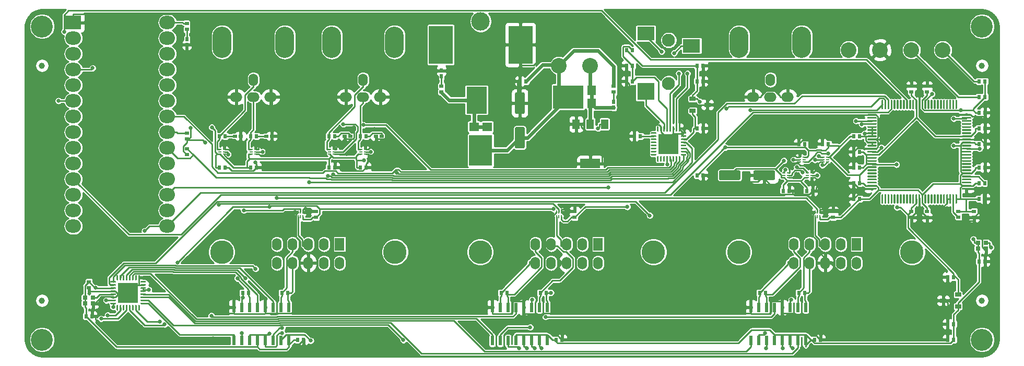
<source format=gtl>
%TF.GenerationSoftware,KiCad,Pcbnew,5.1.10*%
%TF.CreationDate,2021-12-03T14:56:04-05:00*%
%TF.ProjectId,mouse_reach_controller,6d6f7573-655f-4726-9561-63685f636f6e,1.1*%
%TF.SameCoordinates,Original*%
%TF.FileFunction,Copper,L1,Top*%
%TF.FilePolarity,Positive*%
%FSLAX46Y46*%
G04 Gerber Fmt 4.6, Leading zero omitted, Abs format (unit mm)*
G04 Created by KiCad (PCBNEW 5.1.10) date 2021-12-03 14:56:04*
%MOMM*%
%LPD*%
G01*
G04 APERTURE LIST*
%TA.AperFunction,SMDPad,CuDef*%
%ADD10R,0.750000X0.650000*%
%TD*%
%TA.AperFunction,ComponentPad*%
%ADD11O,2.540000X2.184400*%
%TD*%
%TA.AperFunction,ComponentPad*%
%ADD12R,2.540000X2.184400*%
%TD*%
%TA.AperFunction,SMDPad,CuDef*%
%ADD13R,0.600000X0.700000*%
%TD*%
%TA.AperFunction,SMDPad,CuDef*%
%ADD14R,0.500000X0.150000*%
%TD*%
%TA.AperFunction,SMDPad,CuDef*%
%ADD15R,0.700000X0.600000*%
%TD*%
%TA.AperFunction,SMDPad,CuDef*%
%ADD16R,1.000760X0.701040*%
%TD*%
%TA.AperFunction,ComponentPad*%
%ADD17O,2.032000X1.524000*%
%TD*%
%TA.AperFunction,ComponentPad*%
%ADD18O,1.524000X2.032000*%
%TD*%
%TA.AperFunction,ComponentPad*%
%ADD19O,3.048000X5.080000*%
%TD*%
%TA.AperFunction,ComponentPad*%
%ADD20C,3.000000*%
%TD*%
%TA.AperFunction,SMDPad,CuDef*%
%ADD21R,3.900000X6.200000*%
%TD*%
%TA.AperFunction,SMDPad,CuDef*%
%ADD22R,3.300000X4.400000*%
%TD*%
%TA.AperFunction,ComponentPad*%
%ADD23C,3.810000*%
%TD*%
%TA.AperFunction,ComponentPad*%
%ADD24R,1.524000X2.032000*%
%TD*%
%TA.AperFunction,ComponentPad*%
%ADD25C,2.540000*%
%TD*%
%TA.AperFunction,SMDPad,CuDef*%
%ADD26R,0.150000X0.500000*%
%TD*%
%TA.AperFunction,SMDPad,CuDef*%
%ADD27R,3.300000X1.600000*%
%TD*%
%TA.AperFunction,SMDPad,CuDef*%
%ADD28R,1.200000X1.600000*%
%TD*%
%TA.AperFunction,SMDPad,CuDef*%
%ADD29R,0.600000X1.550000*%
%TD*%
%TA.AperFunction,SMDPad,CuDef*%
%ADD30R,3.300000X3.300000*%
%TD*%
%TA.AperFunction,SMDPad,CuDef*%
%ADD31R,0.500000X0.700000*%
%TD*%
%TA.AperFunction,SMDPad,CuDef*%
%ADD32R,0.700000X0.500000*%
%TD*%
%TA.AperFunction,SMDPad,CuDef*%
%ADD33R,1.600000X1.440000*%
%TD*%
%TA.AperFunction,SMDPad,CuDef*%
%ADD34R,3.800000X4.960000*%
%TD*%
%TA.AperFunction,SMDPad,CuDef*%
%ADD35R,1.440000X1.600000*%
%TD*%
%TA.AperFunction,SMDPad,CuDef*%
%ADD36R,4.960000X3.800000*%
%TD*%
%TA.AperFunction,SMDPad,CuDef*%
%ADD37R,2.800000X2.200000*%
%TD*%
%TA.AperFunction,SMDPad,CuDef*%
%ADD38R,2.800000X2.800000*%
%TD*%
%TA.AperFunction,ComponentPad*%
%ADD39C,2.100000*%
%TD*%
%TA.AperFunction,ComponentPad*%
%ADD40C,3.556000*%
%TD*%
%TA.AperFunction,SMDPad,CuDef*%
%ADD41C,1.000000*%
%TD*%
%TA.AperFunction,ViaPad*%
%ADD42C,0.635000*%
%TD*%
%TA.AperFunction,Conductor*%
%ADD43C,0.228600*%
%TD*%
%TA.AperFunction,Conductor*%
%ADD44C,0.609600*%
%TD*%
%TA.AperFunction,Conductor*%
%ADD45C,1.524000*%
%TD*%
%TA.AperFunction,Conductor*%
%ADD46C,0.254000*%
%TD*%
%TA.AperFunction,Conductor*%
%ADD47C,0.100000*%
%TD*%
G04 APERTURE END LIST*
%TO.P,C9,2*%
%TO.N,/GND*%
%TA.AperFunction,SMDPad,CuDef*%
G36*
G01*
X150410400Y-68800000D02*
X149309600Y-68800000D01*
G75*
G02*
X149060000Y-68550400I0J249600D01*
G01*
X149060000Y-65549600D01*
G75*
G02*
X149309600Y-65300000I249600J0D01*
G01*
X150410400Y-65300000D01*
G75*
G02*
X150660000Y-65549600I0J-249600D01*
G01*
X150660000Y-68550400D01*
G75*
G02*
X150410400Y-68800000I-249600J0D01*
G01*
G37*
%TD.AperFunction*%
%TO.P,C9,1*%
%TO.N,/power_switch_driver/VBB*%
%TA.AperFunction,SMDPad,CuDef*%
G36*
G01*
X150410400Y-74400000D02*
X149309600Y-74400000D01*
G75*
G02*
X149060000Y-74150400I0J249600D01*
G01*
X149060000Y-71149600D01*
G75*
G02*
X149309600Y-70900000I249600J0D01*
G01*
X150410400Y-70900000D01*
G75*
G02*
X150660000Y-71149600I0J-249600D01*
G01*
X150660000Y-74150400D01*
G75*
G02*
X150410400Y-74400000I-249600J0D01*
G01*
G37*
%TD.AperFunction*%
%TD*%
%TO.P,C18,2*%
%TO.N,/GND*%
%TA.AperFunction,SMDPad,CuDef*%
G36*
G01*
X187740000Y-79290400D02*
X187740000Y-78189600D01*
G75*
G02*
X187989600Y-77940000I249600J0D01*
G01*
X190990400Y-77940000D01*
G75*
G02*
X191240000Y-78189600I0J-249600D01*
G01*
X191240000Y-79290400D01*
G75*
G02*
X190990400Y-79540000I-249600J0D01*
G01*
X187989600Y-79540000D01*
G75*
G02*
X187740000Y-79290400I0J249600D01*
G01*
G37*
%TD.AperFunction*%
%TO.P,C18,1*%
%TO.N,/VCC*%
%TA.AperFunction,SMDPad,CuDef*%
G36*
G01*
X182140000Y-79290400D02*
X182140000Y-78189600D01*
G75*
G02*
X182389600Y-77940000I249600J0D01*
G01*
X185390400Y-77940000D01*
G75*
G02*
X185640000Y-78189600I0J-249600D01*
G01*
X185640000Y-79290400D01*
G75*
G02*
X185390400Y-79540000I-249600J0D01*
G01*
X182389600Y-79540000D01*
G75*
G02*
X182140000Y-79290400I0J249600D01*
G01*
G37*
%TD.AperFunction*%
%TD*%
D10*
%TO.P,CLK2,1*%
%TO.N,/VDD*%
X224140000Y-90670000D03*
%TO.P,CLK2,2*%
%TO.N,/GND*%
X225440000Y-90670000D03*
%TO.P,CLK2,3*%
%TO.N,/encoder_interface/CLK*%
X225440000Y-89670000D03*
%TO.P,CLK2,4*%
%TO.N,/VDD*%
X224140000Y-89670000D03*
%TD*%
%TO.P,CLK1,1*%
%TO.N,/VDD*%
X79360000Y-99560000D03*
%TO.P,CLK1,2*%
%TO.N,/GND*%
X80660000Y-99560000D03*
%TO.P,CLK1,3*%
%TO.N,/stepper_controller/CLK*%
X80660000Y-98560000D03*
%TO.P,CLK1,4*%
%TO.N,/VDD*%
X79360000Y-98560000D03*
%TD*%
D11*
%TO.P,TEENSY1,V*%
%TO.N,/VCC*%
X92710000Y-53975000D03*
%TO.P,TEENSY1,*%
%TO.N,*%
X92710000Y-56515000D03*
%TO.P,TEENSY1,3V3*%
%TO.N,/VDD*%
X92710000Y-59055000D03*
%TO.P,TEENSY1,23*%
%TO.N,/MCLK*%
X92710000Y-61595000D03*
%TO.P,TEENSY1,22*%
%TO.N,/POWER_SWITCH_ENABLE*%
X92710000Y-64135000D03*
%TO.P,TEENSY1,21*%
%TO.N,/BCLK*%
X92710000Y-66675000D03*
%TO.P,TEENSY1,20*%
%TO.N,/LRCLK*%
X92710000Y-69215000D03*
%TO.P,TEENSY1,19*%
%TO.N,/SCL*%
X92710000Y-71755000D03*
%TO.P,TEENSY1,18*%
%TO.N,/SDA*%
X92710000Y-74295000D03*
%TO.P,TEENSY1,17*%
%TO.N,/UART_2*%
X92710000Y-76835000D03*
%TO.P,TEENSY1,16*%
%TO.N,N/C*%
X92710000Y-79375000D03*
%TO.P,TEENSY1,15*%
%TO.N,/ENCODER_INVERT*%
X92710000Y-81915000D03*
%TO.P,TEENSY1,14*%
%TO.N,/UART_1*%
X92710000Y-84455000D03*
%TO.P,TEENSY1,13*%
%TO.N,/SCK*%
X92710000Y-86995000D03*
%TO.P,TEENSY1,12*%
%TO.N,/MISO*%
X77470000Y-86995000D03*
%TO.P,TEENSY1,11*%
%TO.N,/MOSI*%
X77470000Y-84455000D03*
%TO.P,TEENSY1,10*%
%TO.N,/~STEPPER_CS*%
X77470000Y-81915000D03*
%TO.P,TEENSY1,9*%
%TO.N,/~ENCODER_CS*%
X77470000Y-79375000D03*
%TO.P,TEENSY1,8*%
%TO.N,/I2S_DOUT*%
X77470000Y-76835000D03*
%TO.P,TEENSY1,7*%
%TO.N,/I2S_DIN*%
X77470000Y-74295000D03*
%TO.P,TEENSY1,6*%
%TO.N,/~ENCODER_RESET*%
X77470000Y-71755000D03*
%TO.P,TEENSY1,5*%
%TO.N,/SIGNAL_D*%
X77470000Y-69215000D03*
%TO.P,TEENSY1,4*%
%TO.N,/SIGNAL_C*%
X77470000Y-66675000D03*
%TO.P,TEENSY1,3*%
%TO.N,/SIGNAL_B*%
X77470000Y-64135000D03*
%TO.P,TEENSY1,2*%
%TO.N,/SIGNAL_A*%
X77470000Y-61595000D03*
%TO.P,TEENSY1,1*%
%TO.N,/UART_0*%
X77470000Y-59055000D03*
%TO.P,TEENSY1,0*%
%TO.N,N/C*%
X77470000Y-56515000D03*
D12*
%TO.P,TEENSY1,GND*%
%TO.N,/GND*%
X77470000Y-53975000D03*
%TD*%
D13*
%TO.P,I1,2*%
%TO.N,Net-(C12-Pad1)*%
X168140000Y-58420000D03*
%TO.P,I1,1*%
%TO.N,/VDD*%
X167140000Y-58420000D03*
%TD*%
D14*
%TO.P,U20,5*%
%TO.N,N/C*%
X124110000Y-74930000D03*
%TO.P,U20,6*%
%TO.N,/VCC*%
X124110000Y-75280000D03*
%TO.P,U20,4*%
%TO.N,/signal_interface/SIGNAL_D_BUF*%
X124110000Y-74580000D03*
%TO.P,U20,3*%
%TO.N,/GND*%
X124810000Y-74580000D03*
%TO.P,U20,2*%
%TO.N,/SIGNAL_D*%
X124810000Y-74930000D03*
%TO.P,U20,1*%
%TO.N,/GND*%
X124810000Y-75280000D03*
%TD*%
%TO.P,U14,100*%
%TO.N,/MISO*%
%TA.AperFunction,SMDPad,CuDef*%
G36*
G01*
X208480000Y-67930000D02*
X208480000Y-66605000D01*
G75*
G02*
X208555000Y-66530000I75000J0D01*
G01*
X208705000Y-66530000D01*
G75*
G02*
X208780000Y-66605000I0J-75000D01*
G01*
X208780000Y-67930000D01*
G75*
G02*
X208705000Y-68005000I-75000J0D01*
G01*
X208555000Y-68005000D01*
G75*
G02*
X208480000Y-67930000I0J75000D01*
G01*
G37*
%TD.AperFunction*%
%TO.P,U14,99*%
%TO.N,/MOSI*%
%TA.AperFunction,SMDPad,CuDef*%
G36*
G01*
X208980000Y-67930000D02*
X208980000Y-66605000D01*
G75*
G02*
X209055000Y-66530000I75000J0D01*
G01*
X209205000Y-66530000D01*
G75*
G02*
X209280000Y-66605000I0J-75000D01*
G01*
X209280000Y-67930000D01*
G75*
G02*
X209205000Y-68005000I-75000J0D01*
G01*
X209055000Y-68005000D01*
G75*
G02*
X208980000Y-67930000I0J75000D01*
G01*
G37*
%TD.AperFunction*%
%TO.P,U14,98*%
%TO.N,/SCK*%
%TA.AperFunction,SMDPad,CuDef*%
G36*
G01*
X209480000Y-67930000D02*
X209480000Y-66605000D01*
G75*
G02*
X209555000Y-66530000I75000J0D01*
G01*
X209705000Y-66530000D01*
G75*
G02*
X209780000Y-66605000I0J-75000D01*
G01*
X209780000Y-67930000D01*
G75*
G02*
X209705000Y-68005000I-75000J0D01*
G01*
X209555000Y-68005000D01*
G75*
G02*
X209480000Y-67930000I0J75000D01*
G01*
G37*
%TD.AperFunction*%
%TO.P,U14,97*%
%TO.N,/~ENCODER_CS*%
%TA.AperFunction,SMDPad,CuDef*%
G36*
G01*
X209980000Y-67930000D02*
X209980000Y-66605000D01*
G75*
G02*
X210055000Y-66530000I75000J0D01*
G01*
X210205000Y-66530000D01*
G75*
G02*
X210280000Y-66605000I0J-75000D01*
G01*
X210280000Y-67930000D01*
G75*
G02*
X210205000Y-68005000I-75000J0D01*
G01*
X210055000Y-68005000D01*
G75*
G02*
X209980000Y-67930000I0J75000D01*
G01*
G37*
%TD.AperFunction*%
%TO.P,U14,96*%
%TO.N,N/C*%
%TA.AperFunction,SMDPad,CuDef*%
G36*
G01*
X210480000Y-67930000D02*
X210480000Y-66605000D01*
G75*
G02*
X210555000Y-66530000I75000J0D01*
G01*
X210705000Y-66530000D01*
G75*
G02*
X210780000Y-66605000I0J-75000D01*
G01*
X210780000Y-67930000D01*
G75*
G02*
X210705000Y-68005000I-75000J0D01*
G01*
X210555000Y-68005000D01*
G75*
G02*
X210480000Y-67930000I0J75000D01*
G01*
G37*
%TD.AperFunction*%
%TO.P,U14,95*%
%TA.AperFunction,SMDPad,CuDef*%
G36*
G01*
X210980000Y-67930000D02*
X210980000Y-66605000D01*
G75*
G02*
X211055000Y-66530000I75000J0D01*
G01*
X211205000Y-66530000D01*
G75*
G02*
X211280000Y-66605000I0J-75000D01*
G01*
X211280000Y-67930000D01*
G75*
G02*
X211205000Y-68005000I-75000J0D01*
G01*
X211055000Y-68005000D01*
G75*
G02*
X210980000Y-67930000I0J75000D01*
G01*
G37*
%TD.AperFunction*%
%TO.P,U14,94*%
%TA.AperFunction,SMDPad,CuDef*%
G36*
G01*
X211480000Y-67930000D02*
X211480000Y-66605000D01*
G75*
G02*
X211555000Y-66530000I75000J0D01*
G01*
X211705000Y-66530000D01*
G75*
G02*
X211780000Y-66605000I0J-75000D01*
G01*
X211780000Y-67930000D01*
G75*
G02*
X211705000Y-68005000I-75000J0D01*
G01*
X211555000Y-68005000D01*
G75*
G02*
X211480000Y-67930000I0J75000D01*
G01*
G37*
%TD.AperFunction*%
%TO.P,U14,93*%
%TA.AperFunction,SMDPad,CuDef*%
G36*
G01*
X211980000Y-67930000D02*
X211980000Y-66605000D01*
G75*
G02*
X212055000Y-66530000I75000J0D01*
G01*
X212205000Y-66530000D01*
G75*
G02*
X212280000Y-66605000I0J-75000D01*
G01*
X212280000Y-67930000D01*
G75*
G02*
X212205000Y-68005000I-75000J0D01*
G01*
X212055000Y-68005000D01*
G75*
G02*
X211980000Y-67930000I0J75000D01*
G01*
G37*
%TD.AperFunction*%
%TO.P,U14,92*%
%TO.N,/~ENCODER_RESET*%
%TA.AperFunction,SMDPad,CuDef*%
G36*
G01*
X212480000Y-67930000D02*
X212480000Y-66605000D01*
G75*
G02*
X212555000Y-66530000I75000J0D01*
G01*
X212705000Y-66530000D01*
G75*
G02*
X212780000Y-66605000I0J-75000D01*
G01*
X212780000Y-67930000D01*
G75*
G02*
X212705000Y-68005000I-75000J0D01*
G01*
X212555000Y-68005000D01*
G75*
G02*
X212480000Y-67930000I0J75000D01*
G01*
G37*
%TD.AperFunction*%
%TO.P,U14,91*%
%TO.N,N/C*%
%TA.AperFunction,SMDPad,CuDef*%
G36*
G01*
X212980000Y-67930000D02*
X212980000Y-66605000D01*
G75*
G02*
X213055000Y-66530000I75000J0D01*
G01*
X213205000Y-66530000D01*
G75*
G02*
X213280000Y-66605000I0J-75000D01*
G01*
X213280000Y-67930000D01*
G75*
G02*
X213205000Y-68005000I-75000J0D01*
G01*
X213055000Y-68005000D01*
G75*
G02*
X212980000Y-67930000I0J75000D01*
G01*
G37*
%TD.AperFunction*%
%TO.P,U14,90*%
%TA.AperFunction,SMDPad,CuDef*%
G36*
G01*
X213480000Y-67930000D02*
X213480000Y-66605000D01*
G75*
G02*
X213555000Y-66530000I75000J0D01*
G01*
X213705000Y-66530000D01*
G75*
G02*
X213780000Y-66605000I0J-75000D01*
G01*
X213780000Y-67930000D01*
G75*
G02*
X213705000Y-68005000I-75000J0D01*
G01*
X213555000Y-68005000D01*
G75*
G02*
X213480000Y-67930000I0J75000D01*
G01*
G37*
%TD.AperFunction*%
%TO.P,U14,89*%
%TO.N,/encoder_interface/VEE*%
%TA.AperFunction,SMDPad,CuDef*%
G36*
G01*
X213980000Y-67930000D02*
X213980000Y-66605000D01*
G75*
G02*
X214055000Y-66530000I75000J0D01*
G01*
X214205000Y-66530000D01*
G75*
G02*
X214280000Y-66605000I0J-75000D01*
G01*
X214280000Y-67930000D01*
G75*
G02*
X214205000Y-68005000I-75000J0D01*
G01*
X214055000Y-68005000D01*
G75*
G02*
X213980000Y-67930000I0J75000D01*
G01*
G37*
%TD.AperFunction*%
%TO.P,U14,88*%
%TO.N,/GND*%
%TA.AperFunction,SMDPad,CuDef*%
G36*
G01*
X214480000Y-67930000D02*
X214480000Y-66605000D01*
G75*
G02*
X214555000Y-66530000I75000J0D01*
G01*
X214705000Y-66530000D01*
G75*
G02*
X214780000Y-66605000I0J-75000D01*
G01*
X214780000Y-67930000D01*
G75*
G02*
X214705000Y-68005000I-75000J0D01*
G01*
X214555000Y-68005000D01*
G75*
G02*
X214480000Y-67930000I0J75000D01*
G01*
G37*
%TD.AperFunction*%
%TO.P,U14,87*%
%TO.N,/VDD*%
%TA.AperFunction,SMDPad,CuDef*%
G36*
G01*
X214980000Y-67930000D02*
X214980000Y-66605000D01*
G75*
G02*
X215055000Y-66530000I75000J0D01*
G01*
X215205000Y-66530000D01*
G75*
G02*
X215280000Y-66605000I0J-75000D01*
G01*
X215280000Y-67930000D01*
G75*
G02*
X215205000Y-68005000I-75000J0D01*
G01*
X215055000Y-68005000D01*
G75*
G02*
X214980000Y-67930000I0J75000D01*
G01*
G37*
%TD.AperFunction*%
%TO.P,U14,86*%
%TO.N,/ENCODER_INVERT*%
%TA.AperFunction,SMDPad,CuDef*%
G36*
G01*
X215480000Y-67930000D02*
X215480000Y-66605000D01*
G75*
G02*
X215555000Y-66530000I75000J0D01*
G01*
X215705000Y-66530000D01*
G75*
G02*
X215780000Y-66605000I0J-75000D01*
G01*
X215780000Y-67930000D01*
G75*
G02*
X215705000Y-68005000I-75000J0D01*
G01*
X215555000Y-68005000D01*
G75*
G02*
X215480000Y-67930000I0J75000D01*
G01*
G37*
%TD.AperFunction*%
%TO.P,U14,85*%
%TO.N,N/C*%
%TA.AperFunction,SMDPad,CuDef*%
G36*
G01*
X215980000Y-67930000D02*
X215980000Y-66605000D01*
G75*
G02*
X216055000Y-66530000I75000J0D01*
G01*
X216205000Y-66530000D01*
G75*
G02*
X216280000Y-66605000I0J-75000D01*
G01*
X216280000Y-67930000D01*
G75*
G02*
X216205000Y-68005000I-75000J0D01*
G01*
X216055000Y-68005000D01*
G75*
G02*
X215980000Y-67930000I0J75000D01*
G01*
G37*
%TD.AperFunction*%
%TO.P,U14,84*%
%TA.AperFunction,SMDPad,CuDef*%
G36*
G01*
X216480000Y-67930000D02*
X216480000Y-66605000D01*
G75*
G02*
X216555000Y-66530000I75000J0D01*
G01*
X216705000Y-66530000D01*
G75*
G02*
X216780000Y-66605000I0J-75000D01*
G01*
X216780000Y-67930000D01*
G75*
G02*
X216705000Y-68005000I-75000J0D01*
G01*
X216555000Y-68005000D01*
G75*
G02*
X216480000Y-67930000I0J75000D01*
G01*
G37*
%TD.AperFunction*%
%TO.P,U14,83*%
%TA.AperFunction,SMDPad,CuDef*%
G36*
G01*
X216980000Y-67930000D02*
X216980000Y-66605000D01*
G75*
G02*
X217055000Y-66530000I75000J0D01*
G01*
X217205000Y-66530000D01*
G75*
G02*
X217280000Y-66605000I0J-75000D01*
G01*
X217280000Y-67930000D01*
G75*
G02*
X217205000Y-68005000I-75000J0D01*
G01*
X217055000Y-68005000D01*
G75*
G02*
X216980000Y-67930000I0J75000D01*
G01*
G37*
%TD.AperFunction*%
%TO.P,U14,82*%
%TA.AperFunction,SMDPad,CuDef*%
G36*
G01*
X217480000Y-67930000D02*
X217480000Y-66605000D01*
G75*
G02*
X217555000Y-66530000I75000J0D01*
G01*
X217705000Y-66530000D01*
G75*
G02*
X217780000Y-66605000I0J-75000D01*
G01*
X217780000Y-67930000D01*
G75*
G02*
X217705000Y-68005000I-75000J0D01*
G01*
X217555000Y-68005000D01*
G75*
G02*
X217480000Y-67930000I0J75000D01*
G01*
G37*
%TD.AperFunction*%
%TO.P,U14,81*%
%TA.AperFunction,SMDPad,CuDef*%
G36*
G01*
X217980000Y-67930000D02*
X217980000Y-66605000D01*
G75*
G02*
X218055000Y-66530000I75000J0D01*
G01*
X218205000Y-66530000D01*
G75*
G02*
X218280000Y-66605000I0J-75000D01*
G01*
X218280000Y-67930000D01*
G75*
G02*
X218205000Y-68005000I-75000J0D01*
G01*
X218055000Y-68005000D01*
G75*
G02*
X217980000Y-67930000I0J75000D01*
G01*
G37*
%TD.AperFunction*%
%TO.P,U14,80*%
%TA.AperFunction,SMDPad,CuDef*%
G36*
G01*
X218480000Y-67930000D02*
X218480000Y-66605000D01*
G75*
G02*
X218555000Y-66530000I75000J0D01*
G01*
X218705000Y-66530000D01*
G75*
G02*
X218780000Y-66605000I0J-75000D01*
G01*
X218780000Y-67930000D01*
G75*
G02*
X218705000Y-68005000I-75000J0D01*
G01*
X218555000Y-68005000D01*
G75*
G02*
X218480000Y-67930000I0J75000D01*
G01*
G37*
%TD.AperFunction*%
%TO.P,U14,79*%
%TA.AperFunction,SMDPad,CuDef*%
G36*
G01*
X218980000Y-67930000D02*
X218980000Y-66605000D01*
G75*
G02*
X219055000Y-66530000I75000J0D01*
G01*
X219205000Y-66530000D01*
G75*
G02*
X219280000Y-66605000I0J-75000D01*
G01*
X219280000Y-67930000D01*
G75*
G02*
X219205000Y-68005000I-75000J0D01*
G01*
X219055000Y-68005000D01*
G75*
G02*
X218980000Y-67930000I0J75000D01*
G01*
G37*
%TD.AperFunction*%
%TO.P,U14,78*%
%TA.AperFunction,SMDPad,CuDef*%
G36*
G01*
X219480000Y-67930000D02*
X219480000Y-66605000D01*
G75*
G02*
X219555000Y-66530000I75000J0D01*
G01*
X219705000Y-66530000D01*
G75*
G02*
X219780000Y-66605000I0J-75000D01*
G01*
X219780000Y-67930000D01*
G75*
G02*
X219705000Y-68005000I-75000J0D01*
G01*
X219555000Y-68005000D01*
G75*
G02*
X219480000Y-67930000I0J75000D01*
G01*
G37*
%TD.AperFunction*%
%TO.P,U14,77*%
%TA.AperFunction,SMDPad,CuDef*%
G36*
G01*
X219980000Y-67930000D02*
X219980000Y-66605000D01*
G75*
G02*
X220055000Y-66530000I75000J0D01*
G01*
X220205000Y-66530000D01*
G75*
G02*
X220280000Y-66605000I0J-75000D01*
G01*
X220280000Y-67930000D01*
G75*
G02*
X220205000Y-68005000I-75000J0D01*
G01*
X220055000Y-68005000D01*
G75*
G02*
X219980000Y-67930000I0J75000D01*
G01*
G37*
%TD.AperFunction*%
%TO.P,U14,76*%
%TA.AperFunction,SMDPad,CuDef*%
G36*
G01*
X220480000Y-67930000D02*
X220480000Y-66605000D01*
G75*
G02*
X220555000Y-66530000I75000J0D01*
G01*
X220705000Y-66530000D01*
G75*
G02*
X220780000Y-66605000I0J-75000D01*
G01*
X220780000Y-67930000D01*
G75*
G02*
X220705000Y-68005000I-75000J0D01*
G01*
X220555000Y-68005000D01*
G75*
G02*
X220480000Y-67930000I0J75000D01*
G01*
G37*
%TD.AperFunction*%
%TO.P,U14,75*%
%TO.N,/GND*%
%TA.AperFunction,SMDPad,CuDef*%
G36*
G01*
X221555000Y-69005000D02*
X221555000Y-68855000D01*
G75*
G02*
X221630000Y-68780000I75000J0D01*
G01*
X222955000Y-68780000D01*
G75*
G02*
X223030000Y-68855000I0J-75000D01*
G01*
X223030000Y-69005000D01*
G75*
G02*
X222955000Y-69080000I-75000J0D01*
G01*
X221630000Y-69080000D01*
G75*
G02*
X221555000Y-69005000I0J75000D01*
G01*
G37*
%TD.AperFunction*%
%TO.P,U14,74*%
%TO.N,/VDD*%
%TA.AperFunction,SMDPad,CuDef*%
G36*
G01*
X221555000Y-69505000D02*
X221555000Y-69355000D01*
G75*
G02*
X221630000Y-69280000I75000J0D01*
G01*
X222955000Y-69280000D01*
G75*
G02*
X223030000Y-69355000I0J-75000D01*
G01*
X223030000Y-69505000D01*
G75*
G02*
X222955000Y-69580000I-75000J0D01*
G01*
X221630000Y-69580000D01*
G75*
G02*
X221555000Y-69505000I0J75000D01*
G01*
G37*
%TD.AperFunction*%
%TO.P,U14,73*%
%TO.N,N/C*%
%TA.AperFunction,SMDPad,CuDef*%
G36*
G01*
X221555000Y-70005000D02*
X221555000Y-69855000D01*
G75*
G02*
X221630000Y-69780000I75000J0D01*
G01*
X222955000Y-69780000D01*
G75*
G02*
X223030000Y-69855000I0J-75000D01*
G01*
X223030000Y-70005000D01*
G75*
G02*
X222955000Y-70080000I-75000J0D01*
G01*
X221630000Y-70080000D01*
G75*
G02*
X221555000Y-70005000I0J75000D01*
G01*
G37*
%TD.AperFunction*%
%TO.P,U14,72*%
%TA.AperFunction,SMDPad,CuDef*%
G36*
G01*
X221555000Y-70505000D02*
X221555000Y-70355000D01*
G75*
G02*
X221630000Y-70280000I75000J0D01*
G01*
X222955000Y-70280000D01*
G75*
G02*
X223030000Y-70355000I0J-75000D01*
G01*
X223030000Y-70505000D01*
G75*
G02*
X222955000Y-70580000I-75000J0D01*
G01*
X221630000Y-70580000D01*
G75*
G02*
X221555000Y-70505000I0J75000D01*
G01*
G37*
%TD.AperFunction*%
%TO.P,U14,71*%
%TA.AperFunction,SMDPad,CuDef*%
G36*
G01*
X221555000Y-71005000D02*
X221555000Y-70855000D01*
G75*
G02*
X221630000Y-70780000I75000J0D01*
G01*
X222955000Y-70780000D01*
G75*
G02*
X223030000Y-70855000I0J-75000D01*
G01*
X223030000Y-71005000D01*
G75*
G02*
X222955000Y-71080000I-75000J0D01*
G01*
X221630000Y-71080000D01*
G75*
G02*
X221555000Y-71005000I0J75000D01*
G01*
G37*
%TD.AperFunction*%
%TO.P,U14,70*%
%TA.AperFunction,SMDPad,CuDef*%
G36*
G01*
X221555000Y-71505000D02*
X221555000Y-71355000D01*
G75*
G02*
X221630000Y-71280000I75000J0D01*
G01*
X222955000Y-71280000D01*
G75*
G02*
X223030000Y-71355000I0J-75000D01*
G01*
X223030000Y-71505000D01*
G75*
G02*
X222955000Y-71580000I-75000J0D01*
G01*
X221630000Y-71580000D01*
G75*
G02*
X221555000Y-71505000I0J75000D01*
G01*
G37*
%TD.AperFunction*%
%TO.P,U14,69*%
%TA.AperFunction,SMDPad,CuDef*%
G36*
G01*
X221555000Y-72005000D02*
X221555000Y-71855000D01*
G75*
G02*
X221630000Y-71780000I75000J0D01*
G01*
X222955000Y-71780000D01*
G75*
G02*
X223030000Y-71855000I0J-75000D01*
G01*
X223030000Y-72005000D01*
G75*
G02*
X222955000Y-72080000I-75000J0D01*
G01*
X221630000Y-72080000D01*
G75*
G02*
X221555000Y-72005000I0J75000D01*
G01*
G37*
%TD.AperFunction*%
%TO.P,U14,68*%
%TO.N,/encoder_interface/VEE*%
%TA.AperFunction,SMDPad,CuDef*%
G36*
G01*
X221555000Y-72505000D02*
X221555000Y-72355000D01*
G75*
G02*
X221630000Y-72280000I75000J0D01*
G01*
X222955000Y-72280000D01*
G75*
G02*
X223030000Y-72355000I0J-75000D01*
G01*
X223030000Y-72505000D01*
G75*
G02*
X222955000Y-72580000I-75000J0D01*
G01*
X221630000Y-72580000D01*
G75*
G02*
X221555000Y-72505000I0J75000D01*
G01*
G37*
%TD.AperFunction*%
%TO.P,U14,67*%
%TO.N,/GND*%
%TA.AperFunction,SMDPad,CuDef*%
G36*
G01*
X221555000Y-73005000D02*
X221555000Y-72855000D01*
G75*
G02*
X221630000Y-72780000I75000J0D01*
G01*
X222955000Y-72780000D01*
G75*
G02*
X223030000Y-72855000I0J-75000D01*
G01*
X223030000Y-73005000D01*
G75*
G02*
X222955000Y-73080000I-75000J0D01*
G01*
X221630000Y-73080000D01*
G75*
G02*
X221555000Y-73005000I0J75000D01*
G01*
G37*
%TD.AperFunction*%
%TO.P,U14,66*%
%TO.N,/VDD*%
%TA.AperFunction,SMDPad,CuDef*%
G36*
G01*
X221555000Y-73505000D02*
X221555000Y-73355000D01*
G75*
G02*
X221630000Y-73280000I75000J0D01*
G01*
X222955000Y-73280000D01*
G75*
G02*
X223030000Y-73355000I0J-75000D01*
G01*
X223030000Y-73505000D01*
G75*
G02*
X222955000Y-73580000I-75000J0D01*
G01*
X221630000Y-73580000D01*
G75*
G02*
X221555000Y-73505000I0J75000D01*
G01*
G37*
%TD.AperFunction*%
%TO.P,U14,65*%
%TO.N,N/C*%
%TA.AperFunction,SMDPad,CuDef*%
G36*
G01*
X221555000Y-74005000D02*
X221555000Y-73855000D01*
G75*
G02*
X221630000Y-73780000I75000J0D01*
G01*
X222955000Y-73780000D01*
G75*
G02*
X223030000Y-73855000I0J-75000D01*
G01*
X223030000Y-74005000D01*
G75*
G02*
X222955000Y-74080000I-75000J0D01*
G01*
X221630000Y-74080000D01*
G75*
G02*
X221555000Y-74005000I0J75000D01*
G01*
G37*
%TD.AperFunction*%
%TO.P,U14,64*%
%TO.N,/encoder_interface/CLK*%
%TA.AperFunction,SMDPad,CuDef*%
G36*
G01*
X221555000Y-74505000D02*
X221555000Y-74355000D01*
G75*
G02*
X221630000Y-74280000I75000J0D01*
G01*
X222955000Y-74280000D01*
G75*
G02*
X223030000Y-74355000I0J-75000D01*
G01*
X223030000Y-74505000D01*
G75*
G02*
X222955000Y-74580000I-75000J0D01*
G01*
X221630000Y-74580000D01*
G75*
G02*
X221555000Y-74505000I0J75000D01*
G01*
G37*
%TD.AperFunction*%
%TO.P,U14,63*%
%TO.N,N/C*%
%TA.AperFunction,SMDPad,CuDef*%
G36*
G01*
X221555000Y-75005000D02*
X221555000Y-74855000D01*
G75*
G02*
X221630000Y-74780000I75000J0D01*
G01*
X222955000Y-74780000D01*
G75*
G02*
X223030000Y-74855000I0J-75000D01*
G01*
X223030000Y-75005000D01*
G75*
G02*
X222955000Y-75080000I-75000J0D01*
G01*
X221630000Y-75080000D01*
G75*
G02*
X221555000Y-75005000I0J75000D01*
G01*
G37*
%TD.AperFunction*%
%TO.P,U14,62*%
%TA.AperFunction,SMDPad,CuDef*%
G36*
G01*
X221555000Y-75505000D02*
X221555000Y-75355000D01*
G75*
G02*
X221630000Y-75280000I75000J0D01*
G01*
X222955000Y-75280000D01*
G75*
G02*
X223030000Y-75355000I0J-75000D01*
G01*
X223030000Y-75505000D01*
G75*
G02*
X222955000Y-75580000I-75000J0D01*
G01*
X221630000Y-75580000D01*
G75*
G02*
X221555000Y-75505000I0J75000D01*
G01*
G37*
%TD.AperFunction*%
%TO.P,U14,61*%
%TA.AperFunction,SMDPad,CuDef*%
G36*
G01*
X221555000Y-76005000D02*
X221555000Y-75855000D01*
G75*
G02*
X221630000Y-75780000I75000J0D01*
G01*
X222955000Y-75780000D01*
G75*
G02*
X223030000Y-75855000I0J-75000D01*
G01*
X223030000Y-76005000D01*
G75*
G02*
X222955000Y-76080000I-75000J0D01*
G01*
X221630000Y-76080000D01*
G75*
G02*
X221555000Y-76005000I0J75000D01*
G01*
G37*
%TD.AperFunction*%
%TO.P,U14,60*%
%TA.AperFunction,SMDPad,CuDef*%
G36*
G01*
X221555000Y-76505000D02*
X221555000Y-76355000D01*
G75*
G02*
X221630000Y-76280000I75000J0D01*
G01*
X222955000Y-76280000D01*
G75*
G02*
X223030000Y-76355000I0J-75000D01*
G01*
X223030000Y-76505000D01*
G75*
G02*
X222955000Y-76580000I-75000J0D01*
G01*
X221630000Y-76580000D01*
G75*
G02*
X221555000Y-76505000I0J75000D01*
G01*
G37*
%TD.AperFunction*%
%TO.P,U14,59*%
%TA.AperFunction,SMDPad,CuDef*%
G36*
G01*
X221555000Y-77005000D02*
X221555000Y-76855000D01*
G75*
G02*
X221630000Y-76780000I75000J0D01*
G01*
X222955000Y-76780000D01*
G75*
G02*
X223030000Y-76855000I0J-75000D01*
G01*
X223030000Y-77005000D01*
G75*
G02*
X222955000Y-77080000I-75000J0D01*
G01*
X221630000Y-77080000D01*
G75*
G02*
X221555000Y-77005000I0J75000D01*
G01*
G37*
%TD.AperFunction*%
%TO.P,U14,58*%
%TA.AperFunction,SMDPad,CuDef*%
G36*
G01*
X221555000Y-77505000D02*
X221555000Y-77355000D01*
G75*
G02*
X221630000Y-77280000I75000J0D01*
G01*
X222955000Y-77280000D01*
G75*
G02*
X223030000Y-77355000I0J-75000D01*
G01*
X223030000Y-77505000D01*
G75*
G02*
X222955000Y-77580000I-75000J0D01*
G01*
X221630000Y-77580000D01*
G75*
G02*
X221555000Y-77505000I0J75000D01*
G01*
G37*
%TD.AperFunction*%
%TO.P,U14,57*%
%TA.AperFunction,SMDPad,CuDef*%
G36*
G01*
X221555000Y-78005000D02*
X221555000Y-77855000D01*
G75*
G02*
X221630000Y-77780000I75000J0D01*
G01*
X222955000Y-77780000D01*
G75*
G02*
X223030000Y-77855000I0J-75000D01*
G01*
X223030000Y-78005000D01*
G75*
G02*
X222955000Y-78080000I-75000J0D01*
G01*
X221630000Y-78080000D01*
G75*
G02*
X221555000Y-78005000I0J75000D01*
G01*
G37*
%TD.AperFunction*%
%TO.P,U14,56*%
%TO.N,/VDD*%
%TA.AperFunction,SMDPad,CuDef*%
G36*
G01*
X221555000Y-78505000D02*
X221555000Y-78355000D01*
G75*
G02*
X221630000Y-78280000I75000J0D01*
G01*
X222955000Y-78280000D01*
G75*
G02*
X223030000Y-78355000I0J-75000D01*
G01*
X223030000Y-78505000D01*
G75*
G02*
X222955000Y-78580000I-75000J0D01*
G01*
X221630000Y-78580000D01*
G75*
G02*
X221555000Y-78505000I0J75000D01*
G01*
G37*
%TD.AperFunction*%
%TO.P,U14,55*%
%TO.N,Net-(R13-Pad2)*%
%TA.AperFunction,SMDPad,CuDef*%
G36*
G01*
X221555000Y-79005000D02*
X221555000Y-78855000D01*
G75*
G02*
X221630000Y-78780000I75000J0D01*
G01*
X222955000Y-78780000D01*
G75*
G02*
X223030000Y-78855000I0J-75000D01*
G01*
X223030000Y-79005000D01*
G75*
G02*
X222955000Y-79080000I-75000J0D01*
G01*
X221630000Y-79080000D01*
G75*
G02*
X221555000Y-79005000I0J75000D01*
G01*
G37*
%TD.AperFunction*%
%TO.P,U14,54*%
%TO.N,N/C*%
%TA.AperFunction,SMDPad,CuDef*%
G36*
G01*
X221555000Y-79505000D02*
X221555000Y-79355000D01*
G75*
G02*
X221630000Y-79280000I75000J0D01*
G01*
X222955000Y-79280000D01*
G75*
G02*
X223030000Y-79355000I0J-75000D01*
G01*
X223030000Y-79505000D01*
G75*
G02*
X222955000Y-79580000I-75000J0D01*
G01*
X221630000Y-79580000D01*
G75*
G02*
X221555000Y-79505000I0J75000D01*
G01*
G37*
%TD.AperFunction*%
%TO.P,U14,53*%
%TA.AperFunction,SMDPad,CuDef*%
G36*
G01*
X221555000Y-80005000D02*
X221555000Y-79855000D01*
G75*
G02*
X221630000Y-79780000I75000J0D01*
G01*
X222955000Y-79780000D01*
G75*
G02*
X223030000Y-79855000I0J-75000D01*
G01*
X223030000Y-80005000D01*
G75*
G02*
X222955000Y-80080000I-75000J0D01*
G01*
X221630000Y-80080000D01*
G75*
G02*
X221555000Y-80005000I0J75000D01*
G01*
G37*
%TD.AperFunction*%
%TO.P,U14,52*%
%TO.N,/VDD*%
%TA.AperFunction,SMDPad,CuDef*%
G36*
G01*
X221555000Y-80505000D02*
X221555000Y-80355000D01*
G75*
G02*
X221630000Y-80280000I75000J0D01*
G01*
X222955000Y-80280000D01*
G75*
G02*
X223030000Y-80355000I0J-75000D01*
G01*
X223030000Y-80505000D01*
G75*
G02*
X222955000Y-80580000I-75000J0D01*
G01*
X221630000Y-80580000D01*
G75*
G02*
X221555000Y-80505000I0J75000D01*
G01*
G37*
%TD.AperFunction*%
%TO.P,U14,51*%
%TO.N,/GND*%
%TA.AperFunction,SMDPad,CuDef*%
G36*
G01*
X221555000Y-81005000D02*
X221555000Y-80855000D01*
G75*
G02*
X221630000Y-80780000I75000J0D01*
G01*
X222955000Y-80780000D01*
G75*
G02*
X223030000Y-80855000I0J-75000D01*
G01*
X223030000Y-81005000D01*
G75*
G02*
X222955000Y-81080000I-75000J0D01*
G01*
X221630000Y-81080000D01*
G75*
G02*
X221555000Y-81005000I0J75000D01*
G01*
G37*
%TD.AperFunction*%
%TO.P,U14,50*%
%TO.N,/VDD*%
%TA.AperFunction,SMDPad,CuDef*%
G36*
G01*
X220480000Y-83255000D02*
X220480000Y-81930000D01*
G75*
G02*
X220555000Y-81855000I75000J0D01*
G01*
X220705000Y-81855000D01*
G75*
G02*
X220780000Y-81930000I0J-75000D01*
G01*
X220780000Y-83255000D01*
G75*
G02*
X220705000Y-83330000I-75000J0D01*
G01*
X220555000Y-83330000D01*
G75*
G02*
X220480000Y-83255000I0J75000D01*
G01*
G37*
%TD.AperFunction*%
%TO.P,U14,49*%
%TO.N,Net-(R12-Pad2)*%
%TA.AperFunction,SMDPad,CuDef*%
G36*
G01*
X219980000Y-83255000D02*
X219980000Y-81930000D01*
G75*
G02*
X220055000Y-81855000I75000J0D01*
G01*
X220205000Y-81855000D01*
G75*
G02*
X220280000Y-81930000I0J-75000D01*
G01*
X220280000Y-83255000D01*
G75*
G02*
X220205000Y-83330000I-75000J0D01*
G01*
X220055000Y-83330000D01*
G75*
G02*
X219980000Y-83255000I0J75000D01*
G01*
G37*
%TD.AperFunction*%
%TO.P,U14,48*%
%TO.N,/GND*%
%TA.AperFunction,SMDPad,CuDef*%
G36*
G01*
X219480000Y-83255000D02*
X219480000Y-81930000D01*
G75*
G02*
X219555000Y-81855000I75000J0D01*
G01*
X219705000Y-81855000D01*
G75*
G02*
X219780000Y-81930000I0J-75000D01*
G01*
X219780000Y-83255000D01*
G75*
G02*
X219705000Y-83330000I-75000J0D01*
G01*
X219555000Y-83330000D01*
G75*
G02*
X219480000Y-83255000I0J75000D01*
G01*
G37*
%TD.AperFunction*%
%TO.P,U14,47*%
%TA.AperFunction,SMDPad,CuDef*%
G36*
G01*
X218980000Y-83255000D02*
X218980000Y-81930000D01*
G75*
G02*
X219055000Y-81855000I75000J0D01*
G01*
X219205000Y-81855000D01*
G75*
G02*
X219280000Y-81930000I0J-75000D01*
G01*
X219280000Y-83255000D01*
G75*
G02*
X219205000Y-83330000I-75000J0D01*
G01*
X219055000Y-83330000D01*
G75*
G02*
X218980000Y-83255000I0J75000D01*
G01*
G37*
%TD.AperFunction*%
%TO.P,U14,46*%
%TO.N,N/C*%
%TA.AperFunction,SMDPad,CuDef*%
G36*
G01*
X218480000Y-83255000D02*
X218480000Y-81930000D01*
G75*
G02*
X218555000Y-81855000I75000J0D01*
G01*
X218705000Y-81855000D01*
G75*
G02*
X218780000Y-81930000I0J-75000D01*
G01*
X218780000Y-83255000D01*
G75*
G02*
X218705000Y-83330000I-75000J0D01*
G01*
X218555000Y-83330000D01*
G75*
G02*
X218480000Y-83255000I0J75000D01*
G01*
G37*
%TD.AperFunction*%
%TO.P,U14,45*%
%TA.AperFunction,SMDPad,CuDef*%
G36*
G01*
X217980000Y-83255000D02*
X217980000Y-81930000D01*
G75*
G02*
X218055000Y-81855000I75000J0D01*
G01*
X218205000Y-81855000D01*
G75*
G02*
X218280000Y-81930000I0J-75000D01*
G01*
X218280000Y-83255000D01*
G75*
G02*
X218205000Y-83330000I-75000J0D01*
G01*
X218055000Y-83330000D01*
G75*
G02*
X217980000Y-83255000I0J75000D01*
G01*
G37*
%TD.AperFunction*%
%TO.P,U14,44*%
%TA.AperFunction,SMDPad,CuDef*%
G36*
G01*
X217480000Y-83255000D02*
X217480000Y-81930000D01*
G75*
G02*
X217555000Y-81855000I75000J0D01*
G01*
X217705000Y-81855000D01*
G75*
G02*
X217780000Y-81930000I0J-75000D01*
G01*
X217780000Y-83255000D01*
G75*
G02*
X217705000Y-83330000I-75000J0D01*
G01*
X217555000Y-83330000D01*
G75*
G02*
X217480000Y-83255000I0J75000D01*
G01*
G37*
%TD.AperFunction*%
%TO.P,U14,43*%
%TA.AperFunction,SMDPad,CuDef*%
G36*
G01*
X216980000Y-83255000D02*
X216980000Y-81930000D01*
G75*
G02*
X217055000Y-81855000I75000J0D01*
G01*
X217205000Y-81855000D01*
G75*
G02*
X217280000Y-81930000I0J-75000D01*
G01*
X217280000Y-83255000D01*
G75*
G02*
X217205000Y-83330000I-75000J0D01*
G01*
X217055000Y-83330000D01*
G75*
G02*
X216980000Y-83255000I0J75000D01*
G01*
G37*
%TD.AperFunction*%
%TO.P,U14,42*%
%TA.AperFunction,SMDPad,CuDef*%
G36*
G01*
X216480000Y-83255000D02*
X216480000Y-81930000D01*
G75*
G02*
X216555000Y-81855000I75000J0D01*
G01*
X216705000Y-81855000D01*
G75*
G02*
X216780000Y-81930000I0J-75000D01*
G01*
X216780000Y-83255000D01*
G75*
G02*
X216705000Y-83330000I-75000J0D01*
G01*
X216555000Y-83330000D01*
G75*
G02*
X216480000Y-83255000I0J75000D01*
G01*
G37*
%TD.AperFunction*%
%TO.P,U14,41*%
%TA.AperFunction,SMDPad,CuDef*%
G36*
G01*
X215980000Y-83255000D02*
X215980000Y-81930000D01*
G75*
G02*
X216055000Y-81855000I75000J0D01*
G01*
X216205000Y-81855000D01*
G75*
G02*
X216280000Y-81930000I0J-75000D01*
G01*
X216280000Y-83255000D01*
G75*
G02*
X216205000Y-83330000I-75000J0D01*
G01*
X216055000Y-83330000D01*
G75*
G02*
X215980000Y-83255000I0J75000D01*
G01*
G37*
%TD.AperFunction*%
%TO.P,U14,40*%
%TA.AperFunction,SMDPad,CuDef*%
G36*
G01*
X215480000Y-83255000D02*
X215480000Y-81930000D01*
G75*
G02*
X215555000Y-81855000I75000J0D01*
G01*
X215705000Y-81855000D01*
G75*
G02*
X215780000Y-81930000I0J-75000D01*
G01*
X215780000Y-83255000D01*
G75*
G02*
X215705000Y-83330000I-75000J0D01*
G01*
X215555000Y-83330000D01*
G75*
G02*
X215480000Y-83255000I0J75000D01*
G01*
G37*
%TD.AperFunction*%
%TO.P,U14,39*%
%TO.N,/VDD*%
%TA.AperFunction,SMDPad,CuDef*%
G36*
G01*
X214980000Y-83255000D02*
X214980000Y-81930000D01*
G75*
G02*
X215055000Y-81855000I75000J0D01*
G01*
X215205000Y-81855000D01*
G75*
G02*
X215280000Y-81930000I0J-75000D01*
G01*
X215280000Y-83255000D01*
G75*
G02*
X215205000Y-83330000I-75000J0D01*
G01*
X215055000Y-83330000D01*
G75*
G02*
X214980000Y-83255000I0J75000D01*
G01*
G37*
%TD.AperFunction*%
%TO.P,U14,38*%
%TO.N,/GND*%
%TA.AperFunction,SMDPad,CuDef*%
G36*
G01*
X214480000Y-83255000D02*
X214480000Y-81930000D01*
G75*
G02*
X214555000Y-81855000I75000J0D01*
G01*
X214705000Y-81855000D01*
G75*
G02*
X214780000Y-81930000I0J-75000D01*
G01*
X214780000Y-83255000D01*
G75*
G02*
X214705000Y-83330000I-75000J0D01*
G01*
X214555000Y-83330000D01*
G75*
G02*
X214480000Y-83255000I0J75000D01*
G01*
G37*
%TD.AperFunction*%
%TO.P,U14,37*%
%TO.N,/encoder_interface/VEE*%
%TA.AperFunction,SMDPad,CuDef*%
G36*
G01*
X213980000Y-83255000D02*
X213980000Y-81930000D01*
G75*
G02*
X214055000Y-81855000I75000J0D01*
G01*
X214205000Y-81855000D01*
G75*
G02*
X214280000Y-81930000I0J-75000D01*
G01*
X214280000Y-83255000D01*
G75*
G02*
X214205000Y-83330000I-75000J0D01*
G01*
X214055000Y-83330000D01*
G75*
G02*
X213980000Y-83255000I0J75000D01*
G01*
G37*
%TD.AperFunction*%
%TO.P,U14,36*%
%TO.N,N/C*%
%TA.AperFunction,SMDPad,CuDef*%
G36*
G01*
X213480000Y-83255000D02*
X213480000Y-81930000D01*
G75*
G02*
X213555000Y-81855000I75000J0D01*
G01*
X213705000Y-81855000D01*
G75*
G02*
X213780000Y-81930000I0J-75000D01*
G01*
X213780000Y-83255000D01*
G75*
G02*
X213705000Y-83330000I-75000J0D01*
G01*
X213555000Y-83330000D01*
G75*
G02*
X213480000Y-83255000I0J75000D01*
G01*
G37*
%TD.AperFunction*%
%TO.P,U14,35*%
%TA.AperFunction,SMDPad,CuDef*%
G36*
G01*
X212980000Y-83255000D02*
X212980000Y-81930000D01*
G75*
G02*
X213055000Y-81855000I75000J0D01*
G01*
X213205000Y-81855000D01*
G75*
G02*
X213280000Y-81930000I0J-75000D01*
G01*
X213280000Y-83255000D01*
G75*
G02*
X213205000Y-83330000I-75000J0D01*
G01*
X213055000Y-83330000D01*
G75*
G02*
X212980000Y-83255000I0J75000D01*
G01*
G37*
%TD.AperFunction*%
%TO.P,U14,34*%
%TA.AperFunction,SMDPad,CuDef*%
G36*
G01*
X212480000Y-83255000D02*
X212480000Y-81930000D01*
G75*
G02*
X212555000Y-81855000I75000J0D01*
G01*
X212705000Y-81855000D01*
G75*
G02*
X212780000Y-81930000I0J-75000D01*
G01*
X212780000Y-83255000D01*
G75*
G02*
X212705000Y-83330000I-75000J0D01*
G01*
X212555000Y-83330000D01*
G75*
G02*
X212480000Y-83255000I0J75000D01*
G01*
G37*
%TD.AperFunction*%
%TO.P,U14,33*%
%TA.AperFunction,SMDPad,CuDef*%
G36*
G01*
X211980000Y-83255000D02*
X211980000Y-81930000D01*
G75*
G02*
X212055000Y-81855000I75000J0D01*
G01*
X212205000Y-81855000D01*
G75*
G02*
X212280000Y-81930000I0J-75000D01*
G01*
X212280000Y-83255000D01*
G75*
G02*
X212205000Y-83330000I-75000J0D01*
G01*
X212055000Y-83330000D01*
G75*
G02*
X211980000Y-83255000I0J75000D01*
G01*
G37*
%TD.AperFunction*%
%TO.P,U14,32*%
%TA.AperFunction,SMDPad,CuDef*%
G36*
G01*
X211480000Y-83255000D02*
X211480000Y-81930000D01*
G75*
G02*
X211555000Y-81855000I75000J0D01*
G01*
X211705000Y-81855000D01*
G75*
G02*
X211780000Y-81930000I0J-75000D01*
G01*
X211780000Y-83255000D01*
G75*
G02*
X211705000Y-83330000I-75000J0D01*
G01*
X211555000Y-83330000D01*
G75*
G02*
X211480000Y-83255000I0J75000D01*
G01*
G37*
%TD.AperFunction*%
%TO.P,U14,31*%
%TA.AperFunction,SMDPad,CuDef*%
G36*
G01*
X210980000Y-83255000D02*
X210980000Y-81930000D01*
G75*
G02*
X211055000Y-81855000I75000J0D01*
G01*
X211205000Y-81855000D01*
G75*
G02*
X211280000Y-81930000I0J-75000D01*
G01*
X211280000Y-83255000D01*
G75*
G02*
X211205000Y-83330000I-75000J0D01*
G01*
X211055000Y-83330000D01*
G75*
G02*
X210980000Y-83255000I0J75000D01*
G01*
G37*
%TD.AperFunction*%
%TO.P,U14,30*%
%TA.AperFunction,SMDPad,CuDef*%
G36*
G01*
X210480000Y-83255000D02*
X210480000Y-81930000D01*
G75*
G02*
X210555000Y-81855000I75000J0D01*
G01*
X210705000Y-81855000D01*
G75*
G02*
X210780000Y-81930000I0J-75000D01*
G01*
X210780000Y-83255000D01*
G75*
G02*
X210705000Y-83330000I-75000J0D01*
G01*
X210555000Y-83330000D01*
G75*
G02*
X210480000Y-83255000I0J75000D01*
G01*
G37*
%TD.AperFunction*%
%TO.P,U14,29*%
%TA.AperFunction,SMDPad,CuDef*%
G36*
G01*
X209980000Y-83255000D02*
X209980000Y-81930000D01*
G75*
G02*
X210055000Y-81855000I75000J0D01*
G01*
X210205000Y-81855000D01*
G75*
G02*
X210280000Y-81930000I0J-75000D01*
G01*
X210280000Y-83255000D01*
G75*
G02*
X210205000Y-83330000I-75000J0D01*
G01*
X210055000Y-83330000D01*
G75*
G02*
X209980000Y-83255000I0J75000D01*
G01*
G37*
%TD.AperFunction*%
%TO.P,U14,28*%
%TA.AperFunction,SMDPad,CuDef*%
G36*
G01*
X209480000Y-83255000D02*
X209480000Y-81930000D01*
G75*
G02*
X209555000Y-81855000I75000J0D01*
G01*
X209705000Y-81855000D01*
G75*
G02*
X209780000Y-81930000I0J-75000D01*
G01*
X209780000Y-83255000D01*
G75*
G02*
X209705000Y-83330000I-75000J0D01*
G01*
X209555000Y-83330000D01*
G75*
G02*
X209480000Y-83255000I0J75000D01*
G01*
G37*
%TD.AperFunction*%
%TO.P,U14,27*%
%TA.AperFunction,SMDPad,CuDef*%
G36*
G01*
X208980000Y-83255000D02*
X208980000Y-81930000D01*
G75*
G02*
X209055000Y-81855000I75000J0D01*
G01*
X209205000Y-81855000D01*
G75*
G02*
X209280000Y-81930000I0J-75000D01*
G01*
X209280000Y-83255000D01*
G75*
G02*
X209205000Y-83330000I-75000J0D01*
G01*
X209055000Y-83330000D01*
G75*
G02*
X208980000Y-83255000I0J75000D01*
G01*
G37*
%TD.AperFunction*%
%TO.P,U14,26*%
%TA.AperFunction,SMDPad,CuDef*%
G36*
G01*
X208480000Y-83255000D02*
X208480000Y-81930000D01*
G75*
G02*
X208555000Y-81855000I75000J0D01*
G01*
X208705000Y-81855000D01*
G75*
G02*
X208780000Y-81930000I0J-75000D01*
G01*
X208780000Y-83255000D01*
G75*
G02*
X208705000Y-83330000I-75000J0D01*
G01*
X208555000Y-83330000D01*
G75*
G02*
X208480000Y-83255000I0J75000D01*
G01*
G37*
%TD.AperFunction*%
%TO.P,U14,25*%
%TO.N,/GND*%
%TA.AperFunction,SMDPad,CuDef*%
G36*
G01*
X206230000Y-81005000D02*
X206230000Y-80855000D01*
G75*
G02*
X206305000Y-80780000I75000J0D01*
G01*
X207630000Y-80780000D01*
G75*
G02*
X207705000Y-80855000I0J-75000D01*
G01*
X207705000Y-81005000D01*
G75*
G02*
X207630000Y-81080000I-75000J0D01*
G01*
X206305000Y-81080000D01*
G75*
G02*
X206230000Y-81005000I0J75000D01*
G01*
G37*
%TD.AperFunction*%
%TO.P,U14,24*%
%TO.N,/VDD*%
%TA.AperFunction,SMDPad,CuDef*%
G36*
G01*
X206230000Y-80505000D02*
X206230000Y-80355000D01*
G75*
G02*
X206305000Y-80280000I75000J0D01*
G01*
X207630000Y-80280000D01*
G75*
G02*
X207705000Y-80355000I0J-75000D01*
G01*
X207705000Y-80505000D01*
G75*
G02*
X207630000Y-80580000I-75000J0D01*
G01*
X206305000Y-80580000D01*
G75*
G02*
X206230000Y-80505000I0J75000D01*
G01*
G37*
%TD.AperFunction*%
%TO.P,U14,23*%
%TO.N,N/C*%
%TA.AperFunction,SMDPad,CuDef*%
G36*
G01*
X206230000Y-80005000D02*
X206230000Y-79855000D01*
G75*
G02*
X206305000Y-79780000I75000J0D01*
G01*
X207630000Y-79780000D01*
G75*
G02*
X207705000Y-79855000I0J-75000D01*
G01*
X207705000Y-80005000D01*
G75*
G02*
X207630000Y-80080000I-75000J0D01*
G01*
X206305000Y-80080000D01*
G75*
G02*
X206230000Y-80005000I0J75000D01*
G01*
G37*
%TD.AperFunction*%
%TO.P,U14,22*%
%TA.AperFunction,SMDPad,CuDef*%
G36*
G01*
X206230000Y-79505000D02*
X206230000Y-79355000D01*
G75*
G02*
X206305000Y-79280000I75000J0D01*
G01*
X207630000Y-79280000D01*
G75*
G02*
X207705000Y-79355000I0J-75000D01*
G01*
X207705000Y-79505000D01*
G75*
G02*
X207630000Y-79580000I-75000J0D01*
G01*
X206305000Y-79580000D01*
G75*
G02*
X206230000Y-79505000I0J75000D01*
G01*
G37*
%TD.AperFunction*%
%TO.P,U14,21*%
%TA.AperFunction,SMDPad,CuDef*%
G36*
G01*
X206230000Y-79005000D02*
X206230000Y-78855000D01*
G75*
G02*
X206305000Y-78780000I75000J0D01*
G01*
X207630000Y-78780000D01*
G75*
G02*
X207705000Y-78855000I0J-75000D01*
G01*
X207705000Y-79005000D01*
G75*
G02*
X207630000Y-79080000I-75000J0D01*
G01*
X206305000Y-79080000D01*
G75*
G02*
X206230000Y-79005000I0J75000D01*
G01*
G37*
%TD.AperFunction*%
%TO.P,U14,20*%
%TA.AperFunction,SMDPad,CuDef*%
G36*
G01*
X206230000Y-78505000D02*
X206230000Y-78355000D01*
G75*
G02*
X206305000Y-78280000I75000J0D01*
G01*
X207630000Y-78280000D01*
G75*
G02*
X207705000Y-78355000I0J-75000D01*
G01*
X207705000Y-78505000D01*
G75*
G02*
X207630000Y-78580000I-75000J0D01*
G01*
X206305000Y-78580000D01*
G75*
G02*
X206230000Y-78505000I0J75000D01*
G01*
G37*
%TD.AperFunction*%
%TO.P,U14,19*%
%TA.AperFunction,SMDPad,CuDef*%
G36*
G01*
X206230000Y-78005000D02*
X206230000Y-77855000D01*
G75*
G02*
X206305000Y-77780000I75000J0D01*
G01*
X207630000Y-77780000D01*
G75*
G02*
X207705000Y-77855000I0J-75000D01*
G01*
X207705000Y-78005000D01*
G75*
G02*
X207630000Y-78080000I-75000J0D01*
G01*
X206305000Y-78080000D01*
G75*
G02*
X206230000Y-78005000I0J75000D01*
G01*
G37*
%TD.AperFunction*%
%TO.P,U14,18*%
%TO.N,/VDD*%
%TA.AperFunction,SMDPad,CuDef*%
G36*
G01*
X206230000Y-77505000D02*
X206230000Y-77355000D01*
G75*
G02*
X206305000Y-77280000I75000J0D01*
G01*
X207630000Y-77280000D01*
G75*
G02*
X207705000Y-77355000I0J-75000D01*
G01*
X207705000Y-77505000D01*
G75*
G02*
X207630000Y-77580000I-75000J0D01*
G01*
X206305000Y-77580000D01*
G75*
G02*
X206230000Y-77505000I0J75000D01*
G01*
G37*
%TD.AperFunction*%
%TO.P,U14,17*%
%TO.N,/encoder_interface/VEE*%
%TA.AperFunction,SMDPad,CuDef*%
G36*
G01*
X206230000Y-77005000D02*
X206230000Y-76855000D01*
G75*
G02*
X206305000Y-76780000I75000J0D01*
G01*
X207630000Y-76780000D01*
G75*
G02*
X207705000Y-76855000I0J-75000D01*
G01*
X207705000Y-77005000D01*
G75*
G02*
X207630000Y-77080000I-75000J0D01*
G01*
X206305000Y-77080000D01*
G75*
G02*
X206230000Y-77005000I0J75000D01*
G01*
G37*
%TD.AperFunction*%
%TO.P,U14,16*%
%TO.N,N/C*%
%TA.AperFunction,SMDPad,CuDef*%
G36*
G01*
X206230000Y-76505000D02*
X206230000Y-76355000D01*
G75*
G02*
X206305000Y-76280000I75000J0D01*
G01*
X207630000Y-76280000D01*
G75*
G02*
X207705000Y-76355000I0J-75000D01*
G01*
X207705000Y-76505000D01*
G75*
G02*
X207630000Y-76580000I-75000J0D01*
G01*
X206305000Y-76580000D01*
G75*
G02*
X206230000Y-76505000I0J75000D01*
G01*
G37*
%TD.AperFunction*%
%TO.P,U14,15*%
%TA.AperFunction,SMDPad,CuDef*%
G36*
G01*
X206230000Y-76005000D02*
X206230000Y-75855000D01*
G75*
G02*
X206305000Y-75780000I75000J0D01*
G01*
X207630000Y-75780000D01*
G75*
G02*
X207705000Y-75855000I0J-75000D01*
G01*
X207705000Y-76005000D01*
G75*
G02*
X207630000Y-76080000I-75000J0D01*
G01*
X206305000Y-76080000D01*
G75*
G02*
X206230000Y-76005000I0J75000D01*
G01*
G37*
%TD.AperFunction*%
%TO.P,U14,14*%
%TO.N,/encoder_interface/VEE*%
%TA.AperFunction,SMDPad,CuDef*%
G36*
G01*
X206230000Y-75505000D02*
X206230000Y-75355000D01*
G75*
G02*
X206305000Y-75280000I75000J0D01*
G01*
X207630000Y-75280000D01*
G75*
G02*
X207705000Y-75355000I0J-75000D01*
G01*
X207705000Y-75505000D01*
G75*
G02*
X207630000Y-75580000I-75000J0D01*
G01*
X206305000Y-75580000D01*
G75*
G02*
X206230000Y-75505000I0J75000D01*
G01*
G37*
%TD.AperFunction*%
%TO.P,U14,13*%
%TO.N,/encoder_interface/VDD_PULLUP*%
%TA.AperFunction,SMDPad,CuDef*%
G36*
G01*
X206230000Y-75005000D02*
X206230000Y-74855000D01*
G75*
G02*
X206305000Y-74780000I75000J0D01*
G01*
X207630000Y-74780000D01*
G75*
G02*
X207705000Y-74855000I0J-75000D01*
G01*
X207705000Y-75005000D01*
G75*
G02*
X207630000Y-75080000I-75000J0D01*
G01*
X206305000Y-75080000D01*
G75*
G02*
X206230000Y-75005000I0J75000D01*
G01*
G37*
%TD.AperFunction*%
%TO.P,U14,12*%
%TO.N,/GND*%
%TA.AperFunction,SMDPad,CuDef*%
G36*
G01*
X206230000Y-74505000D02*
X206230000Y-74355000D01*
G75*
G02*
X206305000Y-74280000I75000J0D01*
G01*
X207630000Y-74280000D01*
G75*
G02*
X207705000Y-74355000I0J-75000D01*
G01*
X207705000Y-74505000D01*
G75*
G02*
X207630000Y-74580000I-75000J0D01*
G01*
X206305000Y-74580000D01*
G75*
G02*
X206230000Y-74505000I0J75000D01*
G01*
G37*
%TD.AperFunction*%
%TO.P,U14,11*%
%TO.N,/encoder_interface/VDD_PULLUP*%
%TA.AperFunction,SMDPad,CuDef*%
G36*
G01*
X206230000Y-74005000D02*
X206230000Y-73855000D01*
G75*
G02*
X206305000Y-73780000I75000J0D01*
G01*
X207630000Y-73780000D01*
G75*
G02*
X207705000Y-73855000I0J-75000D01*
G01*
X207705000Y-74005000D01*
G75*
G02*
X207630000Y-74080000I-75000J0D01*
G01*
X206305000Y-74080000D01*
G75*
G02*
X206230000Y-74005000I0J75000D01*
G01*
G37*
%TD.AperFunction*%
%TO.P,U14,10*%
%TA.AperFunction,SMDPad,CuDef*%
G36*
G01*
X206230000Y-73505000D02*
X206230000Y-73355000D01*
G75*
G02*
X206305000Y-73280000I75000J0D01*
G01*
X207630000Y-73280000D01*
G75*
G02*
X207705000Y-73355000I0J-75000D01*
G01*
X207705000Y-73505000D01*
G75*
G02*
X207630000Y-73580000I-75000J0D01*
G01*
X206305000Y-73580000D01*
G75*
G02*
X206230000Y-73505000I0J75000D01*
G01*
G37*
%TD.AperFunction*%
%TO.P,U14,9*%
%TO.N,/GND*%
%TA.AperFunction,SMDPad,CuDef*%
G36*
G01*
X206230000Y-73005000D02*
X206230000Y-72855000D01*
G75*
G02*
X206305000Y-72780000I75000J0D01*
G01*
X207630000Y-72780000D01*
G75*
G02*
X207705000Y-72855000I0J-75000D01*
G01*
X207705000Y-73005000D01*
G75*
G02*
X207630000Y-73080000I-75000J0D01*
G01*
X206305000Y-73080000D01*
G75*
G02*
X206230000Y-73005000I0J75000D01*
G01*
G37*
%TD.AperFunction*%
%TO.P,U14,8*%
%TO.N,/encoder_interface/VDD_PULLUP*%
%TA.AperFunction,SMDPad,CuDef*%
G36*
G01*
X206230000Y-72505000D02*
X206230000Y-72355000D01*
G75*
G02*
X206305000Y-72280000I75000J0D01*
G01*
X207630000Y-72280000D01*
G75*
G02*
X207705000Y-72355000I0J-75000D01*
G01*
X207705000Y-72505000D01*
G75*
G02*
X207630000Y-72580000I-75000J0D01*
G01*
X206305000Y-72580000D01*
G75*
G02*
X206230000Y-72505000I0J75000D01*
G01*
G37*
%TD.AperFunction*%
%TO.P,U14,7*%
%TA.AperFunction,SMDPad,CuDef*%
G36*
G01*
X206230000Y-72005000D02*
X206230000Y-71855000D01*
G75*
G02*
X206305000Y-71780000I75000J0D01*
G01*
X207630000Y-71780000D01*
G75*
G02*
X207705000Y-71855000I0J-75000D01*
G01*
X207705000Y-72005000D01*
G75*
G02*
X207630000Y-72080000I-75000J0D01*
G01*
X206305000Y-72080000D01*
G75*
G02*
X206230000Y-72005000I0J75000D01*
G01*
G37*
%TD.AperFunction*%
%TO.P,U14,6*%
%TA.AperFunction,SMDPad,CuDef*%
G36*
G01*
X206230000Y-71505000D02*
X206230000Y-71355000D01*
G75*
G02*
X206305000Y-71280000I75000J0D01*
G01*
X207630000Y-71280000D01*
G75*
G02*
X207705000Y-71355000I0J-75000D01*
G01*
X207705000Y-71505000D01*
G75*
G02*
X207630000Y-71580000I-75000J0D01*
G01*
X206305000Y-71580000D01*
G75*
G02*
X206230000Y-71505000I0J75000D01*
G01*
G37*
%TD.AperFunction*%
%TO.P,U14,5*%
%TA.AperFunction,SMDPad,CuDef*%
G36*
G01*
X206230000Y-71005000D02*
X206230000Y-70855000D01*
G75*
G02*
X206305000Y-70780000I75000J0D01*
G01*
X207630000Y-70780000D01*
G75*
G02*
X207705000Y-70855000I0J-75000D01*
G01*
X207705000Y-71005000D01*
G75*
G02*
X207630000Y-71080000I-75000J0D01*
G01*
X206305000Y-71080000D01*
G75*
G02*
X206230000Y-71005000I0J75000D01*
G01*
G37*
%TD.AperFunction*%
%TO.P,U14,4*%
%TO.N,/encoder_interface/CHANNEL_B_TMC424*%
%TA.AperFunction,SMDPad,CuDef*%
G36*
G01*
X206230000Y-70505000D02*
X206230000Y-70355000D01*
G75*
G02*
X206305000Y-70280000I75000J0D01*
G01*
X207630000Y-70280000D01*
G75*
G02*
X207705000Y-70355000I0J-75000D01*
G01*
X207705000Y-70505000D01*
G75*
G02*
X207630000Y-70580000I-75000J0D01*
G01*
X206305000Y-70580000D01*
G75*
G02*
X206230000Y-70505000I0J75000D01*
G01*
G37*
%TD.AperFunction*%
%TO.P,U14,3*%
%TO.N,/encoder_interface/CHANNEL_A_TMC424*%
%TA.AperFunction,SMDPad,CuDef*%
G36*
G01*
X206230000Y-70005000D02*
X206230000Y-69855000D01*
G75*
G02*
X206305000Y-69780000I75000J0D01*
G01*
X207630000Y-69780000D01*
G75*
G02*
X207705000Y-69855000I0J-75000D01*
G01*
X207705000Y-70005000D01*
G75*
G02*
X207630000Y-70080000I-75000J0D01*
G01*
X206305000Y-70080000D01*
G75*
G02*
X206230000Y-70005000I0J75000D01*
G01*
G37*
%TD.AperFunction*%
%TO.P,U14,2*%
%TO.N,N/C*%
%TA.AperFunction,SMDPad,CuDef*%
G36*
G01*
X206230000Y-69505000D02*
X206230000Y-69355000D01*
G75*
G02*
X206305000Y-69280000I75000J0D01*
G01*
X207630000Y-69280000D01*
G75*
G02*
X207705000Y-69355000I0J-75000D01*
G01*
X207705000Y-69505000D01*
G75*
G02*
X207630000Y-69580000I-75000J0D01*
G01*
X206305000Y-69580000D01*
G75*
G02*
X206230000Y-69505000I0J75000D01*
G01*
G37*
%TD.AperFunction*%
%TO.P,U14,1*%
%TO.N,/GND*%
%TA.AperFunction,SMDPad,CuDef*%
G36*
G01*
X206230000Y-69005000D02*
X206230000Y-68855000D01*
G75*
G02*
X206305000Y-68780000I75000J0D01*
G01*
X207630000Y-68780000D01*
G75*
G02*
X207705000Y-68855000I0J-75000D01*
G01*
X207705000Y-69005000D01*
G75*
G02*
X207630000Y-69080000I-75000J0D01*
G01*
X206305000Y-69080000D01*
G75*
G02*
X206230000Y-69005000I0J75000D01*
G01*
G37*
%TD.AperFunction*%
%TD*%
D13*
%TO.P,R20,2*%
%TO.N,Net-(L7-Pad2)*%
X124960000Y-72390000D03*
%TO.P,R20,1*%
%TO.N,/signal_interface/SIGNAL_D_BUF*%
X123960000Y-72390000D03*
%TD*%
%TO.P,R19,2*%
%TO.N,Net-(L6-Pad2)*%
X119880000Y-72390000D03*
%TO.P,R19,1*%
%TO.N,/signal_interface/SIGNAL_C_BUF*%
X118880000Y-72390000D03*
%TD*%
%TO.P,R18,2*%
%TO.N,Net-(L5-Pad2)*%
X107180000Y-72390000D03*
%TO.P,R18,1*%
%TO.N,/signal_interface/SIGNAL_B_BUF*%
X106180000Y-72390000D03*
%TD*%
%TO.P,C44,2*%
%TO.N,/GND*%
X124960000Y-77470000D03*
%TO.P,C44,1*%
%TO.N,/VCC*%
X123960000Y-77470000D03*
%TD*%
%TO.P,C43,2*%
%TO.N,/GND*%
X119880000Y-77470000D03*
%TO.P,C43,1*%
%TO.N,/VCC*%
X118880000Y-77470000D03*
%TD*%
%TO.P,C42,2*%
%TO.N,/GND*%
X107180000Y-77470000D03*
%TO.P,C42,1*%
%TO.N,/VCC*%
X106180000Y-77470000D03*
%TD*%
%TO.P,C41,2*%
%TO.N,/GND*%
X102100000Y-77470000D03*
%TO.P,C41,1*%
%TO.N,/VCC*%
X101100000Y-77470000D03*
%TD*%
%TO.P,C40,2*%
%TO.N,/GND*%
X197350000Y-81280000D03*
%TO.P,C40,1*%
%TO.N,/VCC*%
X196350000Y-81280000D03*
%TD*%
%TO.P,C39,2*%
%TO.N,/GND*%
X193540000Y-81280000D03*
%TO.P,C39,1*%
%TO.N,/VCC*%
X192540000Y-81280000D03*
%TD*%
D15*
%TO.P,C38,2*%
%TO.N,/GND*%
X213360000Y-64270000D03*
%TO.P,C38,1*%
%TO.N,/encoder_interface/VEE*%
X213360000Y-65270000D03*
%TD*%
D13*
%TO.P,C37,2*%
%TO.N,/GND*%
X225290000Y-71120000D03*
%TO.P,C37,1*%
%TO.N,/encoder_interface/VEE*%
X224290000Y-71120000D03*
%TD*%
%TO.P,C36,2*%
%TO.N,/GND*%
X225290000Y-92710000D03*
%TO.P,C36,1*%
%TO.N,/VDD*%
X224290000Y-92710000D03*
%TD*%
D15*
%TO.P,C35,2*%
%TO.N,/GND*%
X213360000Y-85590000D03*
%TO.P,C35,1*%
%TO.N,/encoder_interface/VEE*%
X213360000Y-84590000D03*
%TD*%
D13*
%TO.P,C34,2*%
%TO.N,/GND*%
X203970000Y-77470000D03*
%TO.P,C34,1*%
%TO.N,/encoder_interface/VEE*%
X204970000Y-77470000D03*
%TD*%
%TO.P,C33,2*%
%TO.N,/GND*%
X203970000Y-74930000D03*
%TO.P,C33,1*%
%TO.N,/encoder_interface/VEE*%
X204970000Y-74930000D03*
%TD*%
%TO.P,C32,2*%
%TO.N,/GND*%
X225290000Y-68580000D03*
%TO.P,C32,1*%
%TO.N,/VDD*%
X224290000Y-68580000D03*
%TD*%
%TO.P,C31,2*%
%TO.N,/GND*%
X225290000Y-77470000D03*
%TO.P,C31,1*%
%TO.N,/VDD*%
X224290000Y-77470000D03*
%TD*%
%TO.P,C30,2*%
%TO.N,/GND*%
X225290000Y-82550000D03*
%TO.P,C30,1*%
%TO.N,/VDD*%
X224290000Y-82550000D03*
%TD*%
D14*
%TO.P,U19,5*%
%TO.N,N/C*%
X119030000Y-74930000D03*
%TO.P,U19,6*%
%TO.N,/VCC*%
X119030000Y-75280000D03*
%TO.P,U19,4*%
%TO.N,/signal_interface/SIGNAL_C_BUF*%
X119030000Y-74580000D03*
%TO.P,U19,3*%
%TO.N,/GND*%
X119730000Y-74580000D03*
%TO.P,U19,2*%
%TO.N,/SIGNAL_C*%
X119730000Y-74930000D03*
%TO.P,U19,1*%
%TO.N,/GND*%
X119730000Y-75280000D03*
%TD*%
%TO.P,U18,5*%
%TO.N,N/C*%
X106330000Y-74930000D03*
%TO.P,U18,6*%
%TO.N,/VCC*%
X106330000Y-75280000D03*
%TO.P,U18,4*%
%TO.N,/signal_interface/SIGNAL_B_BUF*%
X106330000Y-74580000D03*
%TO.P,U18,3*%
%TO.N,/GND*%
X107030000Y-74580000D03*
%TO.P,U18,2*%
%TO.N,/SIGNAL_B*%
X107030000Y-74930000D03*
%TO.P,U18,1*%
%TO.N,/GND*%
X107030000Y-75280000D03*
%TD*%
%TO.P,U17,5*%
%TO.N,N/C*%
X101250000Y-74930000D03*
%TO.P,U17,6*%
%TO.N,/VCC*%
X101250000Y-75280000D03*
%TO.P,U17,4*%
%TO.N,/signal_interface/SIGNAL_A_BUF*%
X101250000Y-74580000D03*
%TO.P,U17,3*%
%TO.N,/GND*%
X101950000Y-74580000D03*
%TO.P,U17,2*%
%TO.N,/SIGNAL_A*%
X101950000Y-74930000D03*
%TO.P,U17,1*%
%TO.N,/GND*%
X101950000Y-75280000D03*
%TD*%
%TO.P,U16,5*%
%TO.N,N/C*%
X196500000Y-78740000D03*
%TO.P,U16,6*%
%TO.N,/VCC*%
X196500000Y-79090000D03*
%TO.P,U16,4*%
%TO.N,/encoder_interface/CHANNEL_B_OUT*%
X196500000Y-78390000D03*
%TO.P,U16,3*%
%TO.N,/GND*%
X197200000Y-78390000D03*
%TO.P,U16,2*%
%TO.N,/encoder_interface/CHANNEL_B*%
X197200000Y-78740000D03*
%TO.P,U16,1*%
%TO.N,/GND*%
X197200000Y-79090000D03*
%TD*%
%TO.P,U15,5*%
%TO.N,N/C*%
X192690000Y-78740000D03*
%TO.P,U15,6*%
%TO.N,/VCC*%
X192690000Y-79090000D03*
%TO.P,U15,4*%
%TO.N,/encoder_interface/CHANNEL_A_OUT*%
X192690000Y-78390000D03*
%TO.P,U15,3*%
%TO.N,/GND*%
X193390000Y-78390000D03*
%TO.P,U15,2*%
%TO.N,/encoder_interface/CHANNEL_A*%
X193390000Y-78740000D03*
%TO.P,U15,1*%
%TO.N,/GND*%
X193390000Y-79090000D03*
%TD*%
D16*
%TO.P,U11,3*%
%TO.N,/GND*%
X218511120Y-99060000D03*
%TO.P,U11,2*%
%TO.N,/encoder_interface/VEE*%
X220908880Y-98110040D03*
%TO.P,U11,1*%
%TO.N,/VDD*%
X220908880Y-100009960D03*
%TD*%
D17*
%TO.P,P6,4*%
%TO.N,/GND*%
X103886000Y-66040000D03*
%TO.P,P6,2*%
X109474000Y-66040000D03*
%TO.P,P6,3*%
%TO.N,/signal_interface/SIGNAL_B_BUF*%
X106680000Y-66040000D03*
D18*
%TO.P,P6,1*%
%TO.N,/signal_interface/SIGNAL_A_BUF*%
X106680000Y-63246000D03*
D19*
%TO.P,P6,*%
%TO.N,*%
X111760000Y-57150000D03*
X101600000Y-57150000D03*
%TD*%
D17*
%TO.P,P5,4*%
%TO.N,/GND*%
X187706000Y-66040000D03*
%TO.P,P5,2*%
X193294000Y-66040000D03*
%TO.P,P5,3*%
%TO.N,/encoder_interface/CHANNEL_B_OUT*%
X190500000Y-66040000D03*
D18*
%TO.P,P5,1*%
%TO.N,/encoder_interface/CHANNEL_A_OUT*%
X190500000Y-63246000D03*
D19*
%TO.P,P5,*%
%TO.N,*%
X195580000Y-57150000D03*
X185420000Y-57150000D03*
%TD*%
D20*
%TO.P,P4,*%
%TO.N,*%
X143510000Y-53800000D03*
D21*
%TO.P,P4,3*%
%TO.N,N/C*%
X137060000Y-57600000D03*
%TO.P,P4,2*%
%TO.N,/GND*%
X149960000Y-57600000D03*
D22*
%TO.P,P4,1*%
%TO.N,/power_switch_driver/VAA*%
X142860000Y-66550000D03*
%TD*%
D23*
%TO.P,P2,*%
%TO.N,*%
X143446500Y-91186000D03*
X171513500Y-91186000D03*
D18*
%TO.P,P2,10*%
%TO.N,/stepper_controller/stepper_driver_interface_1/REFR_B*%
X152400000Y-92964000D03*
%TO.P,P2,9*%
%TO.N,/stepper_controller/stepper_driver_interface_1/REFR_A*%
X152400000Y-89916000D03*
%TO.P,P2,8*%
%TO.N,/stepper_controller/stepper_driver_interface_1/REF_B*%
X154940000Y-92964000D03*
%TO.P,P2,7*%
%TO.N,/stepper_controller/stepper_driver_interface_1/REF_A*%
X154940000Y-89916000D03*
%TO.P,P2,6*%
%TO.N,/GND*%
X157480000Y-92964000D03*
%TO.P,P2,5*%
%TO.N,/stepper_controller/stepper_driver_interface_1/UART_BUFFERED*%
X157480000Y-89916000D03*
%TO.P,P2,4*%
%TO.N,/stepper_controller/stepper_driver_interface_1/DIR_B*%
X160020000Y-92964000D03*
%TO.P,P2,3*%
%TO.N,/stepper_controller/stepper_driver_interface_1/DIR_A*%
X160020000Y-89916000D03*
%TO.P,P2,2*%
%TO.N,/stepper_controller/stepper_driver_interface_1/STEP_B*%
X162560000Y-92964000D03*
D24*
%TO.P,P2,1*%
%TO.N,/stepper_controller/stepper_driver_interface_1/STEP_A*%
X162560000Y-89916000D03*
%TD*%
D23*
%TO.P,P1,*%
%TO.N,*%
X101536500Y-91186000D03*
X129603500Y-91186000D03*
D18*
%TO.P,P1,10*%
%TO.N,/stepper_controller/stepper_driver_interface_0/REFR_B*%
X110490000Y-92964000D03*
%TO.P,P1,9*%
%TO.N,/stepper_controller/stepper_driver_interface_0/REFR_A*%
X110490000Y-89916000D03*
%TO.P,P1,8*%
%TO.N,/stepper_controller/stepper_driver_interface_0/REF_B*%
X113030000Y-92964000D03*
%TO.P,P1,7*%
%TO.N,/stepper_controller/stepper_driver_interface_0/REF_A*%
X113030000Y-89916000D03*
%TO.P,P1,6*%
%TO.N,/GND*%
X115570000Y-92964000D03*
%TO.P,P1,5*%
%TO.N,/stepper_controller/stepper_driver_interface_0/UART_BUFFERED*%
X115570000Y-89916000D03*
%TO.P,P1,4*%
%TO.N,/stepper_controller/stepper_driver_interface_0/DIR_B*%
X118110000Y-92964000D03*
%TO.P,P1,3*%
%TO.N,/stepper_controller/stepper_driver_interface_0/DIR_A*%
X118110000Y-89916000D03*
%TO.P,P1,2*%
%TO.N,/stepper_controller/stepper_driver_interface_0/STEP_B*%
X120650000Y-92964000D03*
D24*
%TO.P,P1,1*%
%TO.N,/stepper_controller/stepper_driver_interface_0/STEP_A*%
X120650000Y-89916000D03*
%TD*%
D13*
%TO.P,C29,2*%
%TO.N,/GND*%
X195080000Y-73660000D03*
%TO.P,C29,1*%
%TO.N,/VDD*%
X196080000Y-73660000D03*
%TD*%
D15*
%TO.P,C28,2*%
%TO.N,/GND*%
X223520000Y-85590000D03*
%TO.P,C28,1*%
%TO.N,/VDD*%
X223520000Y-84590000D03*
%TD*%
D13*
%TO.P,C27,2*%
%TO.N,/GND*%
X203970000Y-82550000D03*
%TO.P,C27,1*%
%TO.N,/VDD*%
X204970000Y-82550000D03*
%TD*%
D15*
%TO.P,C26,2*%
%TO.N,/GND*%
X215900000Y-64270000D03*
%TO.P,C26,1*%
%TO.N,/VDD*%
X215900000Y-65270000D03*
%TD*%
D13*
%TO.P,C25,2*%
%TO.N,/GND*%
X198890000Y-73660000D03*
%TO.P,C25,1*%
%TO.N,/VDD*%
X199890000Y-73660000D03*
%TD*%
%TO.P,C24,2*%
%TO.N,/GND*%
X225290000Y-73660000D03*
%TO.P,C24,1*%
%TO.N,/VDD*%
X224290000Y-73660000D03*
%TD*%
D15*
%TO.P,C23,2*%
%TO.N,/GND*%
X215900000Y-85590000D03*
%TO.P,C23,1*%
%TO.N,/VDD*%
X215900000Y-84590000D03*
%TD*%
D25*
%TO.P,T2,4*%
%TO.N,/encoder_interface/CHANNEL_B*%
X218440000Y-58420000D03*
%TO.P,T2,1*%
%TO.N,/VCC*%
X203200000Y-58420000D03*
%TO.P,T2,2*%
%TO.N,/GND*%
X208280000Y-58420000D03*
%TO.P,T2,3*%
%TO.N,/encoder_interface/CHANNEL_A*%
X213360000Y-58420000D03*
%TD*%
%TO.P,T1,1*%
%TO.N,/power_switch_driver/VBB*%
X156210000Y-60960000D03*
%TO.P,T1,2*%
%TO.N,/power_switch_driver/OUT*%
X161290000Y-60960000D03*
%TD*%
D26*
%TO.P,U3,5*%
%TO.N,N/C*%
X114300000Y-85440000D03*
%TO.P,U3,6*%
%TO.N,/VDD*%
X114650000Y-85440000D03*
%TO.P,U3,4*%
%TO.N,/stepper_controller/stepper_driver_interface_0/UART_BUFFERED*%
X113950000Y-85440000D03*
%TO.P,U3,3*%
%TO.N,/GND*%
X113950000Y-84740000D03*
%TO.P,U3,2*%
%TO.N,/UART_0*%
X114300000Y-84740000D03*
%TO.P,U3,1*%
%TO.N,/GND*%
X114650000Y-84740000D03*
%TD*%
%TO.P,U5,5*%
%TO.N,N/C*%
X156210000Y-85440000D03*
%TO.P,U5,6*%
%TO.N,/VDD*%
X156560000Y-85440000D03*
%TO.P,U5,4*%
%TO.N,/stepper_controller/stepper_driver_interface_1/UART_BUFFERED*%
X155860000Y-85440000D03*
%TO.P,U5,3*%
%TO.N,/GND*%
X155860000Y-84740000D03*
%TO.P,U5,2*%
%TO.N,/UART_1*%
X156210000Y-84740000D03*
%TO.P,U5,1*%
%TO.N,/GND*%
X156560000Y-84740000D03*
%TD*%
%TO.P,U7,5*%
%TO.N,N/C*%
X198120000Y-85440000D03*
%TO.P,U7,6*%
%TO.N,/VDD*%
X198470000Y-85440000D03*
%TO.P,U7,4*%
%TO.N,/stepper_controller/stepper_driver_interface_2/UART_BUFFERED*%
X197770000Y-85440000D03*
%TO.P,U7,3*%
%TO.N,/GND*%
X197770000Y-84740000D03*
%TO.P,U7,2*%
%TO.N,/UART_2*%
X198120000Y-84740000D03*
%TO.P,U7,1*%
%TO.N,/GND*%
X198470000Y-84740000D03*
%TD*%
D14*
%TO.P,U12,5*%
%TO.N,N/C*%
X199740000Y-76200000D03*
%TO.P,U12,6*%
%TO.N,/VDD*%
X199740000Y-75850000D03*
%TO.P,U12,4*%
%TO.N,/encoder_interface/CHANNEL_A_TMC424*%
X199740000Y-76550000D03*
%TO.P,U12,3*%
%TO.N,/GND*%
X199040000Y-76550000D03*
%TO.P,U12,2*%
%TO.N,/encoder_interface/CHANNEL_A*%
X199040000Y-76200000D03*
%TO.P,U12,1*%
%TO.N,/GND*%
X199040000Y-75850000D03*
%TD*%
%TO.P,U13,5*%
%TO.N,N/C*%
X195930000Y-76200000D03*
%TO.P,U13,6*%
%TO.N,/VDD*%
X195930000Y-75850000D03*
%TO.P,U13,4*%
%TO.N,/encoder_interface/CHANNEL_B_TMC424*%
X195930000Y-76550000D03*
%TO.P,U13,3*%
%TO.N,/GND*%
X195230000Y-76550000D03*
%TO.P,U13,2*%
%TO.N,/encoder_interface/CHANNEL_B*%
X195230000Y-76200000D03*
%TO.P,U13,1*%
%TO.N,/GND*%
X195230000Y-75850000D03*
%TD*%
D27*
%TO.P,U8,4*%
%TO.N,/GND*%
X161290000Y-76860000D03*
D28*
%TO.P,U8,3*%
X158990000Y-70460000D03*
%TO.P,U8,2*%
%TO.N,/power_switch_driver/OUT*%
X161290000Y-70460000D03*
%TO.P,U8,1*%
%TO.N,/POWER_SWITCH_ENABLE*%
X163590000Y-70460000D03*
%TD*%
D16*
%TO.P,U9,3*%
%TO.N,/GND*%
X180268880Y-67310000D03*
%TO.P,U9,2*%
%TO.N,/audio_controller/VEE*%
X177871120Y-68259960D03*
%TO.P,U9,1*%
%TO.N,/VDD*%
X177871120Y-66360040D03*
%TD*%
D29*
%TO.P,U2,16*%
%TO.N,/VDD*%
X112395000Y-105570000D03*
%TO.P,U2,15*%
%TO.N,/stepper_controller/STEP_0*%
X111125000Y-105570000D03*
%TO.P,U2,14*%
%TO.N,/stepper_controller/stepper_driver_interface_0/STEP_A*%
X109855000Y-105570000D03*
%TO.P,U2,13*%
%TO.N,/stepper_controller/stepper_driver_interface_0/STEP_B*%
X108585000Y-105570000D03*
%TO.P,U2,12*%
%TO.N,/VDD*%
X107315000Y-105570000D03*
%TO.P,U2,11*%
%TO.N,/stepper_controller/stepper_driver_interface_0/DIR_B*%
X106045000Y-105570000D03*
%TO.P,U2,10*%
%TO.N,/stepper_controller/stepper_driver_interface_0/DIR_A*%
X104775000Y-105570000D03*
%TO.P,U2,9*%
%TO.N,/stepper_controller/DIR_0*%
X103505000Y-105570000D03*
%TO.P,U2,8*%
%TO.N,/GND*%
X103505000Y-100170000D03*
%TO.P,U2,7*%
%TO.N,/stepper_controller/stepper_driver_interface_0/REFR_B*%
X104775000Y-100170000D03*
%TO.P,U2,6*%
%TO.N,/stepper_controller/stepper_driver_interface_0/REFR_A*%
X106045000Y-100170000D03*
%TO.P,U2,5*%
%TO.N,/stepper_controller/REFR_0*%
X107315000Y-100170000D03*
%TO.P,U2,4*%
%TO.N,/GND*%
X108585000Y-100170000D03*
%TO.P,U2,3*%
%TO.N,/stepper_controller/REF_0*%
X109855000Y-100170000D03*
%TO.P,U2,2*%
%TO.N,/stepper_controller/stepper_driver_interface_0/REF_A*%
X111125000Y-100170000D03*
%TO.P,U2,1*%
%TO.N,/stepper_controller/stepper_driver_interface_0/REF_B*%
X112395000Y-100170000D03*
%TD*%
%TO.P,U4,16*%
%TO.N,/VDD*%
X154305000Y-105570000D03*
%TO.P,U4,15*%
%TO.N,/stepper_controller/STEP_1*%
X153035000Y-105570000D03*
%TO.P,U4,14*%
%TO.N,/stepper_controller/stepper_driver_interface_1/STEP_A*%
X151765000Y-105570000D03*
%TO.P,U4,13*%
%TO.N,/stepper_controller/stepper_driver_interface_1/STEP_B*%
X150495000Y-105570000D03*
%TO.P,U4,12*%
%TO.N,/VDD*%
X149225000Y-105570000D03*
%TO.P,U4,11*%
%TO.N,/stepper_controller/stepper_driver_interface_1/DIR_B*%
X147955000Y-105570000D03*
%TO.P,U4,10*%
%TO.N,/stepper_controller/stepper_driver_interface_1/DIR_A*%
X146685000Y-105570000D03*
%TO.P,U4,9*%
%TO.N,/stepper_controller/DIR_1*%
X145415000Y-105570000D03*
%TO.P,U4,8*%
%TO.N,/GND*%
X145415000Y-100170000D03*
%TO.P,U4,7*%
%TO.N,/stepper_controller/stepper_driver_interface_1/REFR_B*%
X146685000Y-100170000D03*
%TO.P,U4,6*%
%TO.N,/stepper_controller/stepper_driver_interface_1/REFR_A*%
X147955000Y-100170000D03*
%TO.P,U4,5*%
%TO.N,/stepper_controller/REFR_1*%
X149225000Y-100170000D03*
%TO.P,U4,4*%
%TO.N,/GND*%
X150495000Y-100170000D03*
%TO.P,U4,3*%
%TO.N,/stepper_controller/REF_1*%
X151765000Y-100170000D03*
%TO.P,U4,2*%
%TO.N,/stepper_controller/stepper_driver_interface_1/REF_A*%
X153035000Y-100170000D03*
%TO.P,U4,1*%
%TO.N,/stepper_controller/stepper_driver_interface_1/REF_B*%
X154305000Y-100170000D03*
%TD*%
%TO.P,U6,16*%
%TO.N,/VDD*%
X196215000Y-105570000D03*
%TO.P,U6,15*%
%TO.N,/stepper_controller/STEP_2*%
X194945000Y-105570000D03*
%TO.P,U6,14*%
%TO.N,/stepper_controller/stepper_driver_interface_2/STEP_A*%
X193675000Y-105570000D03*
%TO.P,U6,13*%
%TO.N,/stepper_controller/stepper_driver_interface_2/STEP_B*%
X192405000Y-105570000D03*
%TO.P,U6,12*%
%TO.N,/VDD*%
X191135000Y-105570000D03*
%TO.P,U6,11*%
%TO.N,/stepper_controller/stepper_driver_interface_2/DIR_B*%
X189865000Y-105570000D03*
%TO.P,U6,10*%
%TO.N,/stepper_controller/stepper_driver_interface_2/DIR_A*%
X188595000Y-105570000D03*
%TO.P,U6,9*%
%TO.N,/stepper_controller/DIR_2*%
X187325000Y-105570000D03*
%TO.P,U6,8*%
%TO.N,/GND*%
X187325000Y-100170000D03*
%TO.P,U6,7*%
%TO.N,/stepper_controller/stepper_driver_interface_2/REFR_B*%
X188595000Y-100170000D03*
%TO.P,U6,6*%
%TO.N,/stepper_controller/stepper_driver_interface_2/REFR_A*%
X189865000Y-100170000D03*
%TO.P,U6,5*%
%TO.N,/stepper_controller/REFR_2*%
X191135000Y-100170000D03*
%TO.P,U6,4*%
%TO.N,/GND*%
X192405000Y-100170000D03*
%TO.P,U6,3*%
%TO.N,/stepper_controller/REF_2*%
X193675000Y-100170000D03*
%TO.P,U6,2*%
%TO.N,/stepper_controller/stepper_driver_interface_2/REF_A*%
X194945000Y-100170000D03*
%TO.P,U6,1*%
%TO.N,/stepper_controller/stepper_driver_interface_2/REF_B*%
X196215000Y-100170000D03*
%TD*%
D15*
%TO.P,C1,2*%
%TO.N,/GND*%
X80010000Y-97020000D03*
%TO.P,C1,1*%
%TO.N,/VDD*%
X80010000Y-96020000D03*
%TD*%
D13*
%TO.P,C2,2*%
%TO.N,/GND*%
X80510000Y-101600000D03*
%TO.P,C2,1*%
%TO.N,/VDD*%
X79510000Y-101600000D03*
%TD*%
%TO.P,C3,2*%
%TO.N,/GND*%
X114800000Y-105410000D03*
%TO.P,C3,1*%
%TO.N,/VDD*%
X113800000Y-105410000D03*
%TD*%
D15*
%TO.P,C4,2*%
%TO.N,/GND*%
X116840000Y-84590000D03*
%TO.P,C4,1*%
%TO.N,/VDD*%
X116840000Y-85590000D03*
%TD*%
D13*
%TO.P,C5,2*%
%TO.N,/GND*%
X156710000Y-105410000D03*
%TO.P,C5,1*%
%TO.N,/VDD*%
X155710000Y-105410000D03*
%TD*%
D15*
%TO.P,C6,2*%
%TO.N,/GND*%
X158750000Y-84590000D03*
%TO.P,C6,1*%
%TO.N,/VDD*%
X158750000Y-85590000D03*
%TD*%
D13*
%TO.P,C7,2*%
%TO.N,/GND*%
X198620000Y-105410000D03*
%TO.P,C7,1*%
%TO.N,/VDD*%
X197620000Y-105410000D03*
%TD*%
D15*
%TO.P,C8,2*%
%TO.N,/GND*%
X200660000Y-84590000D03*
%TO.P,C8,1*%
%TO.N,/VDD*%
X200660000Y-85590000D03*
%TD*%
D13*
%TO.P,C10,2*%
%TO.N,/GND*%
X149860000Y-63500000D03*
%TO.P,C10,1*%
%TO.N,/power_switch_driver/VBB*%
X150860000Y-63500000D03*
%TD*%
%TO.P,C11,2*%
%TO.N,/GND*%
X179570000Y-78740000D03*
%TO.P,C11,1*%
%TO.N,/VDD*%
X178570000Y-78740000D03*
%TD*%
%TO.P,C12,2*%
%TO.N,/GND*%
X167140000Y-60960000D03*
%TO.P,C12,1*%
%TO.N,Net-(C12-Pad1)*%
X168140000Y-60960000D03*
%TD*%
D15*
%TO.P,R1,2*%
%TO.N,Net-(L1-Pad2)*%
X95885000Y-55110000D03*
%TO.P,R1,1*%
%TO.N,/VCC*%
X95885000Y-54110000D03*
%TD*%
D13*
%TO.P,R2,2*%
%TO.N,/stepper_controller/stepper_driver_interface_0/REF_B*%
X112260000Y-97790000D03*
%TO.P,R2,1*%
%TO.N,/stepper_controller/stepper_driver_interface_0/REF_A*%
X111260000Y-97790000D03*
%TD*%
%TO.P,R3,2*%
%TO.N,/stepper_controller/stepper_driver_interface_0/REFR_B*%
X104910000Y-97790000D03*
%TO.P,R3,1*%
%TO.N,/stepper_controller/stepper_driver_interface_0/REFR_A*%
X105910000Y-97790000D03*
%TD*%
%TO.P,R4,2*%
%TO.N,/stepper_controller/stepper_driver_interface_1/REF_B*%
X154170000Y-97790000D03*
%TO.P,R4,1*%
%TO.N,/stepper_controller/stepper_driver_interface_1/REF_A*%
X153170000Y-97790000D03*
%TD*%
%TO.P,R5,2*%
%TO.N,/stepper_controller/stepper_driver_interface_1/REFR_B*%
X146820000Y-97790000D03*
%TO.P,R5,1*%
%TO.N,/stepper_controller/stepper_driver_interface_1/REFR_A*%
X147820000Y-97790000D03*
%TD*%
%TO.P,R6,2*%
%TO.N,/stepper_controller/stepper_driver_interface_2/REF_B*%
X196080000Y-97790000D03*
%TO.P,R6,1*%
%TO.N,/stepper_controller/stepper_driver_interface_2/REF_A*%
X195080000Y-97790000D03*
%TD*%
%TO.P,R7,2*%
%TO.N,/stepper_controller/stepper_driver_interface_2/REFR_B*%
X188730000Y-97790000D03*
%TO.P,R7,1*%
%TO.N,/stepper_controller/stepper_driver_interface_2/REFR_A*%
X189730000Y-97790000D03*
%TD*%
D15*
%TO.P,R8,2*%
%TO.N,Net-(L2-Pad2)*%
X137160000Y-64270000D03*
%TO.P,R8,1*%
%TO.N,/power_switch_driver/VAA*%
X137160000Y-65270000D03*
%TD*%
D13*
%TO.P,C13,2*%
%TO.N,/GND*%
X167140000Y-63500000D03*
%TO.P,C13,1*%
%TO.N,Net-(C12-Pad1)*%
X168140000Y-63500000D03*
%TD*%
%TO.P,C14,2*%
%TO.N,/GND*%
X179570000Y-63500000D03*
%TO.P,C14,1*%
%TO.N,/VDD*%
X178570000Y-63500000D03*
%TD*%
%TO.P,C15,2*%
%TO.N,/GND*%
X179570000Y-60960000D03*
%TO.P,C15,1*%
%TO.N,/VDD*%
X178570000Y-60960000D03*
%TD*%
%TO.P,C16,2*%
%TO.N,/GND*%
X179570000Y-71120000D03*
%TO.P,C16,1*%
%TO.N,/audio_controller/VEE*%
X178570000Y-71120000D03*
%TD*%
%TO.P,C17,2*%
%TO.N,/GND*%
X168410000Y-72390000D03*
%TO.P,C17,1*%
%TO.N,/audio_controller/VAG*%
X169410000Y-72390000D03*
%TD*%
D15*
%TO.P,R9,2*%
%TO.N,Net-(L3-Pad2)*%
X165100000Y-65270000D03*
%TO.P,R9,1*%
%TO.N,/power_switch_driver/VBB*%
X165100000Y-64270000D03*
%TD*%
%TO.P,R10,2*%
%TO.N,/SDA*%
X95885000Y-74430000D03*
%TO.P,R10,1*%
%TO.N,/VDD*%
X95885000Y-75430000D03*
%TD*%
D13*
%TO.P,C20,2*%
%TO.N,/GND*%
X219210000Y-102870000D03*
%TO.P,C20,1*%
%TO.N,/VDD*%
X220210000Y-102870000D03*
%TD*%
D15*
%TO.P,R11,2*%
%TO.N,/SCL*%
X95885000Y-71890000D03*
%TO.P,R11,1*%
%TO.N,/VDD*%
X95885000Y-72890000D03*
%TD*%
%TO.P,R12,2*%
%TO.N,Net-(R12-Pad2)*%
X220980000Y-85590000D03*
%TO.P,R12,1*%
%TO.N,/VDD*%
X220980000Y-84590000D03*
%TD*%
D13*
%TO.P,R13,2*%
%TO.N,Net-(R13-Pad2)*%
X225290000Y-80010000D03*
%TO.P,R13,1*%
%TO.N,/VDD*%
X224290000Y-80010000D03*
%TD*%
%TO.P,R14,2*%
%TO.N,/encoder_interface/CHANNEL_A*%
X224290000Y-66040000D03*
%TO.P,R14,1*%
%TO.N,/VDD*%
X225290000Y-66040000D03*
%TD*%
%TO.P,R15,2*%
%TO.N,/encoder_interface/CHANNEL_B*%
X224290000Y-63500000D03*
%TO.P,R15,1*%
%TO.N,/VDD*%
X225290000Y-63500000D03*
%TD*%
%TO.P,C21,2*%
%TO.N,/GND*%
X219210000Y-95250000D03*
%TO.P,C21,1*%
%TO.N,/encoder_interface/VEE*%
X220210000Y-95250000D03*
%TD*%
%TO.P,C22,2*%
%TO.N,/GND*%
X203970000Y-80010000D03*
%TO.P,C22,1*%
%TO.N,/VDD*%
X204970000Y-80010000D03*
%TD*%
%TO.P,C19,2*%
%TO.N,/GND*%
X219210000Y-105410000D03*
%TO.P,C19,1*%
%TO.N,/VDD*%
X220210000Y-105410000D03*
%TD*%
%TO.P,R16,2*%
%TO.N,/encoder_interface/VDD_PULLUP*%
X204970000Y-72390000D03*
%TO.P,R16,1*%
%TO.N,/VDD*%
X203970000Y-72390000D03*
%TD*%
%TO.P,R17,2*%
%TO.N,Net-(L4-Pad2)*%
X102100000Y-72390000D03*
%TO.P,R17,1*%
%TO.N,/signal_interface/SIGNAL_A_BUF*%
X101100000Y-72390000D03*
%TD*%
D30*
%TO.P,U1,33*%
%TO.N,/GND*%
X86360000Y-97790000D03*
%TO.P,U1,32*%
%TO.N,N/C*%
%TA.AperFunction,SMDPad,CuDef*%
G36*
G01*
X84485000Y-95727500D02*
X84485000Y-94977500D01*
G75*
G02*
X84547500Y-94915000I62500J0D01*
G01*
X84672500Y-94915000D01*
G75*
G02*
X84735000Y-94977500I0J-62500D01*
G01*
X84735000Y-95727500D01*
G75*
G02*
X84672500Y-95790000I-62500J0D01*
G01*
X84547500Y-95790000D01*
G75*
G02*
X84485000Y-95727500I0J62500D01*
G01*
G37*
%TD.AperFunction*%
%TO.P,U1,31*%
%TO.N,/stepper_controller/REF_0*%
%TA.AperFunction,SMDPad,CuDef*%
G36*
G01*
X84985000Y-95727500D02*
X84985000Y-94977500D01*
G75*
G02*
X85047500Y-94915000I62500J0D01*
G01*
X85172500Y-94915000D01*
G75*
G02*
X85235000Y-94977500I0J-62500D01*
G01*
X85235000Y-95727500D01*
G75*
G02*
X85172500Y-95790000I-62500J0D01*
G01*
X85047500Y-95790000D01*
G75*
G02*
X84985000Y-95727500I0J62500D01*
G01*
G37*
%TD.AperFunction*%
%TO.P,U1,30*%
%TO.N,N/C*%
%TA.AperFunction,SMDPad,CuDef*%
G36*
G01*
X85485000Y-95727500D02*
X85485000Y-94977500D01*
G75*
G02*
X85547500Y-94915000I62500J0D01*
G01*
X85672500Y-94915000D01*
G75*
G02*
X85735000Y-94977500I0J-62500D01*
G01*
X85735000Y-95727500D01*
G75*
G02*
X85672500Y-95790000I-62500J0D01*
G01*
X85547500Y-95790000D01*
G75*
G02*
X85485000Y-95727500I0J62500D01*
G01*
G37*
%TD.AperFunction*%
%TO.P,U1,29*%
%TO.N,/stepper_controller/REFR_2*%
%TA.AperFunction,SMDPad,CuDef*%
G36*
G01*
X85985000Y-95727500D02*
X85985000Y-94977500D01*
G75*
G02*
X86047500Y-94915000I62500J0D01*
G01*
X86172500Y-94915000D01*
G75*
G02*
X86235000Y-94977500I0J-62500D01*
G01*
X86235000Y-95727500D01*
G75*
G02*
X86172500Y-95790000I-62500J0D01*
G01*
X86047500Y-95790000D01*
G75*
G02*
X85985000Y-95727500I0J62500D01*
G01*
G37*
%TD.AperFunction*%
%TO.P,U1,28*%
%TO.N,/stepper_controller/REFR_0*%
%TA.AperFunction,SMDPad,CuDef*%
G36*
G01*
X86485000Y-95727500D02*
X86485000Y-94977500D01*
G75*
G02*
X86547500Y-94915000I62500J0D01*
G01*
X86672500Y-94915000D01*
G75*
G02*
X86735000Y-94977500I0J-62500D01*
G01*
X86735000Y-95727500D01*
G75*
G02*
X86672500Y-95790000I-62500J0D01*
G01*
X86547500Y-95790000D01*
G75*
G02*
X86485000Y-95727500I0J62500D01*
G01*
G37*
%TD.AperFunction*%
%TO.P,U1,27*%
%TO.N,/stepper_controller/DIR_1*%
%TA.AperFunction,SMDPad,CuDef*%
G36*
G01*
X86985000Y-95727500D02*
X86985000Y-94977500D01*
G75*
G02*
X87047500Y-94915000I62500J0D01*
G01*
X87172500Y-94915000D01*
G75*
G02*
X87235000Y-94977500I0J-62500D01*
G01*
X87235000Y-95727500D01*
G75*
G02*
X87172500Y-95790000I-62500J0D01*
G01*
X87047500Y-95790000D01*
G75*
G02*
X86985000Y-95727500I0J62500D01*
G01*
G37*
%TD.AperFunction*%
%TO.P,U1,26*%
%TO.N,N/C*%
%TA.AperFunction,SMDPad,CuDef*%
G36*
G01*
X87485000Y-95727500D02*
X87485000Y-94977500D01*
G75*
G02*
X87547500Y-94915000I62500J0D01*
G01*
X87672500Y-94915000D01*
G75*
G02*
X87735000Y-94977500I0J-62500D01*
G01*
X87735000Y-95727500D01*
G75*
G02*
X87672500Y-95790000I-62500J0D01*
G01*
X87547500Y-95790000D01*
G75*
G02*
X87485000Y-95727500I0J62500D01*
G01*
G37*
%TD.AperFunction*%
%TO.P,U1,25*%
%TO.N,/GND*%
%TA.AperFunction,SMDPad,CuDef*%
G36*
G01*
X87985000Y-95727500D02*
X87985000Y-94977500D01*
G75*
G02*
X88047500Y-94915000I62500J0D01*
G01*
X88172500Y-94915000D01*
G75*
G02*
X88235000Y-94977500I0J-62500D01*
G01*
X88235000Y-95727500D01*
G75*
G02*
X88172500Y-95790000I-62500J0D01*
G01*
X88047500Y-95790000D01*
G75*
G02*
X87985000Y-95727500I0J62500D01*
G01*
G37*
%TD.AperFunction*%
%TO.P,U1,24*%
%TO.N,N/C*%
%TA.AperFunction,SMDPad,CuDef*%
G36*
G01*
X88360000Y-96102500D02*
X88360000Y-95977500D01*
G75*
G02*
X88422500Y-95915000I62500J0D01*
G01*
X89172500Y-95915000D01*
G75*
G02*
X89235000Y-95977500I0J-62500D01*
G01*
X89235000Y-96102500D01*
G75*
G02*
X89172500Y-96165000I-62500J0D01*
G01*
X88422500Y-96165000D01*
G75*
G02*
X88360000Y-96102500I0J62500D01*
G01*
G37*
%TD.AperFunction*%
%TO.P,U1,23*%
%TO.N,/GND*%
%TA.AperFunction,SMDPad,CuDef*%
G36*
G01*
X88360000Y-96602500D02*
X88360000Y-96477500D01*
G75*
G02*
X88422500Y-96415000I62500J0D01*
G01*
X89172500Y-96415000D01*
G75*
G02*
X89235000Y-96477500I0J-62500D01*
G01*
X89235000Y-96602500D01*
G75*
G02*
X89172500Y-96665000I-62500J0D01*
G01*
X88422500Y-96665000D01*
G75*
G02*
X88360000Y-96602500I0J62500D01*
G01*
G37*
%TD.AperFunction*%
%TO.P,U1,22*%
%TO.N,/VDD*%
%TA.AperFunction,SMDPad,CuDef*%
G36*
G01*
X88360000Y-97102500D02*
X88360000Y-96977500D01*
G75*
G02*
X88422500Y-96915000I62500J0D01*
G01*
X89172500Y-96915000D01*
G75*
G02*
X89235000Y-96977500I0J-62500D01*
G01*
X89235000Y-97102500D01*
G75*
G02*
X89172500Y-97165000I-62500J0D01*
G01*
X88422500Y-97165000D01*
G75*
G02*
X88360000Y-97102500I0J62500D01*
G01*
G37*
%TD.AperFunction*%
%TO.P,U1,21*%
%TA.AperFunction,SMDPad,CuDef*%
G36*
G01*
X88360000Y-97602500D02*
X88360000Y-97477500D01*
G75*
G02*
X88422500Y-97415000I62500J0D01*
G01*
X89172500Y-97415000D01*
G75*
G02*
X89235000Y-97477500I0J-62500D01*
G01*
X89235000Y-97602500D01*
G75*
G02*
X89172500Y-97665000I-62500J0D01*
G01*
X88422500Y-97665000D01*
G75*
G02*
X88360000Y-97602500I0J62500D01*
G01*
G37*
%TD.AperFunction*%
%TO.P,U1,20*%
%TO.N,/stepper_controller/DIR_2*%
%TA.AperFunction,SMDPad,CuDef*%
G36*
G01*
X88360000Y-98102500D02*
X88360000Y-97977500D01*
G75*
G02*
X88422500Y-97915000I62500J0D01*
G01*
X89172500Y-97915000D01*
G75*
G02*
X89235000Y-97977500I0J-62500D01*
G01*
X89235000Y-98102500D01*
G75*
G02*
X89172500Y-98165000I-62500J0D01*
G01*
X88422500Y-98165000D01*
G75*
G02*
X88360000Y-98102500I0J62500D01*
G01*
G37*
%TD.AperFunction*%
%TO.P,U1,19*%
%TO.N,/stepper_controller/STEP_2*%
%TA.AperFunction,SMDPad,CuDef*%
G36*
G01*
X88360000Y-98602500D02*
X88360000Y-98477500D01*
G75*
G02*
X88422500Y-98415000I62500J0D01*
G01*
X89172500Y-98415000D01*
G75*
G02*
X89235000Y-98477500I0J-62500D01*
G01*
X89235000Y-98602500D01*
G75*
G02*
X89172500Y-98665000I-62500J0D01*
G01*
X88422500Y-98665000D01*
G75*
G02*
X88360000Y-98602500I0J62500D01*
G01*
G37*
%TD.AperFunction*%
%TO.P,U1,18*%
%TO.N,/stepper_controller/STEP_1*%
%TA.AperFunction,SMDPad,CuDef*%
G36*
G01*
X88360000Y-99102500D02*
X88360000Y-98977500D01*
G75*
G02*
X88422500Y-98915000I62500J0D01*
G01*
X89172500Y-98915000D01*
G75*
G02*
X89235000Y-98977500I0J-62500D01*
G01*
X89235000Y-99102500D01*
G75*
G02*
X89172500Y-99165000I-62500J0D01*
G01*
X88422500Y-99165000D01*
G75*
G02*
X88360000Y-99102500I0J62500D01*
G01*
G37*
%TD.AperFunction*%
%TO.P,U1,17*%
%TO.N,/stepper_controller/DIR_0*%
%TA.AperFunction,SMDPad,CuDef*%
G36*
G01*
X88360000Y-99602500D02*
X88360000Y-99477500D01*
G75*
G02*
X88422500Y-99415000I62500J0D01*
G01*
X89172500Y-99415000D01*
G75*
G02*
X89235000Y-99477500I0J-62500D01*
G01*
X89235000Y-99602500D01*
G75*
G02*
X89172500Y-99665000I-62500J0D01*
G01*
X88422500Y-99665000D01*
G75*
G02*
X88360000Y-99602500I0J62500D01*
G01*
G37*
%TD.AperFunction*%
%TO.P,U1,16*%
%TO.N,N/C*%
%TA.AperFunction,SMDPad,CuDef*%
G36*
G01*
X87985000Y-100602500D02*
X87985000Y-99852500D01*
G75*
G02*
X88047500Y-99790000I62500J0D01*
G01*
X88172500Y-99790000D01*
G75*
G02*
X88235000Y-99852500I0J-62500D01*
G01*
X88235000Y-100602500D01*
G75*
G02*
X88172500Y-100665000I-62500J0D01*
G01*
X88047500Y-100665000D01*
G75*
G02*
X87985000Y-100602500I0J62500D01*
G01*
G37*
%TD.AperFunction*%
%TO.P,U1,15*%
%TO.N,/stepper_controller/STEP_0*%
%TA.AperFunction,SMDPad,CuDef*%
G36*
G01*
X87485000Y-100602500D02*
X87485000Y-99852500D01*
G75*
G02*
X87547500Y-99790000I62500J0D01*
G01*
X87672500Y-99790000D01*
G75*
G02*
X87735000Y-99852500I0J-62500D01*
G01*
X87735000Y-100602500D01*
G75*
G02*
X87672500Y-100665000I-62500J0D01*
G01*
X87547500Y-100665000D01*
G75*
G02*
X87485000Y-100602500I0J62500D01*
G01*
G37*
%TD.AperFunction*%
%TO.P,U1,14*%
%TO.N,N/C*%
%TA.AperFunction,SMDPad,CuDef*%
G36*
G01*
X86985000Y-100602500D02*
X86985000Y-99852500D01*
G75*
G02*
X87047500Y-99790000I62500J0D01*
G01*
X87172500Y-99790000D01*
G75*
G02*
X87235000Y-99852500I0J-62500D01*
G01*
X87235000Y-100602500D01*
G75*
G02*
X87172500Y-100665000I-62500J0D01*
G01*
X87047500Y-100665000D01*
G75*
G02*
X86985000Y-100602500I0J62500D01*
G01*
G37*
%TD.AperFunction*%
%TO.P,U1,13*%
%TO.N,/stepper_controller/REFR_1*%
%TA.AperFunction,SMDPad,CuDef*%
G36*
G01*
X86485000Y-100602500D02*
X86485000Y-99852500D01*
G75*
G02*
X86547500Y-99790000I62500J0D01*
G01*
X86672500Y-99790000D01*
G75*
G02*
X86735000Y-99852500I0J-62500D01*
G01*
X86735000Y-100602500D01*
G75*
G02*
X86672500Y-100665000I-62500J0D01*
G01*
X86547500Y-100665000D01*
G75*
G02*
X86485000Y-100602500I0J62500D01*
G01*
G37*
%TD.AperFunction*%
%TO.P,U1,12*%
%TO.N,/MISO*%
%TA.AperFunction,SMDPad,CuDef*%
G36*
G01*
X85985000Y-100602500D02*
X85985000Y-99852500D01*
G75*
G02*
X86047500Y-99790000I62500J0D01*
G01*
X86172500Y-99790000D01*
G75*
G02*
X86235000Y-99852500I0J-62500D01*
G01*
X86235000Y-100602500D01*
G75*
G02*
X86172500Y-100665000I-62500J0D01*
G01*
X86047500Y-100665000D01*
G75*
G02*
X85985000Y-100602500I0J62500D01*
G01*
G37*
%TD.AperFunction*%
%TO.P,U1,11*%
%TO.N,N/C*%
%TA.AperFunction,SMDPad,CuDef*%
G36*
G01*
X85485000Y-100602500D02*
X85485000Y-99852500D01*
G75*
G02*
X85547500Y-99790000I62500J0D01*
G01*
X85672500Y-99790000D01*
G75*
G02*
X85735000Y-99852500I0J-62500D01*
G01*
X85735000Y-100602500D01*
G75*
G02*
X85672500Y-100665000I-62500J0D01*
G01*
X85547500Y-100665000D01*
G75*
G02*
X85485000Y-100602500I0J62500D01*
G01*
G37*
%TD.AperFunction*%
%TO.P,U1,10*%
%TO.N,/MOSI*%
%TA.AperFunction,SMDPad,CuDef*%
G36*
G01*
X84985000Y-100602500D02*
X84985000Y-99852500D01*
G75*
G02*
X85047500Y-99790000I62500J0D01*
G01*
X85172500Y-99790000D01*
G75*
G02*
X85235000Y-99852500I0J-62500D01*
G01*
X85235000Y-100602500D01*
G75*
G02*
X85172500Y-100665000I-62500J0D01*
G01*
X85047500Y-100665000D01*
G75*
G02*
X84985000Y-100602500I0J62500D01*
G01*
G37*
%TD.AperFunction*%
%TO.P,U1,9*%
%TO.N,N/C*%
%TA.AperFunction,SMDPad,CuDef*%
G36*
G01*
X84485000Y-100602500D02*
X84485000Y-99852500D01*
G75*
G02*
X84547500Y-99790000I62500J0D01*
G01*
X84672500Y-99790000D01*
G75*
G02*
X84735000Y-99852500I0J-62500D01*
G01*
X84735000Y-100602500D01*
G75*
G02*
X84672500Y-100665000I-62500J0D01*
G01*
X84547500Y-100665000D01*
G75*
G02*
X84485000Y-100602500I0J62500D01*
G01*
G37*
%TD.AperFunction*%
%TO.P,U1,8*%
%TO.N,/SCK*%
%TA.AperFunction,SMDPad,CuDef*%
G36*
G01*
X83485000Y-99602500D02*
X83485000Y-99477500D01*
G75*
G02*
X83547500Y-99415000I62500J0D01*
G01*
X84297500Y-99415000D01*
G75*
G02*
X84360000Y-99477500I0J-62500D01*
G01*
X84360000Y-99602500D01*
G75*
G02*
X84297500Y-99665000I-62500J0D01*
G01*
X83547500Y-99665000D01*
G75*
G02*
X83485000Y-99602500I0J62500D01*
G01*
G37*
%TD.AperFunction*%
%TO.P,U1,7*%
%TO.N,/~STEPPER_CS*%
%TA.AperFunction,SMDPad,CuDef*%
G36*
G01*
X83485000Y-99102500D02*
X83485000Y-98977500D01*
G75*
G02*
X83547500Y-98915000I62500J0D01*
G01*
X84297500Y-98915000D01*
G75*
G02*
X84360000Y-98977500I0J-62500D01*
G01*
X84360000Y-99102500D01*
G75*
G02*
X84297500Y-99165000I-62500J0D01*
G01*
X83547500Y-99165000D01*
G75*
G02*
X83485000Y-99102500I0J62500D01*
G01*
G37*
%TD.AperFunction*%
%TO.P,U1,6*%
%TO.N,/GND*%
%TA.AperFunction,SMDPad,CuDef*%
G36*
G01*
X83485000Y-98602500D02*
X83485000Y-98477500D01*
G75*
G02*
X83547500Y-98415000I62500J0D01*
G01*
X84297500Y-98415000D01*
G75*
G02*
X84360000Y-98477500I0J-62500D01*
G01*
X84360000Y-98602500D01*
G75*
G02*
X84297500Y-98665000I-62500J0D01*
G01*
X83547500Y-98665000D01*
G75*
G02*
X83485000Y-98602500I0J62500D01*
G01*
G37*
%TD.AperFunction*%
%TO.P,U1,5*%
%TO.N,/stepper_controller/CLK*%
%TA.AperFunction,SMDPad,CuDef*%
G36*
G01*
X83485000Y-98102500D02*
X83485000Y-97977500D01*
G75*
G02*
X83547500Y-97915000I62500J0D01*
G01*
X84297500Y-97915000D01*
G75*
G02*
X84360000Y-97977500I0J-62500D01*
G01*
X84360000Y-98102500D01*
G75*
G02*
X84297500Y-98165000I-62500J0D01*
G01*
X83547500Y-98165000D01*
G75*
G02*
X83485000Y-98102500I0J62500D01*
G01*
G37*
%TD.AperFunction*%
%TO.P,U1,4*%
%TO.N,/GND*%
%TA.AperFunction,SMDPad,CuDef*%
G36*
G01*
X83485000Y-97602500D02*
X83485000Y-97477500D01*
G75*
G02*
X83547500Y-97415000I62500J0D01*
G01*
X84297500Y-97415000D01*
G75*
G02*
X84360000Y-97477500I0J-62500D01*
G01*
X84360000Y-97602500D01*
G75*
G02*
X84297500Y-97665000I-62500J0D01*
G01*
X83547500Y-97665000D01*
G75*
G02*
X83485000Y-97602500I0J62500D01*
G01*
G37*
%TD.AperFunction*%
%TO.P,U1,3*%
%TO.N,/VDD*%
%TA.AperFunction,SMDPad,CuDef*%
G36*
G01*
X83485000Y-97102500D02*
X83485000Y-96977500D01*
G75*
G02*
X83547500Y-96915000I62500J0D01*
G01*
X84297500Y-96915000D01*
G75*
G02*
X84360000Y-96977500I0J-62500D01*
G01*
X84360000Y-97102500D01*
G75*
G02*
X84297500Y-97165000I-62500J0D01*
G01*
X83547500Y-97165000D01*
G75*
G02*
X83485000Y-97102500I0J62500D01*
G01*
G37*
%TD.AperFunction*%
%TO.P,U1,2*%
%TO.N,/stepper_controller/REF_2*%
%TA.AperFunction,SMDPad,CuDef*%
G36*
G01*
X83485000Y-96602500D02*
X83485000Y-96477500D01*
G75*
G02*
X83547500Y-96415000I62500J0D01*
G01*
X84297500Y-96415000D01*
G75*
G02*
X84360000Y-96477500I0J-62500D01*
G01*
X84360000Y-96602500D01*
G75*
G02*
X84297500Y-96665000I-62500J0D01*
G01*
X83547500Y-96665000D01*
G75*
G02*
X83485000Y-96602500I0J62500D01*
G01*
G37*
%TD.AperFunction*%
%TO.P,U1,1*%
%TO.N,/stepper_controller/REF_1*%
%TA.AperFunction,SMDPad,CuDef*%
G36*
G01*
X83485000Y-96102500D02*
X83485000Y-95977500D01*
G75*
G02*
X83547500Y-95915000I62500J0D01*
G01*
X84297500Y-95915000D01*
G75*
G02*
X84360000Y-95977500I0J-62500D01*
G01*
X84360000Y-96102500D01*
G75*
G02*
X84297500Y-96165000I-62500J0D01*
G01*
X83547500Y-96165000D01*
G75*
G02*
X83485000Y-96102500I0J62500D01*
G01*
G37*
%TD.AperFunction*%
%TD*%
%TO.P,U10,33*%
%TO.N,/GND*%
X173990000Y-73660000D03*
%TO.P,U10,32*%
%TA.AperFunction,SMDPad,CuDef*%
G36*
G01*
X176052500Y-71785000D02*
X176802500Y-71785000D01*
G75*
G02*
X176865000Y-71847500I0J-62500D01*
G01*
X176865000Y-71972500D01*
G75*
G02*
X176802500Y-72035000I-62500J0D01*
G01*
X176052500Y-72035000D01*
G75*
G02*
X175990000Y-71972500I0J62500D01*
G01*
X175990000Y-71847500D01*
G75*
G02*
X176052500Y-71785000I62500J0D01*
G01*
G37*
%TD.AperFunction*%
%TO.P,U10,31*%
%TA.AperFunction,SMDPad,CuDef*%
G36*
G01*
X176052500Y-72285000D02*
X176802500Y-72285000D01*
G75*
G02*
X176865000Y-72347500I0J-62500D01*
G01*
X176865000Y-72472500D01*
G75*
G02*
X176802500Y-72535000I-62500J0D01*
G01*
X176052500Y-72535000D01*
G75*
G02*
X175990000Y-72472500I0J62500D01*
G01*
X175990000Y-72347500D01*
G75*
G02*
X176052500Y-72285000I62500J0D01*
G01*
G37*
%TD.AperFunction*%
%TO.P,U10,30*%
%TO.N,/audio_controller/VEE*%
%TA.AperFunction,SMDPad,CuDef*%
G36*
G01*
X176052500Y-72785000D02*
X176802500Y-72785000D01*
G75*
G02*
X176865000Y-72847500I0J-62500D01*
G01*
X176865000Y-72972500D01*
G75*
G02*
X176802500Y-73035000I-62500J0D01*
G01*
X176052500Y-73035000D01*
G75*
G02*
X175990000Y-72972500I0J62500D01*
G01*
X175990000Y-72847500D01*
G75*
G02*
X176052500Y-72785000I62500J0D01*
G01*
G37*
%TD.AperFunction*%
%TO.P,U10,29*%
%TO.N,/SCL*%
%TA.AperFunction,SMDPad,CuDef*%
G36*
G01*
X176052500Y-73285000D02*
X176802500Y-73285000D01*
G75*
G02*
X176865000Y-73347500I0J-62500D01*
G01*
X176865000Y-73472500D01*
G75*
G02*
X176802500Y-73535000I-62500J0D01*
G01*
X176052500Y-73535000D01*
G75*
G02*
X175990000Y-73472500I0J62500D01*
G01*
X175990000Y-73347500D01*
G75*
G02*
X176052500Y-73285000I62500J0D01*
G01*
G37*
%TD.AperFunction*%
%TO.P,U10,28*%
%TO.N,N/C*%
%TA.AperFunction,SMDPad,CuDef*%
G36*
G01*
X176052500Y-73785000D02*
X176802500Y-73785000D01*
G75*
G02*
X176865000Y-73847500I0J-62500D01*
G01*
X176865000Y-73972500D01*
G75*
G02*
X176802500Y-74035000I-62500J0D01*
G01*
X176052500Y-74035000D01*
G75*
G02*
X175990000Y-73972500I0J62500D01*
G01*
X175990000Y-73847500D01*
G75*
G02*
X176052500Y-73785000I62500J0D01*
G01*
G37*
%TD.AperFunction*%
%TO.P,U10,27*%
%TO.N,/SDA*%
%TA.AperFunction,SMDPad,CuDef*%
G36*
G01*
X176052500Y-74285000D02*
X176802500Y-74285000D01*
G75*
G02*
X176865000Y-74347500I0J-62500D01*
G01*
X176865000Y-74472500D01*
G75*
G02*
X176802500Y-74535000I-62500J0D01*
G01*
X176052500Y-74535000D01*
G75*
G02*
X175990000Y-74472500I0J62500D01*
G01*
X175990000Y-74347500D01*
G75*
G02*
X176052500Y-74285000I62500J0D01*
G01*
G37*
%TD.AperFunction*%
%TO.P,U10,26*%
%TO.N,/I2S_DIN*%
%TA.AperFunction,SMDPad,CuDef*%
G36*
G01*
X176052500Y-74785000D02*
X176802500Y-74785000D01*
G75*
G02*
X176865000Y-74847500I0J-62500D01*
G01*
X176865000Y-74972500D01*
G75*
G02*
X176802500Y-75035000I-62500J0D01*
G01*
X176052500Y-75035000D01*
G75*
G02*
X175990000Y-74972500I0J62500D01*
G01*
X175990000Y-74847500D01*
G75*
G02*
X176052500Y-74785000I62500J0D01*
G01*
G37*
%TD.AperFunction*%
%TO.P,U10,25*%
%TO.N,/I2S_DOUT*%
%TA.AperFunction,SMDPad,CuDef*%
G36*
G01*
X176052500Y-75285000D02*
X176802500Y-75285000D01*
G75*
G02*
X176865000Y-75347500I0J-62500D01*
G01*
X176865000Y-75472500D01*
G75*
G02*
X176802500Y-75535000I-62500J0D01*
G01*
X176052500Y-75535000D01*
G75*
G02*
X175990000Y-75472500I0J62500D01*
G01*
X175990000Y-75347500D01*
G75*
G02*
X176052500Y-75285000I62500J0D01*
G01*
G37*
%TD.AperFunction*%
%TO.P,U10,24*%
%TO.N,/BCLK*%
%TA.AperFunction,SMDPad,CuDef*%
G36*
G01*
X175677500Y-75660000D02*
X175802500Y-75660000D01*
G75*
G02*
X175865000Y-75722500I0J-62500D01*
G01*
X175865000Y-76472500D01*
G75*
G02*
X175802500Y-76535000I-62500J0D01*
G01*
X175677500Y-76535000D01*
G75*
G02*
X175615000Y-76472500I0J62500D01*
G01*
X175615000Y-75722500D01*
G75*
G02*
X175677500Y-75660000I62500J0D01*
G01*
G37*
%TD.AperFunction*%
%TO.P,U10,23*%
%TO.N,/LRCLK*%
%TA.AperFunction,SMDPad,CuDef*%
G36*
G01*
X175177500Y-75660000D02*
X175302500Y-75660000D01*
G75*
G02*
X175365000Y-75722500I0J-62500D01*
G01*
X175365000Y-76472500D01*
G75*
G02*
X175302500Y-76535000I-62500J0D01*
G01*
X175177500Y-76535000D01*
G75*
G02*
X175115000Y-76472500I0J62500D01*
G01*
X175115000Y-75722500D01*
G75*
G02*
X175177500Y-75660000I62500J0D01*
G01*
G37*
%TD.AperFunction*%
%TO.P,U10,22*%
%TO.N,N/C*%
%TA.AperFunction,SMDPad,CuDef*%
G36*
G01*
X174677500Y-75660000D02*
X174802500Y-75660000D01*
G75*
G02*
X174865000Y-75722500I0J-62500D01*
G01*
X174865000Y-76472500D01*
G75*
G02*
X174802500Y-76535000I-62500J0D01*
G01*
X174677500Y-76535000D01*
G75*
G02*
X174615000Y-76472500I0J62500D01*
G01*
X174615000Y-75722500D01*
G75*
G02*
X174677500Y-75660000I62500J0D01*
G01*
G37*
%TD.AperFunction*%
%TO.P,U10,21*%
%TO.N,/MCLK*%
%TA.AperFunction,SMDPad,CuDef*%
G36*
G01*
X174177500Y-75660000D02*
X174302500Y-75660000D01*
G75*
G02*
X174365000Y-75722500I0J-62500D01*
G01*
X174365000Y-76472500D01*
G75*
G02*
X174302500Y-76535000I-62500J0D01*
G01*
X174177500Y-76535000D01*
G75*
G02*
X174115000Y-76472500I0J62500D01*
G01*
X174115000Y-75722500D01*
G75*
G02*
X174177500Y-75660000I62500J0D01*
G01*
G37*
%TD.AperFunction*%
%TO.P,U10,20*%
%TO.N,/VDD*%
%TA.AperFunction,SMDPad,CuDef*%
G36*
G01*
X173677500Y-75660000D02*
X173802500Y-75660000D01*
G75*
G02*
X173865000Y-75722500I0J-62500D01*
G01*
X173865000Y-76472500D01*
G75*
G02*
X173802500Y-76535000I-62500J0D01*
G01*
X173677500Y-76535000D01*
G75*
G02*
X173615000Y-76472500I0J62500D01*
G01*
X173615000Y-75722500D01*
G75*
G02*
X173677500Y-75660000I62500J0D01*
G01*
G37*
%TD.AperFunction*%
%TO.P,U10,19*%
%TO.N,N/C*%
%TA.AperFunction,SMDPad,CuDef*%
G36*
G01*
X173177500Y-75660000D02*
X173302500Y-75660000D01*
G75*
G02*
X173365000Y-75722500I0J-62500D01*
G01*
X173365000Y-76472500D01*
G75*
G02*
X173302500Y-76535000I-62500J0D01*
G01*
X173177500Y-76535000D01*
G75*
G02*
X173115000Y-76472500I0J62500D01*
G01*
X173115000Y-75722500D01*
G75*
G02*
X173177500Y-75660000I62500J0D01*
G01*
G37*
%TD.AperFunction*%
%TO.P,U10,18*%
%TA.AperFunction,SMDPad,CuDef*%
G36*
G01*
X172677500Y-75660000D02*
X172802500Y-75660000D01*
G75*
G02*
X172865000Y-75722500I0J-62500D01*
G01*
X172865000Y-76472500D01*
G75*
G02*
X172802500Y-76535000I-62500J0D01*
G01*
X172677500Y-76535000D01*
G75*
G02*
X172615000Y-76472500I0J62500D01*
G01*
X172615000Y-75722500D01*
G75*
G02*
X172677500Y-75660000I62500J0D01*
G01*
G37*
%TD.AperFunction*%
%TO.P,U10,17*%
%TA.AperFunction,SMDPad,CuDef*%
G36*
G01*
X172177500Y-75660000D02*
X172302500Y-75660000D01*
G75*
G02*
X172365000Y-75722500I0J-62500D01*
G01*
X172365000Y-76472500D01*
G75*
G02*
X172302500Y-76535000I-62500J0D01*
G01*
X172177500Y-76535000D01*
G75*
G02*
X172115000Y-76472500I0J62500D01*
G01*
X172115000Y-75722500D01*
G75*
G02*
X172177500Y-75660000I62500J0D01*
G01*
G37*
%TD.AperFunction*%
%TO.P,U10,16*%
%TA.AperFunction,SMDPad,CuDef*%
G36*
G01*
X171177500Y-75285000D02*
X171927500Y-75285000D01*
G75*
G02*
X171990000Y-75347500I0J-62500D01*
G01*
X171990000Y-75472500D01*
G75*
G02*
X171927500Y-75535000I-62500J0D01*
G01*
X171177500Y-75535000D01*
G75*
G02*
X171115000Y-75472500I0J62500D01*
G01*
X171115000Y-75347500D01*
G75*
G02*
X171177500Y-75285000I62500J0D01*
G01*
G37*
%TD.AperFunction*%
%TO.P,U10,15*%
%TA.AperFunction,SMDPad,CuDef*%
G36*
G01*
X171177500Y-74785000D02*
X171927500Y-74785000D01*
G75*
G02*
X171990000Y-74847500I0J-62500D01*
G01*
X171990000Y-74972500D01*
G75*
G02*
X171927500Y-75035000I-62500J0D01*
G01*
X171177500Y-75035000D01*
G75*
G02*
X171115000Y-74972500I0J62500D01*
G01*
X171115000Y-74847500D01*
G75*
G02*
X171177500Y-74785000I62500J0D01*
G01*
G37*
%TD.AperFunction*%
%TO.P,U10,14*%
%TA.AperFunction,SMDPad,CuDef*%
G36*
G01*
X171177500Y-74285000D02*
X171927500Y-74285000D01*
G75*
G02*
X171990000Y-74347500I0J-62500D01*
G01*
X171990000Y-74472500D01*
G75*
G02*
X171927500Y-74535000I-62500J0D01*
G01*
X171177500Y-74535000D01*
G75*
G02*
X171115000Y-74472500I0J62500D01*
G01*
X171115000Y-74347500D01*
G75*
G02*
X171177500Y-74285000I62500J0D01*
G01*
G37*
%TD.AperFunction*%
%TO.P,U10,13*%
%TA.AperFunction,SMDPad,CuDef*%
G36*
G01*
X171177500Y-73785000D02*
X171927500Y-73785000D01*
G75*
G02*
X171990000Y-73847500I0J-62500D01*
G01*
X171990000Y-73972500D01*
G75*
G02*
X171927500Y-74035000I-62500J0D01*
G01*
X171177500Y-74035000D01*
G75*
G02*
X171115000Y-73972500I0J62500D01*
G01*
X171115000Y-73847500D01*
G75*
G02*
X171177500Y-73785000I62500J0D01*
G01*
G37*
%TD.AperFunction*%
%TO.P,U10,12*%
%TA.AperFunction,SMDPad,CuDef*%
G36*
G01*
X171177500Y-73285000D02*
X171927500Y-73285000D01*
G75*
G02*
X171990000Y-73347500I0J-62500D01*
G01*
X171990000Y-73472500D01*
G75*
G02*
X171927500Y-73535000I-62500J0D01*
G01*
X171177500Y-73535000D01*
G75*
G02*
X171115000Y-73472500I0J62500D01*
G01*
X171115000Y-73347500D01*
G75*
G02*
X171177500Y-73285000I62500J0D01*
G01*
G37*
%TD.AperFunction*%
%TO.P,U10,11*%
%TA.AperFunction,SMDPad,CuDef*%
G36*
G01*
X171177500Y-72785000D02*
X171927500Y-72785000D01*
G75*
G02*
X171990000Y-72847500I0J-62500D01*
G01*
X171990000Y-72972500D01*
G75*
G02*
X171927500Y-73035000I-62500J0D01*
G01*
X171177500Y-73035000D01*
G75*
G02*
X171115000Y-72972500I0J62500D01*
G01*
X171115000Y-72847500D01*
G75*
G02*
X171177500Y-72785000I62500J0D01*
G01*
G37*
%TD.AperFunction*%
%TO.P,U10,10*%
%TO.N,/audio_controller/VAG*%
%TA.AperFunction,SMDPad,CuDef*%
G36*
G01*
X171177500Y-72285000D02*
X171927500Y-72285000D01*
G75*
G02*
X171990000Y-72347500I0J-62500D01*
G01*
X171990000Y-72472500D01*
G75*
G02*
X171927500Y-72535000I-62500J0D01*
G01*
X171177500Y-72535000D01*
G75*
G02*
X171115000Y-72472500I0J62500D01*
G01*
X171115000Y-72347500D01*
G75*
G02*
X171177500Y-72285000I62500J0D01*
G01*
G37*
%TD.AperFunction*%
%TO.P,U10,9*%
%TO.N,N/C*%
%TA.AperFunction,SMDPad,CuDef*%
G36*
G01*
X171177500Y-71785000D02*
X171927500Y-71785000D01*
G75*
G02*
X171990000Y-71847500I0J-62500D01*
G01*
X171990000Y-71972500D01*
G75*
G02*
X171927500Y-72035000I-62500J0D01*
G01*
X171177500Y-72035000D01*
G75*
G02*
X171115000Y-71972500I0J62500D01*
G01*
X171115000Y-71847500D01*
G75*
G02*
X171177500Y-71785000I62500J0D01*
G01*
G37*
%TD.AperFunction*%
%TO.P,U10,8*%
%TA.AperFunction,SMDPad,CuDef*%
G36*
G01*
X172177500Y-70785000D02*
X172302500Y-70785000D01*
G75*
G02*
X172365000Y-70847500I0J-62500D01*
G01*
X172365000Y-71597500D01*
G75*
G02*
X172302500Y-71660000I-62500J0D01*
G01*
X172177500Y-71660000D01*
G75*
G02*
X172115000Y-71597500I0J62500D01*
G01*
X172115000Y-70847500D01*
G75*
G02*
X172177500Y-70785000I62500J0D01*
G01*
G37*
%TD.AperFunction*%
%TO.P,U10,7*%
%TO.N,/GND*%
%TA.AperFunction,SMDPad,CuDef*%
G36*
G01*
X172677500Y-70785000D02*
X172802500Y-70785000D01*
G75*
G02*
X172865000Y-70847500I0J-62500D01*
G01*
X172865000Y-71597500D01*
G75*
G02*
X172802500Y-71660000I-62500J0D01*
G01*
X172677500Y-71660000D01*
G75*
G02*
X172615000Y-71597500I0J62500D01*
G01*
X172615000Y-70847500D01*
G75*
G02*
X172677500Y-70785000I62500J0D01*
G01*
G37*
%TD.AperFunction*%
%TO.P,U10,6*%
%TO.N,/audio_controller/HP_L*%
%TA.AperFunction,SMDPad,CuDef*%
G36*
G01*
X173177500Y-70785000D02*
X173302500Y-70785000D01*
G75*
G02*
X173365000Y-70847500I0J-62500D01*
G01*
X173365000Y-71597500D01*
G75*
G02*
X173302500Y-71660000I-62500J0D01*
G01*
X173177500Y-71660000D01*
G75*
G02*
X173115000Y-71597500I0J62500D01*
G01*
X173115000Y-70847500D01*
G75*
G02*
X173177500Y-70785000I62500J0D01*
G01*
G37*
%TD.AperFunction*%
%TO.P,U10,5*%
%TO.N,Net-(C12-Pad1)*%
%TA.AperFunction,SMDPad,CuDef*%
G36*
G01*
X173677500Y-70785000D02*
X173802500Y-70785000D01*
G75*
G02*
X173865000Y-70847500I0J-62500D01*
G01*
X173865000Y-71597500D01*
G75*
G02*
X173802500Y-71660000I-62500J0D01*
G01*
X173677500Y-71660000D01*
G75*
G02*
X173615000Y-71597500I0J62500D01*
G01*
X173615000Y-70847500D01*
G75*
G02*
X173677500Y-70785000I62500J0D01*
G01*
G37*
%TD.AperFunction*%
%TO.P,U10,4*%
%TO.N,/audio_controller/HP_VGND*%
%TA.AperFunction,SMDPad,CuDef*%
G36*
G01*
X174177500Y-70785000D02*
X174302500Y-70785000D01*
G75*
G02*
X174365000Y-70847500I0J-62500D01*
G01*
X174365000Y-71597500D01*
G75*
G02*
X174302500Y-71660000I-62500J0D01*
G01*
X174177500Y-71660000D01*
G75*
G02*
X174115000Y-71597500I0J62500D01*
G01*
X174115000Y-70847500D01*
G75*
G02*
X174177500Y-70785000I62500J0D01*
G01*
G37*
%TD.AperFunction*%
%TO.P,U10,3*%
%TO.N,/GND*%
%TA.AperFunction,SMDPad,CuDef*%
G36*
G01*
X174677500Y-70785000D02*
X174802500Y-70785000D01*
G75*
G02*
X174865000Y-70847500I0J-62500D01*
G01*
X174865000Y-71597500D01*
G75*
G02*
X174802500Y-71660000I-62500J0D01*
G01*
X174677500Y-71660000D01*
G75*
G02*
X174615000Y-71597500I0J62500D01*
G01*
X174615000Y-70847500D01*
G75*
G02*
X174677500Y-70785000I62500J0D01*
G01*
G37*
%TD.AperFunction*%
%TO.P,U10,2*%
%TO.N,/audio_controller/HP_R*%
%TA.AperFunction,SMDPad,CuDef*%
G36*
G01*
X175177500Y-70785000D02*
X175302500Y-70785000D01*
G75*
G02*
X175365000Y-70847500I0J-62500D01*
G01*
X175365000Y-71597500D01*
G75*
G02*
X175302500Y-71660000I-62500J0D01*
G01*
X175177500Y-71660000D01*
G75*
G02*
X175115000Y-71597500I0J62500D01*
G01*
X175115000Y-70847500D01*
G75*
G02*
X175177500Y-70785000I62500J0D01*
G01*
G37*
%TD.AperFunction*%
%TO.P,U10,1*%
%TO.N,/GND*%
%TA.AperFunction,SMDPad,CuDef*%
G36*
G01*
X175677500Y-70785000D02*
X175802500Y-70785000D01*
G75*
G02*
X175865000Y-70847500I0J-62500D01*
G01*
X175865000Y-71597500D01*
G75*
G02*
X175802500Y-71660000I-62500J0D01*
G01*
X175677500Y-71660000D01*
G75*
G02*
X175615000Y-71597500I0J62500D01*
G01*
X175615000Y-70847500D01*
G75*
G02*
X175677500Y-70785000I62500J0D01*
G01*
G37*
%TD.AperFunction*%
%TD*%
D31*
%TO.P,L1,2*%
%TO.N,Net-(L1-Pad2)*%
X95885000Y-56700000D03*
%TO.P,L1,1*%
%TO.N,/GND*%
X95885000Y-57600000D03*
%TD*%
%TO.P,L2,2*%
%TO.N,Net-(L2-Pad2)*%
X137160000Y-62680000D03*
%TO.P,L2,1*%
%TO.N,/GND*%
X137160000Y-61780000D03*
%TD*%
%TO.P,L3,2*%
%TO.N,Net-(L3-Pad2)*%
X165100000Y-66860000D03*
%TO.P,L3,1*%
%TO.N,/power_switch_driver/OUT*%
X165100000Y-67760000D03*
%TD*%
D32*
%TO.P,L4,2*%
%TO.N,Net-(L4-Pad2)*%
X103690000Y-72390000D03*
%TO.P,L4,1*%
%TO.N,/GND*%
X104590000Y-72390000D03*
%TD*%
%TO.P,L5,2*%
%TO.N,Net-(L5-Pad2)*%
X108770000Y-72390000D03*
%TO.P,L5,1*%
%TO.N,/GND*%
X109670000Y-72390000D03*
%TD*%
%TO.P,L6,2*%
%TO.N,Net-(L6-Pad2)*%
X122370000Y-72390000D03*
%TO.P,L6,1*%
%TO.N,/GND*%
X121470000Y-72390000D03*
%TD*%
%TO.P,L7,2*%
%TO.N,Net-(L7-Pad2)*%
X127450000Y-72390000D03*
%TO.P,L7,1*%
%TO.N,/GND*%
X126550000Y-72390000D03*
%TD*%
D23*
%TO.P,P3,*%
%TO.N,*%
X185356500Y-91186000D03*
X213423500Y-91186000D03*
D18*
%TO.P,P3,10*%
%TO.N,/stepper_controller/stepper_driver_interface_2/REFR_B*%
X194310000Y-92964000D03*
%TO.P,P3,9*%
%TO.N,/stepper_controller/stepper_driver_interface_2/REFR_A*%
X194310000Y-89916000D03*
%TO.P,P3,8*%
%TO.N,/stepper_controller/stepper_driver_interface_2/REF_B*%
X196850000Y-92964000D03*
%TO.P,P3,7*%
%TO.N,/stepper_controller/stepper_driver_interface_2/REF_A*%
X196850000Y-89916000D03*
%TO.P,P3,6*%
%TO.N,/GND*%
X199390000Y-92964000D03*
%TO.P,P3,5*%
%TO.N,/stepper_controller/stepper_driver_interface_2/UART_BUFFERED*%
X199390000Y-89916000D03*
%TO.P,P3,4*%
%TO.N,/stepper_controller/stepper_driver_interface_2/DIR_B*%
X201930000Y-92964000D03*
%TO.P,P3,3*%
%TO.N,/stepper_controller/stepper_driver_interface_2/DIR_A*%
X201930000Y-89916000D03*
%TO.P,P3,2*%
%TO.N,/stepper_controller/stepper_driver_interface_2/STEP_B*%
X204470000Y-92964000D03*
D24*
%TO.P,P3,1*%
%TO.N,/stepper_controller/stepper_driver_interface_2/STEP_A*%
X204470000Y-89916000D03*
%TD*%
D33*
%TO.P,D1,2*%
%TO.N,/power_switch_driver/VAA*%
X144575000Y-70880000D03*
X142445000Y-70880000D03*
D34*
%TO.P,D1,1*%
%TO.N,/power_switch_driver/VBB*%
X143510000Y-74680000D03*
%TD*%
D35*
%TO.P,D2,2*%
%TO.N,/power_switch_driver/OUT*%
X161530000Y-67105000D03*
X161530000Y-64975000D03*
D36*
%TO.P,D2,1*%
%TO.N,/power_switch_driver/VBB*%
X157730000Y-66040000D03*
%TD*%
D17*
%TO.P,P7,4*%
%TO.N,/GND*%
X121666000Y-66040000D03*
%TO.P,P7,2*%
X127254000Y-66040000D03*
%TO.P,P7,3*%
%TO.N,/signal_interface/SIGNAL_D_BUF*%
X124460000Y-66040000D03*
D18*
%TO.P,P7,1*%
%TO.N,/signal_interface/SIGNAL_C_BUF*%
X124460000Y-63246000D03*
D19*
%TO.P,P7,*%
%TO.N,*%
X129540000Y-57150000D03*
X119380000Y-57150000D03*
%TD*%
D37*
%TO.P,J1,1*%
%TO.N,/audio_controller/HP_VGND*%
X170290000Y-55740000D03*
%TO.P,J1,3*%
%TO.N,/audio_controller/HP_R*%
X177690000Y-57740000D03*
D38*
%TO.P,J1,2*%
%TO.N,/audio_controller/HP_L*%
X170290000Y-65140000D03*
D39*
%TO.P,J1,*%
%TO.N,*%
X173990000Y-56840000D03*
X173990000Y-63840000D03*
%TD*%
D40*
%TO.P,MH1,1*%
%TO.N,N/C*%
X72390000Y-54610000D03*
%TD*%
%TO.P,MH2,1*%
%TO.N,N/C*%
X224790000Y-54610000D03*
%TD*%
%TO.P,MH3,1*%
%TO.N,N/C*%
X224790000Y-105410000D03*
%TD*%
%TO.P,MH4,1*%
%TO.N,N/C*%
X72390000Y-105410000D03*
%TD*%
D41*
%TO.P,FID1,*%
%TO.N,*%
X72390000Y-60960000D03*
%TD*%
%TO.P,FID2,*%
%TO.N,*%
X224790000Y-60960000D03*
%TD*%
%TO.P,FID3,*%
%TO.N,*%
X224790000Y-99060000D03*
%TD*%
%TO.P,FID4,*%
%TO.N,*%
X72390000Y-99060000D03*
%TD*%
D42*
%TO.N,/GND*%
X121803900Y-75343700D03*
X113448100Y-84735300D03*
X115139900Y-84192700D03*
X198048000Y-77445000D03*
X198365900Y-75640500D03*
X157284900Y-85653300D03*
X107011300Y-76662600D03*
X107250800Y-73975600D03*
X122991500Y-71027000D03*
X194702400Y-78536600D03*
X199280700Y-84261400D03*
X100155600Y-105173600D03*
X126297900Y-71257800D03*
X102378600Y-101161300D03*
X106786400Y-107712200D03*
X196469300Y-77432800D03*
X104590000Y-71069600D03*
X197795500Y-73094100D03*
X82677000Y-103759000D03*
%TO.N,/VDD*%
X155294700Y-84167400D03*
X223388200Y-89117900D03*
X94352200Y-92919300D03*
X179070000Y-66810800D03*
X220218600Y-69543700D03*
X221323500Y-68233700D03*
X220218600Y-73930000D03*
X167294200Y-83854300D03*
X183193000Y-74238600D03*
X81079600Y-97018300D03*
X89686700Y-97338900D03*
X173787600Y-76974700D03*
X109302800Y-83892600D03*
X98869400Y-73459200D03*
X96488300Y-71069600D03*
%TO.N,/audio_controller/HP_R*%
X177038000Y-62230000D03*
X174879000Y-58928000D03*
%TO.N,/audio_controller/HP_VGND*%
X175641000Y-62230000D03*
X172847000Y-58674000D03*
%TO.N,/stepper_controller/stepper_driver_interface_0/REFR_B*%
X104982300Y-98575000D03*
%TO.N,/stepper_controller/stepper_driver_interface_0/REFR_A*%
X104067300Y-95480800D03*
%TO.N,/stepper_controller/stepper_driver_interface_0/DIR_B*%
X109239400Y-104471100D03*
%TO.N,/stepper_controller/stepper_driver_interface_0/DIR_A*%
X104775000Y-104356900D03*
%TO.N,/stepper_controller/stepper_driver_interface_0/STEP_B*%
X111309400Y-104364700D03*
%TO.N,/stepper_controller/stepper_driver_interface_0/STEP_A*%
X111299300Y-103510400D03*
%TO.N,/stepper_controller/stepper_driver_interface_1/STEP_A*%
X152244100Y-106764300D03*
%TO.N,/stepper_controller/stepper_driver_interface_1/STEP_B*%
X151021500Y-106760200D03*
%TO.N,/stepper_controller/stepper_driver_interface_1/DIR_A*%
X151536800Y-103379200D03*
%TO.N,/stepper_controller/stepper_driver_interface_1/DIR_B*%
X149728300Y-106784900D03*
%TO.N,/stepper_controller/stepper_driver_interface_1/REF_B*%
X154911400Y-97790000D03*
%TO.N,/stepper_controller/stepper_driver_interface_2/STEP_A*%
X194082200Y-106771700D03*
%TO.N,/stepper_controller/stepper_driver_interface_2/STEP_B*%
X192497900Y-106789400D03*
%TO.N,/stepper_controller/stepper_driver_interface_2/DIR_A*%
X189652100Y-104353300D03*
%TO.N,/stepper_controller/stepper_driver_interface_2/DIR_B*%
X189820000Y-106785700D03*
%TO.N,/SCL*%
X115681100Y-79872800D03*
%TO.N,/UART_0*%
X105125300Y-84426400D03*
%TO.N,/POWER_SWITCH_ENABLE*%
X162555800Y-71137700D03*
%TO.N,/I2S_DIN*%
X118789500Y-78866300D03*
%TO.N,/I2S_DOUT*%
X119629600Y-78586800D03*
%TO.N,/MOSI*%
X183390800Y-67976300D03*
X83033300Y-101431800D03*
%TO.N,/MISO*%
X187223800Y-68209700D03*
X81964000Y-102000900D03*
%TO.N,/SCK*%
X83922500Y-100086600D03*
X89037400Y-87787700D03*
%TO.N,/UART_1*%
X101040900Y-83532000D03*
%TO.N,/UART_2*%
X110424500Y-82456300D03*
%TO.N,/BCLK*%
X129967000Y-78347500D03*
%TO.N,/MCLK*%
X124517200Y-70604300D03*
%TO.N,/VCC*%
X124558700Y-76300700D03*
X192675300Y-76383200D03*
X99913100Y-70963300D03*
%TO.N,/stepper_controller/REFR_2*%
X154037500Y-101695000D03*
X105374800Y-95478500D03*
%TO.N,/stepper_controller/STEP_1*%
X153384700Y-106785000D03*
X130982000Y-105467600D03*
%TO.N,/stepper_controller/STEP_0*%
X115943300Y-105567200D03*
X91503700Y-102503900D03*
%TO.N,/stepper_controller/REFR_1*%
X99837500Y-101512100D03*
X92284800Y-102914600D03*
%TO.N,/stepper_controller/REF_2*%
X193891200Y-98957100D03*
X170928300Y-85259900D03*
%TO.N,/stepper_controller/REF_1*%
X151855100Y-98945900D03*
X107022600Y-93908600D03*
%TO.N,/encoder_interface/CHANNEL_A_OUT*%
X192898700Y-77885600D03*
%TO.N,/encoder_interface/CHANNEL_B_OUT*%
X194777400Y-77386500D03*
%TO.N,/encoder_interface/VEE*%
X210924900Y-76990700D03*
X211008100Y-83933600D03*
%TO.N,/encoder_interface/CHANNEL_A*%
X195718300Y-78283400D03*
X197705900Y-76244400D03*
%TO.N,/encoder_interface/CHANNEL_B*%
X194210100Y-76200000D03*
X198097600Y-78740000D03*
%TO.N,/~STEPPER_CS*%
X82806000Y-99040000D03*
%TO.N,/SIGNAL_D*%
X125709300Y-74930000D03*
%TO.N,/SIGNAL_C*%
X75050300Y-66675000D03*
X121245500Y-70463900D03*
%TO.N,/SIGNAL_B*%
X108153700Y-74930000D03*
%TO.N,/SIGNAL_A*%
X102619700Y-75357100D03*
X80600700Y-61370100D03*
%TO.N,/encoder_interface/CHANNEL_A_TMC424*%
X198907500Y-77109700D03*
X204374300Y-69930000D03*
%TO.N,/encoder_interface/CHANNEL_B_TMC424*%
X199863600Y-75262000D03*
X205318300Y-70473600D03*
%TO.N,/encoder_interface/CLK*%
X224382200Y-74430000D03*
X226242900Y-90467100D03*
%TO.N,/encoder_interface/VDD_PULLUP*%
X208482400Y-74259500D03*
X205800300Y-72007900D03*
%TO.N,/ENCODER_INVERT*%
X164174400Y-80732400D03*
X216673600Y-65568600D03*
%TO.N,/~ENCODER_RESET*%
X75983700Y-55454500D03*
%TD*%
D43*
%TO.N,/GND*%
X207665700Y-72930000D02*
X206967500Y-72930000D01*
X206967500Y-68930000D02*
X207617700Y-68930000D01*
X207617700Y-68930000D02*
X207944500Y-69256800D01*
X207944500Y-69256800D02*
X207944500Y-72651200D01*
X207944500Y-72651200D02*
X207665700Y-72930000D01*
X207665700Y-72930000D02*
X207926400Y-73190700D01*
X207926400Y-73190700D02*
X207926400Y-74120500D01*
X207926400Y-74120500D02*
X207616900Y-74430000D01*
X207616900Y-74430000D02*
X206967500Y-74430000D01*
X113448100Y-84735300D02*
X113945300Y-84735300D01*
X113945300Y-84735300D02*
X113950000Y-84740000D01*
X121803900Y-75343700D02*
X121740200Y-75280000D01*
X121740200Y-75280000D02*
X119730000Y-75280000D01*
X115139900Y-84261400D02*
X115932800Y-84261400D01*
X115932800Y-84261400D02*
X116261400Y-84590000D01*
X114650000Y-84261400D02*
X115139900Y-84261400D01*
X115139900Y-84261400D02*
X115139900Y-84192700D01*
X102878600Y-74580000D02*
X104590000Y-72868600D01*
X102428600Y-74580000D02*
X102878600Y-74580000D01*
X102878600Y-74580000D02*
X103198000Y-74899400D01*
X103198000Y-74899400D02*
X103198000Y-75618000D01*
X103198000Y-75618000D02*
X102870400Y-75945600D01*
X102870400Y-75945600D02*
X102383100Y-75945600D01*
X102383100Y-75945600D02*
X101950000Y-75512500D01*
X101950000Y-75512500D02*
X101950000Y-75280000D01*
X198048000Y-77432800D02*
X198181500Y-77432800D01*
X196469300Y-77432800D02*
X198048000Y-77432800D01*
X198048000Y-77432800D02*
X198048000Y-77445000D01*
X198561400Y-75850000D02*
X198561400Y-75836000D01*
X198561400Y-75836000D02*
X198365900Y-75640500D01*
X199040000Y-75850000D02*
X198561400Y-75850000D01*
X203970000Y-74930000D02*
X204536300Y-74363700D01*
X204536300Y-74363700D02*
X206901200Y-74363700D01*
X206901200Y-74363700D02*
X206967500Y-74430000D01*
X120010800Y-74580000D02*
X120119800Y-74580000D01*
X114650000Y-84740000D02*
X114650000Y-84261400D01*
X115570000Y-91719400D02*
X114245500Y-90394900D01*
X114245500Y-90394900D02*
X114245500Y-89453400D01*
X114245500Y-89453400D02*
X113592700Y-88800600D01*
X113592700Y-88800600D02*
X113592700Y-85097300D01*
X113592700Y-85097300D02*
X113950000Y-84740000D01*
X156560000Y-84691500D02*
X157284900Y-85416400D01*
X157284900Y-85416400D02*
X157284900Y-85653300D01*
X156560000Y-84691500D02*
X156560000Y-84643000D01*
X156560000Y-84740000D02*
X156560000Y-84691500D01*
X198561400Y-76550000D02*
X198181500Y-76929900D01*
X198181500Y-76929900D02*
X198181500Y-77432800D01*
X195230000Y-75850000D02*
X194751400Y-75850000D01*
X194751400Y-76733800D02*
X194830600Y-76733800D01*
X194830600Y-76733800D02*
X194948800Y-76615600D01*
X194948800Y-76615600D02*
X194948800Y-76615500D01*
X194948800Y-76615500D02*
X194901700Y-76568400D01*
X194901700Y-76568400D02*
X194769700Y-76568400D01*
X194769700Y-76568400D02*
X194751400Y-76550100D01*
X194751400Y-76550100D02*
X194751400Y-76550000D01*
X194751400Y-75850000D02*
X194562100Y-75660700D01*
X194562100Y-75660700D02*
X193933100Y-75660700D01*
X193933100Y-75660700D02*
X193634000Y-75959800D01*
X193634000Y-75959800D02*
X193634000Y-76412200D01*
X193634000Y-76412200D02*
X193955600Y-76733800D01*
X193955600Y-76733800D02*
X194751400Y-76733800D01*
X194751400Y-76852800D02*
X194751400Y-76733800D01*
X193390000Y-79090000D02*
X194149000Y-79090000D01*
X194149000Y-79090000D02*
X194702400Y-78536600D01*
X194751400Y-76852800D02*
X194556400Y-76852800D01*
X194556400Y-76852800D02*
X193629300Y-77779900D01*
X193629300Y-77779900D02*
X193629300Y-78390000D01*
X196469300Y-77432800D02*
X196219300Y-77182800D01*
X196219300Y-77182800D02*
X195328500Y-77182800D01*
X195328500Y-77182800D02*
X194998500Y-76852800D01*
X194998500Y-76852800D02*
X194751400Y-76852800D01*
X198138600Y-79550000D02*
X198647500Y-79041100D01*
X198647500Y-79041100D02*
X198647500Y-78517300D01*
X198647500Y-78517300D02*
X198187100Y-78056900D01*
X198187100Y-78056900D02*
X198181500Y-78056900D01*
X180268900Y-67310000D02*
X179539900Y-67310000D01*
X175740000Y-71222500D02*
X175740000Y-69199500D01*
X175740000Y-69199500D02*
X177595000Y-67344500D01*
X177595000Y-67344500D02*
X179505400Y-67344500D01*
X179505400Y-67344500D02*
X179539900Y-67310000D01*
X107508600Y-73975600D02*
X107250800Y-73975600D01*
X108563000Y-73975600D02*
X107508600Y-73975600D01*
X107508600Y-74580000D02*
X107508600Y-73975600D01*
X107011300Y-76662600D02*
X107180000Y-76831300D01*
X107180000Y-76831300D02*
X107180000Y-77470000D01*
X122991500Y-71027000D02*
X122991500Y-72697000D01*
X122991500Y-72697000D02*
X122819900Y-72868600D01*
X122819900Y-72868600D02*
X121470000Y-72868600D01*
X213360000Y-64270000D02*
X213360000Y-63741400D01*
X213360000Y-63741400D02*
X208280000Y-58661400D01*
X208280000Y-58661400D02*
X208280000Y-58420000D01*
X214630000Y-64270000D02*
X213360000Y-64270000D01*
X222292500Y-68930000D02*
X215642000Y-68930000D01*
X215642000Y-68930000D02*
X214630000Y-67918000D01*
X214630000Y-67918000D02*
X214630000Y-67267500D01*
X225290000Y-69217600D02*
X223229800Y-69217600D01*
X223229800Y-69217600D02*
X222942200Y-68930000D01*
X222942200Y-68930000D02*
X222292500Y-68930000D01*
X218399000Y-83974600D02*
X220543000Y-86118600D01*
X220543000Y-86118600D02*
X223520000Y-86118600D01*
X223520000Y-86118600D02*
X224848700Y-87447300D01*
X224848700Y-87447300D02*
X224848700Y-90355500D01*
X224848700Y-90355500D02*
X225440000Y-90946800D01*
X218399000Y-83974600D02*
X219130000Y-83243600D01*
X219130000Y-83243600D02*
X219130000Y-82592500D01*
X215900000Y-85582800D02*
X216790800Y-85582800D01*
X216790800Y-85582800D02*
X218399000Y-83974600D01*
X153135600Y-101835500D02*
X152473600Y-101173600D01*
X152473600Y-101173600D02*
X150495000Y-101173600D01*
X156710000Y-105410000D02*
X153135600Y-101835500D01*
X153135600Y-101835500D02*
X153809800Y-101161300D01*
X153809800Y-101161300D02*
X187119600Y-101161300D01*
X187119600Y-101161300D02*
X187325000Y-100955900D01*
X187325000Y-100955900D02*
X187325000Y-101173600D01*
X187325000Y-100170000D02*
X187325000Y-100955900D01*
X199280700Y-84261400D02*
X200081400Y-84261400D01*
X198470000Y-84261400D02*
X199280700Y-84261400D01*
X102378600Y-101161300D02*
X103505000Y-101161300D01*
X80510000Y-101600000D02*
X81038600Y-101600000D01*
X81038600Y-101600000D02*
X81038600Y-101864300D01*
X84347900Y-105173600D02*
X100155600Y-105173600D01*
X80510000Y-101600000D02*
X80510000Y-100263600D01*
X80510000Y-100263600D02*
X80660000Y-100113600D01*
X167140000Y-60960000D02*
X166611400Y-60960000D01*
X166611400Y-60960000D02*
X163251400Y-57600000D01*
X163251400Y-57600000D02*
X155467200Y-57600000D01*
X155467200Y-57600000D02*
X152138600Y-60928600D01*
X152138600Y-60928600D02*
X149960000Y-60928600D01*
X167140000Y-63500000D02*
X167140000Y-60960000D01*
X119924900Y-74580000D02*
X120010800Y-74580000D01*
X126550000Y-72893000D02*
X126550000Y-73318600D01*
X126550000Y-73318600D02*
X125726100Y-74142500D01*
X126550000Y-72829700D02*
X126550000Y-72893000D01*
X126550000Y-72893000D02*
X127852800Y-72893000D01*
X127852800Y-72893000D02*
X128031700Y-72714100D01*
X128031700Y-72714100D02*
X128031700Y-72025500D01*
X128031700Y-72025500D02*
X127264000Y-71257800D01*
X127264000Y-71257800D02*
X126297900Y-71257800D01*
X126550000Y-72390000D02*
X126550000Y-72829700D01*
X104590000Y-72390000D02*
X104590000Y-71069600D01*
X114800000Y-105410000D02*
X112497800Y-107712200D01*
X112497800Y-107712200D02*
X106786400Y-107712200D01*
X103505000Y-101161300D02*
X103505000Y-101173600D01*
X103505000Y-100170000D02*
X103505000Y-101161300D01*
X121470000Y-72868600D02*
X120119800Y-74218800D01*
X120119800Y-74218800D02*
X120119800Y-74580000D01*
X115570000Y-98388700D02*
X112797400Y-101161300D01*
X112797400Y-101161300D02*
X108661600Y-101161300D01*
X108661600Y-101161300D02*
X108585000Y-101084700D01*
X115570000Y-92710000D02*
X115570000Y-98388700D01*
X115570000Y-98388700D02*
X144637300Y-98388700D01*
X144637300Y-98388700D02*
X145415000Y-99166400D01*
X145415000Y-100170000D02*
X145415000Y-99166400D01*
X156560000Y-84643000D02*
X156560000Y-84459200D01*
X214630000Y-84320000D02*
X215892800Y-85582800D01*
X215892800Y-85582800D02*
X215900000Y-85582800D01*
X215900000Y-85582800D02*
X215900000Y-85590000D01*
X150495000Y-99166400D02*
X148809500Y-99166400D01*
X148809500Y-99166400D02*
X148708700Y-99267200D01*
X148708700Y-99267200D02*
X148708700Y-100806200D01*
X148708700Y-100806200D02*
X148341300Y-101173600D01*
X148341300Y-101173600D02*
X145415000Y-101173600D01*
X156489400Y-92710000D02*
X156489400Y-93172000D01*
X156489400Y-93172000D02*
X150495000Y-99166400D01*
X145415000Y-100170000D02*
X145415000Y-101173600D01*
X199885300Y-92710000D02*
X198065500Y-90890200D01*
X198065500Y-90890200D02*
X198065500Y-89324600D01*
X198065500Y-89324600D02*
X197380400Y-88639500D01*
X197380400Y-88639500D02*
X197380400Y-85129600D01*
X197380400Y-85129600D02*
X197770000Y-84740000D01*
X199885300Y-92710000D02*
X200380600Y-92710000D01*
X199390000Y-92710000D02*
X199885300Y-92710000D01*
X192405000Y-100170000D02*
X192405000Y-99166400D01*
X192405000Y-99166400D02*
X190747500Y-99166400D01*
X190747500Y-99166400D02*
X190618700Y-99295200D01*
X190618700Y-99295200D02*
X190618700Y-100811400D01*
X190618700Y-100811400D02*
X190256500Y-101173600D01*
X190256500Y-101173600D02*
X187325000Y-101173600D01*
X192405000Y-100627300D02*
X192405000Y-100170000D01*
X192405000Y-100627300D02*
X192405000Y-101084700D01*
X108563000Y-73975600D02*
X108705700Y-74118300D01*
X108705700Y-74118300D02*
X108705700Y-75186400D01*
X108705700Y-75186400D02*
X108413600Y-75478500D01*
X108413600Y-75478500D02*
X107707100Y-75478500D01*
X107707100Y-75478500D02*
X107508600Y-75280000D01*
X109670000Y-72868600D02*
X108563000Y-73975600D01*
X101950000Y-74580000D02*
X102428600Y-74580000D01*
X102100000Y-77470000D02*
X102628600Y-77470000D01*
X102628600Y-77470000D02*
X103194900Y-78036300D01*
X103194900Y-78036300D02*
X106613700Y-78036300D01*
X106613700Y-78036300D02*
X107180000Y-77470000D01*
X197795500Y-73094100D02*
X201959600Y-68930000D01*
X201959600Y-68930000D02*
X206967500Y-68930000D01*
X195080000Y-73660000D02*
X195646300Y-73093700D01*
X195646300Y-73093700D02*
X197795100Y-73093700D01*
X197795100Y-73093700D02*
X197795500Y-73094100D01*
X109670000Y-72390000D02*
X109670000Y-72868600D01*
X107030000Y-74580000D02*
X107508600Y-74580000D01*
X198181500Y-77432800D02*
X198181500Y-78056900D01*
X108585000Y-101084700D02*
X108496100Y-101173600D01*
X108496100Y-101173600D02*
X103505000Y-101173600D01*
X198470000Y-84459200D02*
X198470000Y-84643000D01*
X193390000Y-78390000D02*
X193629300Y-78390000D01*
X124960000Y-77470000D02*
X124960000Y-76891400D01*
X124960000Y-76891400D02*
X125288600Y-76562800D01*
X125288600Y-76562800D02*
X125288600Y-75280000D01*
X120408600Y-77470000D02*
X120994300Y-78055700D01*
X120994300Y-78055700D02*
X124374300Y-78055700D01*
X124374300Y-78055700D02*
X124960000Y-77470000D01*
X225290000Y-69217600D02*
X225290000Y-71120000D01*
X225290000Y-68580000D02*
X225290000Y-69217600D01*
X225290000Y-77470000D02*
X225290000Y-78048600D01*
X224965500Y-80930000D02*
X222292500Y-80930000D01*
X225290000Y-78048600D02*
X225806300Y-78564900D01*
X225806300Y-78564900D02*
X225806300Y-80514800D01*
X225806300Y-80514800D02*
X225391100Y-80930000D01*
X225391100Y-80930000D02*
X224965500Y-80930000D01*
X224965500Y-80930000D02*
X224965500Y-82550000D01*
X225290000Y-73660000D02*
X225290000Y-77470000D01*
X198181500Y-78056900D02*
X197772400Y-78056900D01*
X197772400Y-78056900D02*
X197439300Y-78390000D01*
X198138600Y-79550000D02*
X197678600Y-79090000D01*
X198598600Y-80010000D02*
X198138600Y-79550000D01*
X197795500Y-73094100D02*
X198361400Y-73660000D01*
X168410000Y-72390000D02*
X168410000Y-70545600D01*
X168410000Y-70545600D02*
X172417100Y-70545600D01*
X172417100Y-70545600D02*
X172740000Y-70868500D01*
X172740000Y-70868500D02*
X172740000Y-71222500D01*
X150495000Y-101161300D02*
X150495000Y-101173600D01*
X150495000Y-101084700D02*
X150495000Y-101161300D01*
X150495000Y-100170000D02*
X150495000Y-101084700D01*
X198620000Y-105410000D02*
X194371300Y-101161300D01*
X194371300Y-101161300D02*
X192481600Y-101161300D01*
X192481600Y-101161300D02*
X192405000Y-101084700D01*
X80010000Y-97020000D02*
X80010000Y-97548600D01*
X80010000Y-97548600D02*
X80013400Y-97552000D01*
X80013400Y-97552000D02*
X83910500Y-97552000D01*
X83910500Y-97552000D02*
X83922500Y-97540000D01*
X180268900Y-67310000D02*
X180268900Y-67889100D01*
X180268900Y-67889100D02*
X179570000Y-68588000D01*
X179570000Y-68588000D02*
X179570000Y-71120000D01*
X173990000Y-72728100D02*
X174740000Y-71978100D01*
X173990000Y-73660000D02*
X173990000Y-72728100D01*
X173990000Y-72728100D02*
X173757000Y-72728100D01*
X173757000Y-72728100D02*
X172740000Y-71711100D01*
X172740000Y-71711100D02*
X172740000Y-71222500D01*
X104590000Y-72390000D02*
X104590000Y-72868600D01*
X107030000Y-75280000D02*
X107508600Y-75280000D01*
X119730000Y-74580000D02*
X119924900Y-74580000D01*
X125726100Y-74142500D02*
X125288600Y-74580000D01*
X125726100Y-74142500D02*
X126318100Y-74734500D01*
X126318100Y-74734500D02*
X126318100Y-75120900D01*
X126318100Y-75120900D02*
X125966700Y-75472300D01*
X125966700Y-75472300D02*
X125480900Y-75472300D01*
X125480900Y-75472300D02*
X125288600Y-75280000D01*
X124810000Y-75280000D02*
X125288600Y-75280000D01*
X109670000Y-66040000D02*
X109220000Y-66040000D01*
X121920000Y-66040000D02*
X109670000Y-66040000D01*
X109670000Y-66040000D02*
X109670000Y-71911400D01*
X109670000Y-72390000D02*
X109670000Y-71911400D01*
X189228400Y-79001600D02*
X189490000Y-78740000D01*
X180098600Y-78740000D02*
X181145200Y-79786600D01*
X181145200Y-79786600D02*
X188443400Y-79786600D01*
X188443400Y-79786600D02*
X189228400Y-79001600D01*
X189228400Y-79001600D02*
X192073000Y-81846300D01*
X192073000Y-81846300D02*
X194068600Y-81846300D01*
X194068600Y-81846300D02*
X196783700Y-81846300D01*
X196783700Y-81846300D02*
X197350000Y-81280000D01*
X194068600Y-81280000D02*
X194068600Y-81846300D01*
X225440000Y-90946800D02*
X225440000Y-91223600D01*
X225440000Y-90670000D02*
X225440000Y-90946800D01*
X80660000Y-99836800D02*
X82036100Y-98460700D01*
X82036100Y-98460700D02*
X83843200Y-98460700D01*
X83843200Y-98460700D02*
X83922500Y-98540000D01*
X80660000Y-99836800D02*
X80660000Y-100113600D01*
X80660000Y-99560000D02*
X80660000Y-99836800D01*
X95885000Y-57600000D02*
X96363600Y-57600000D01*
X77470000Y-53975000D02*
X77470000Y-52654200D01*
X77470000Y-52654200D02*
X95414500Y-52654200D01*
X95414500Y-52654200D02*
X96452800Y-53692500D01*
X96452800Y-53692500D02*
X96452800Y-57510800D01*
X96452800Y-57510800D02*
X96363600Y-57600000D01*
X119880000Y-77470000D02*
X120408600Y-77470000D01*
X197350000Y-81280000D02*
X197878600Y-81280000D01*
X203970000Y-80010000D02*
X198598600Y-80010000D01*
X197878600Y-81280000D02*
X197878600Y-80730000D01*
X197878600Y-80730000D02*
X198598600Y-80010000D01*
X193540000Y-81280000D02*
X194068600Y-81280000D01*
X215900000Y-64270000D02*
X214630000Y-64270000D01*
X214630000Y-64270000D02*
X214630000Y-67267500D01*
X224560000Y-72930000D02*
X225290000Y-73660000D01*
X222292500Y-72930000D02*
X224560000Y-72930000D01*
X225290000Y-71120000D02*
X225290000Y-72200000D01*
X225290000Y-72200000D02*
X224560000Y-72930000D01*
X225290000Y-92710000D02*
X225290000Y-91373600D01*
X225290000Y-91373600D02*
X225440000Y-91223600D01*
X203970000Y-77470000D02*
X203970000Y-74930000D01*
X224965500Y-82550000D02*
X224965500Y-84144500D01*
X224965500Y-84144500D02*
X223520000Y-85590000D01*
X224965500Y-82550000D02*
X225290000Y-82550000D01*
X198890000Y-73660000D02*
X198361400Y-73660000D01*
X223520000Y-85590000D02*
X223520000Y-86118600D01*
X204890000Y-80930000D02*
X203970000Y-80010000D01*
X206967500Y-80930000D02*
X204890000Y-80930000D01*
X204890000Y-80930000D02*
X204890000Y-81630000D01*
X204890000Y-81630000D02*
X203970000Y-82550000D01*
X214630000Y-84320000D02*
X213360000Y-85590000D01*
X214630000Y-82592500D02*
X214630000Y-84320000D01*
X115570000Y-92214700D02*
X115570000Y-92710000D01*
X115570000Y-92214700D02*
X115570000Y-91719400D01*
X155860000Y-84740000D02*
X153961700Y-86638300D01*
X153961700Y-86638300D02*
X153961700Y-90621300D01*
X153961700Y-90621300D02*
X154831600Y-91491200D01*
X154831600Y-91491200D02*
X155270600Y-91491200D01*
X155270600Y-91491200D02*
X156489400Y-92710000D01*
X218511100Y-98480900D02*
X219210000Y-97782000D01*
X219210000Y-97782000D02*
X219210000Y-95250000D01*
X200081400Y-84261400D02*
X201730000Y-84261400D01*
X201730000Y-84261400D02*
X203441400Y-82550000D01*
X200081400Y-84261400D02*
X200081400Y-84590000D01*
X203970000Y-82550000D02*
X203441400Y-82550000D01*
X149449100Y-63500000D02*
X149449100Y-66639100D01*
X149449100Y-66639100D02*
X149860000Y-67050000D01*
X149449100Y-63500000D02*
X149331400Y-63500000D01*
X149860000Y-63500000D02*
X149449100Y-63500000D01*
X179570000Y-78740000D02*
X180098600Y-78740000D01*
X159404300Y-70460000D02*
X158990000Y-70460000D01*
X159404300Y-70460000D02*
X159818600Y-70460000D01*
X179570000Y-60960000D02*
X179570000Y-63500000D01*
X163168600Y-72390000D02*
X168410000Y-72390000D01*
X219210000Y-105410000D02*
X199148600Y-105410000D01*
X198620000Y-105410000D02*
X199148600Y-105410000D01*
X219210000Y-105410000D02*
X219210000Y-102870000D01*
X218511100Y-98770400D02*
X219210000Y-99469300D01*
X219210000Y-99469300D02*
X219210000Y-102870000D01*
X218511100Y-98770400D02*
X218511100Y-98480900D01*
X218511100Y-99060000D02*
X218511100Y-98770400D01*
X124810000Y-74580000D02*
X125288600Y-74580000D01*
X199040000Y-76550000D02*
X198561400Y-76550000D01*
X197200000Y-78390000D02*
X197439300Y-78390000D01*
X197200000Y-79090000D02*
X197678600Y-79090000D01*
X116840000Y-84590000D02*
X116261400Y-84590000D01*
X156560000Y-84459200D02*
X156560000Y-84261400D01*
X158750000Y-84590000D02*
X158171400Y-84590000D01*
X156560000Y-84261400D02*
X157842800Y-84261400D01*
X157842800Y-84261400D02*
X158171400Y-84590000D01*
X198470000Y-84459200D02*
X198470000Y-84261400D01*
X198470000Y-84740000D02*
X198470000Y-84643000D01*
X200660000Y-84590000D02*
X200081400Y-84590000D01*
X195230000Y-76550000D02*
X194751400Y-76550000D01*
X180959800Y-66040000D02*
X180268900Y-66730900D01*
X187960000Y-66040000D02*
X180959800Y-66040000D01*
X180959800Y-66040000D02*
X180959800Y-64361200D01*
X180959800Y-64361200D02*
X180098600Y-63500000D01*
X219130000Y-82592500D02*
X219630000Y-82592500D01*
X179570000Y-63500000D02*
X180098600Y-63500000D01*
X127000000Y-66040000D02*
X127000000Y-65049400D01*
X127000000Y-65049400D02*
X130269400Y-61780000D01*
X130269400Y-61780000D02*
X137160000Y-61780000D01*
X180268900Y-67310000D02*
X180268900Y-66730900D01*
X188455300Y-66040000D02*
X187960000Y-66040000D01*
X188455300Y-66040000D02*
X188950600Y-66040000D01*
X193040000Y-66040000D02*
X192049400Y-66040000D01*
X192049400Y-66040000D02*
X192049400Y-65916600D01*
X192049400Y-65916600D02*
X191186900Y-65054100D01*
X191186900Y-65054100D02*
X189804300Y-65054100D01*
X189804300Y-65054100D02*
X188950600Y-65907800D01*
X188950600Y-65907800D02*
X188950600Y-66040000D01*
X148360000Y-62528600D02*
X149331400Y-63500000D01*
X137160000Y-61780000D02*
X147611400Y-61780000D01*
X147611400Y-61780000D02*
X148360000Y-62528600D01*
X149960000Y-60928600D02*
X148360000Y-62528600D01*
X149960000Y-57600000D02*
X149960000Y-60928600D01*
X157480000Y-92710000D02*
X156489400Y-92710000D01*
X200380600Y-92710000D02*
X200380600Y-93081500D01*
X200380600Y-93081500D02*
X202549100Y-95250000D01*
X202549100Y-95250000D02*
X219210000Y-95250000D01*
X159818600Y-70460000D02*
X159818600Y-70874300D01*
X159818600Y-70874300D02*
X161334300Y-72390000D01*
X161334300Y-72390000D02*
X163168600Y-72390000D01*
X163168600Y-76860000D02*
X163168600Y-72390000D01*
X161290000Y-76860000D02*
X163168600Y-76860000D01*
X108585000Y-100170000D02*
X108585000Y-101084700D01*
X150495000Y-100170000D02*
X150495000Y-99166400D01*
X84596800Y-97877100D02*
X84259700Y-97540000D01*
X84259700Y-97540000D02*
X83922500Y-97540000D01*
X88110000Y-96540000D02*
X87610000Y-96540000D01*
X87610000Y-96540000D02*
X86360000Y-97790000D01*
X88797500Y-96540000D02*
X88110000Y-96540000D01*
X88110000Y-96540000D02*
X88110000Y-95352500D01*
X84596800Y-97877100D02*
X84596800Y-98208600D01*
X84596800Y-98208600D02*
X84265400Y-98540000D01*
X84265400Y-98540000D02*
X83922500Y-98540000D01*
X84596800Y-97877100D02*
X86272900Y-97877100D01*
X86272900Y-97877100D02*
X86360000Y-97790000D01*
X175756700Y-71978100D02*
X176359400Y-71978100D01*
X176359400Y-71978100D02*
X176427500Y-71910000D01*
X175756700Y-71978100D02*
X175995600Y-71978100D01*
X175995600Y-71978100D02*
X176427500Y-72410000D01*
X174740000Y-71978100D02*
X175756700Y-71978100D01*
X174740000Y-71222500D02*
X174740000Y-71978100D01*
X175740000Y-71222500D02*
X176427500Y-71910000D01*
X121470000Y-72390000D02*
X121470000Y-72868600D01*
X167640000Y-64000000D02*
X167140000Y-63500000D01*
X168410000Y-70545600D02*
X167640000Y-69775600D01*
X167640000Y-69775600D02*
X167640000Y-64000000D01*
X81038600Y-101864300D02*
X81038600Y-102120600D01*
X81038600Y-102120600D02*
X82677000Y-103759000D01*
X84091600Y-105173600D02*
X84347900Y-105173600D01*
X82677000Y-103759000D02*
X84091600Y-105173600D01*
%TO.N,/VDD*%
X155294700Y-84167400D02*
X117429000Y-84167400D01*
X117429000Y-84167400D02*
X116920600Y-83659000D01*
X116920600Y-83659000D02*
X109536400Y-83659000D01*
X109536400Y-83659000D02*
X109302800Y-83892600D01*
X109302800Y-83892600D02*
X103378900Y-83892600D01*
X103378900Y-83892600D02*
X94352200Y-92919300D01*
X199890000Y-74238600D02*
X199397500Y-74731100D01*
X199397500Y-74731100D02*
X198782400Y-74731100D01*
X198782400Y-74731100D02*
X198683400Y-74632100D01*
X198683400Y-74632100D02*
X197967700Y-74632100D01*
X197967700Y-74632100D02*
X197868700Y-74731100D01*
X197868700Y-74731100D02*
X196668400Y-74731100D01*
X156560000Y-85918600D02*
X156828400Y-86187000D01*
X156828400Y-86187000D02*
X157574400Y-86187000D01*
X157574400Y-86187000D02*
X158171400Y-85590000D01*
X116840000Y-85590000D02*
X117429000Y-85001000D01*
X117429000Y-85001000D02*
X117429000Y-84167400D01*
X223536400Y-89670000D02*
X223536400Y-89266100D01*
X223536400Y-89266100D02*
X223388200Y-89117900D01*
X224140000Y-89670000D02*
X223536400Y-89670000D01*
X224140000Y-89670000D02*
X224140000Y-90670000D01*
X177871100Y-66360000D02*
X178600100Y-66360000D01*
X179070000Y-66810800D02*
X179050900Y-66810800D01*
X179050900Y-66810800D02*
X178600100Y-66360000D01*
X222292500Y-69430000D02*
X222178800Y-69543700D01*
X222178800Y-69543700D02*
X220218600Y-69543700D01*
X221338400Y-73930000D02*
X220218600Y-73930000D01*
X221338400Y-73930000D02*
X221338400Y-78131200D01*
X221338400Y-78131200D02*
X221637200Y-78430000D01*
X221637200Y-78430000D02*
X221669200Y-78430000D01*
X222292500Y-73430000D02*
X221590200Y-73430000D01*
X221590200Y-73430000D02*
X221338400Y-73681800D01*
X221338400Y-73681800D02*
X221338400Y-73930000D01*
X200069300Y-75850000D02*
X201676900Y-74242400D01*
X201676900Y-74242400D02*
X201676900Y-74154600D01*
X201676900Y-74154600D02*
X201676900Y-74154500D01*
X215130000Y-81876900D02*
X215130000Y-82592500D01*
X221320000Y-80131200D02*
X216875700Y-80131200D01*
X216875700Y-80131200D02*
X215130000Y-81876900D01*
X215130000Y-81876900D02*
X214398900Y-81145800D01*
X214398900Y-81145800D02*
X207948000Y-81145800D01*
X207948000Y-81145800D02*
X206543800Y-82550000D01*
X206543800Y-82550000D02*
X204970000Y-82550000D01*
X206967500Y-80430000D02*
X207684800Y-80430000D01*
X207684800Y-80430000D02*
X207948000Y-80693200D01*
X207948000Y-80693200D02*
X207948000Y-81145800D01*
X158750000Y-85590000D02*
X160485700Y-83854300D01*
X160485700Y-83854300D02*
X167294200Y-83854300D01*
X199890000Y-73929200D02*
X201451500Y-73929200D01*
X201451500Y-73929200D02*
X201676900Y-74154500D01*
X201676900Y-74154500D02*
X203441400Y-72390000D01*
X199890000Y-73929200D02*
X199890000Y-74238600D01*
X199890000Y-73660000D02*
X199890000Y-73929200D01*
X95885000Y-73022100D02*
X98432300Y-73022100D01*
X98432300Y-73022100D02*
X98869400Y-73459200D01*
X95885000Y-73154300D02*
X96488300Y-72551000D01*
X96488300Y-72551000D02*
X96488300Y-71069600D01*
X221323500Y-68233700D02*
X223415100Y-68233700D01*
X215130000Y-67267500D02*
X215130000Y-67922800D01*
X215130000Y-67922800D02*
X215440900Y-68233700D01*
X215440900Y-68233700D02*
X221323500Y-68233700D01*
X221286900Y-82592500D02*
X222250000Y-82592500D01*
X220630000Y-82592500D02*
X221286900Y-82592500D01*
X221286900Y-82592500D02*
X221286900Y-80761900D01*
X221286900Y-80761900D02*
X221618800Y-80430000D01*
X221618800Y-80430000D02*
X221320000Y-80131200D01*
X222292500Y-80430000D02*
X221618800Y-80430000D01*
X204970000Y-78704500D02*
X206244500Y-77430000D01*
X206244500Y-77430000D02*
X206967500Y-77430000D01*
X113800000Y-105410000D02*
X113271400Y-105410000D01*
X112395000Y-106071800D02*
X112609600Y-106071800D01*
X112609600Y-106071800D02*
X113271400Y-105410000D01*
X112395000Y-106071800D02*
X112395000Y-106573600D01*
X112395000Y-105570000D02*
X112395000Y-106071800D01*
X107315000Y-106573600D02*
X84483600Y-106573600D01*
X84483600Y-106573600D02*
X79510000Y-101600000D01*
X107315000Y-106573600D02*
X107678700Y-106937300D01*
X107678700Y-106937300D02*
X112031300Y-106937300D01*
X112031300Y-106937300D02*
X112395000Y-106573600D01*
X107315000Y-105570000D02*
X107315000Y-106573600D01*
X222250000Y-84590000D02*
X223520000Y-84590000D01*
X79360000Y-100113600D02*
X79510000Y-100263600D01*
X79510000Y-100263600D02*
X79510000Y-101600000D01*
X196668400Y-74731100D02*
X196668400Y-75590200D01*
X196668400Y-75590200D02*
X196408600Y-75850000D01*
X158521500Y-85590000D02*
X158750000Y-85590000D01*
X203970000Y-72390000D02*
X203441400Y-72390000D01*
X199934900Y-75850000D02*
X200069300Y-75850000D01*
X200069300Y-75850000D02*
X200129800Y-75850000D01*
X199740000Y-75850000D02*
X199934900Y-75850000D01*
X196668400Y-74731100D02*
X196175900Y-74238600D01*
X196175900Y-74238600D02*
X196080000Y-74238600D01*
X183193000Y-74238600D02*
X196080000Y-74238600D01*
X178570000Y-78740000D02*
X183071400Y-74238600D01*
X183071400Y-74238600D02*
X183193000Y-74238600D01*
X155445700Y-105410000D02*
X156012000Y-105976300D01*
X156012000Y-105976300D02*
X185274000Y-105976300D01*
X185274000Y-105976300D02*
X187433900Y-103816400D01*
X187433900Y-103816400D02*
X190385000Y-103816400D01*
X190385000Y-103816400D02*
X191135000Y-104566400D01*
X155445700Y-105410000D02*
X155181400Y-105410000D01*
X155710000Y-105410000D02*
X155445700Y-105410000D01*
X191135000Y-105570000D02*
X191135000Y-104566400D01*
X191135000Y-104566400D02*
X196247800Y-104566400D01*
X196247800Y-104566400D02*
X197091400Y-105410000D01*
X81079600Y-97018300D02*
X81008300Y-97018300D01*
X81008300Y-97018300D02*
X80010000Y-96020000D01*
X88797500Y-97338900D02*
X89686700Y-97338900D01*
X83922500Y-97040000D02*
X81101300Y-97040000D01*
X81101300Y-97040000D02*
X81079600Y-97018300D01*
X88797500Y-97338900D02*
X88797500Y-97040000D01*
X88797500Y-97540000D02*
X88797500Y-97338900D01*
X173740000Y-76097500D02*
X173740000Y-76927100D01*
X173740000Y-76927100D02*
X173787600Y-76974700D01*
X220908900Y-100010000D02*
X220908900Y-99430900D01*
X224290000Y-92710000D02*
X224290000Y-96049800D01*
X224290000Y-96049800D02*
X220908900Y-99430900D01*
X224140000Y-91223600D02*
X224290000Y-91373600D01*
X224290000Y-91373600D02*
X224290000Y-92710000D01*
X79360000Y-98560000D02*
X79360000Y-96670000D01*
X79360000Y-96670000D02*
X80010000Y-96020000D01*
X79360000Y-99560000D02*
X79360000Y-98560000D01*
X95885000Y-73022100D02*
X95885000Y-73154300D01*
X95885000Y-72890000D02*
X95885000Y-73022100D01*
X177871100Y-66360000D02*
X177871100Y-65780900D01*
X224140000Y-90670000D02*
X224140000Y-91223600D01*
X222250000Y-84590000D02*
X222250000Y-82592500D01*
X200129800Y-75850000D02*
X202984300Y-78704500D01*
X202984300Y-78704500D02*
X204970000Y-78704500D01*
X204970000Y-78704500D02*
X204970000Y-80010000D01*
X222250000Y-82592500D02*
X223718900Y-82592500D01*
X223718900Y-82592500D02*
X223761400Y-82550000D01*
X220980000Y-84590000D02*
X222250000Y-84590000D01*
X221320000Y-80131200D02*
X221320000Y-78748400D01*
X221320000Y-78748400D02*
X221638400Y-78430000D01*
X221638400Y-78430000D02*
X221669200Y-78430000D01*
X215900000Y-65270000D02*
X215900000Y-65798600D01*
X215900000Y-65798600D02*
X215130000Y-66568600D01*
X215130000Y-66568600D02*
X215130000Y-67267500D01*
X221669200Y-78430000D02*
X222292500Y-78430000D01*
X223761400Y-73660000D02*
X223531400Y-73430000D01*
X223531400Y-73430000D02*
X222292500Y-73430000D01*
X215900000Y-84061400D02*
X215130000Y-83291400D01*
X215130000Y-83291400D02*
X215130000Y-82592500D01*
X79360000Y-99560000D02*
X79360000Y-100113600D01*
X116611500Y-85590000D02*
X116840000Y-85590000D01*
X116611500Y-85590000D02*
X116261400Y-85590000D01*
X154305000Y-104645000D02*
X154416400Y-104645000D01*
X154416400Y-104645000D02*
X155181400Y-105410000D01*
X149225000Y-105570000D02*
X149225000Y-104566400D01*
X154305000Y-104645000D02*
X154226400Y-104566400D01*
X154226400Y-104566400D02*
X149225000Y-104566400D01*
X154305000Y-105570000D02*
X154305000Y-104645000D01*
X158521500Y-85590000D02*
X158171400Y-85590000D01*
X197091400Y-105410000D02*
X196215000Y-106286400D01*
X196215000Y-106286400D02*
X196215000Y-106521700D01*
X196215000Y-105570000D02*
X196215000Y-106521700D01*
X220210000Y-105410000D02*
X219643700Y-105976300D01*
X219643700Y-105976300D02*
X197657700Y-105976300D01*
X197657700Y-105976300D02*
X197091400Y-105410000D01*
X200660000Y-85590000D02*
X201930000Y-85590000D01*
X201930000Y-85590000D02*
X204970000Y-82550000D01*
X200370700Y-85590000D02*
X200660000Y-85590000D01*
X200370700Y-85590000D02*
X200081400Y-85590000D01*
X178570000Y-60960000D02*
X169680000Y-60960000D01*
X169680000Y-60960000D02*
X167140000Y-58420000D01*
X178570000Y-60960000D02*
X178570000Y-63500000D01*
X95885000Y-73154300D02*
X95885000Y-73418600D01*
X220210000Y-102870000D02*
X220210000Y-105410000D01*
X95885000Y-73418600D02*
X95300200Y-74003400D01*
X95300200Y-74003400D02*
X95300200Y-74845200D01*
X95300200Y-74845200D02*
X95885000Y-75430000D01*
X223761400Y-80010000D02*
X223341400Y-80430000D01*
X223341400Y-80430000D02*
X222292500Y-80430000D01*
X223415100Y-68233700D02*
X223761400Y-68580000D01*
X225290000Y-66040000D02*
X223415100Y-67914900D01*
X223415100Y-67914900D02*
X223415100Y-68233700D01*
X225290000Y-63500000D02*
X225290000Y-66040000D01*
X205498600Y-80010000D02*
X205918600Y-80430000D01*
X205918600Y-80430000D02*
X206967500Y-80430000D01*
X114650000Y-85440000D02*
X114650000Y-85918600D01*
X114650000Y-85918600D02*
X115932800Y-85918600D01*
X115932800Y-85918600D02*
X116261400Y-85590000D01*
X156560000Y-85440000D02*
X156560000Y-85918600D01*
X198470000Y-85440000D02*
X198470000Y-85918600D01*
X198470000Y-85918600D02*
X199752800Y-85918600D01*
X199752800Y-85918600D02*
X200081400Y-85590000D01*
X196080000Y-73660000D02*
X196080000Y-74238600D01*
X195930000Y-75850000D02*
X196408600Y-75850000D01*
X224290000Y-68580000D02*
X223761400Y-68580000D01*
X224290000Y-73660000D02*
X223761400Y-73660000D01*
X224290000Y-77470000D02*
X223761400Y-77470000D01*
X222292500Y-78430000D02*
X223065700Y-78430000D01*
X223065700Y-78430000D02*
X223761400Y-77734300D01*
X223761400Y-77734300D02*
X223761400Y-77470000D01*
X224290000Y-80010000D02*
X223761400Y-80010000D01*
X224290000Y-82550000D02*
X223761400Y-82550000D01*
X215900000Y-84590000D02*
X215900000Y-84061400D01*
X204970000Y-80010000D02*
X205498600Y-80010000D01*
X220908900Y-100010000D02*
X220908900Y-100589100D01*
X220908900Y-100589100D02*
X220210000Y-101288000D01*
X220210000Y-101288000D02*
X220210000Y-102870000D01*
X177871100Y-65780900D02*
X178570000Y-65082000D01*
X178570000Y-65082000D02*
X178570000Y-63500000D01*
X197620000Y-105410000D02*
X197091400Y-105410000D01*
%TO.N,/audio_controller/VEE*%
X177871100Y-68260000D02*
X177871100Y-68839100D01*
X178305700Y-71120000D02*
X178305700Y-69273700D01*
X178305700Y-69273700D02*
X177871100Y-68839100D01*
X178305700Y-71120000D02*
X178041400Y-71120000D01*
X178570000Y-71120000D02*
X178305700Y-71120000D01*
X176427500Y-72910000D02*
X176863500Y-72910000D01*
X176863500Y-72910000D02*
X178041400Y-71732100D01*
X178041400Y-71732100D02*
X178041400Y-71120000D01*
%TO.N,/audio_controller/VAG*%
X169410000Y-72390000D02*
X169938600Y-72390000D01*
X171552500Y-72410000D02*
X169958600Y-72410000D01*
X169958600Y-72410000D02*
X169938600Y-72390000D01*
%TO.N,/stepper_controller/CLK*%
X80660000Y-98560000D02*
X81263600Y-98560000D01*
X83922500Y-98040000D02*
X81783600Y-98040000D01*
X81783600Y-98040000D02*
X81263600Y-98560000D01*
%TO.N,/audio_controller/HP_L*%
X173240000Y-71222500D02*
X173240000Y-70370000D01*
X173240000Y-70370000D02*
X170307000Y-67437000D01*
X170307000Y-67437000D02*
X170307000Y-65151000D01*
%TO.N,/audio_controller/HP_R*%
X175240000Y-71222500D02*
X175240000Y-67330000D01*
X175240000Y-67330000D02*
X175240000Y-66314000D01*
X175240000Y-66314000D02*
X177038000Y-64516000D01*
X177038000Y-64516000D02*
X177038000Y-62230000D01*
X174879000Y-58928000D02*
X176022000Y-57785000D01*
X176022000Y-57785000D02*
X177673000Y-57785000D01*
%TO.N,/audio_controller/HP_VGND*%
X175641000Y-64062534D02*
X175641000Y-62230000D01*
X174240000Y-71222500D02*
X174240000Y-65463534D01*
X174240000Y-65463534D02*
X175641000Y-64062534D01*
X172847000Y-58674000D02*
X170307000Y-56134000D01*
X170307000Y-56134000D02*
X170307000Y-55753000D01*
%TO.N,/stepper_controller/stepper_driver_interface_0/REFR_B*%
X104910000Y-98079300D02*
X104982300Y-98151600D01*
X104982300Y-98151600D02*
X104982300Y-98575000D01*
X104910000Y-98079300D02*
X104910000Y-98368600D01*
X104910000Y-97790000D02*
X104910000Y-98079300D01*
X104775000Y-100170000D02*
X104775000Y-98503600D01*
X104775000Y-98503600D02*
X104910000Y-98368600D01*
%TO.N,/stepper_controller/stepper_driver_interface_0/REFR_A*%
X105910000Y-97790000D02*
X105910000Y-97323500D01*
X105910000Y-97323500D02*
X104067300Y-95480800D01*
X105910000Y-97934600D02*
X105910000Y-97790000D01*
X105910000Y-97934600D02*
X105910000Y-98368600D01*
X106045000Y-100170000D02*
X106045000Y-98503600D01*
X106045000Y-98503600D02*
X105910000Y-98368600D01*
%TO.N,/stepper_controller/stepper_driver_interface_0/REF_B*%
X112260000Y-97790000D02*
X112788600Y-97790000D01*
X113030000Y-92710000D02*
X113030000Y-97548600D01*
X113030000Y-97548600D02*
X112788600Y-97790000D01*
X112395000Y-100170000D02*
X112395000Y-99166400D01*
X112395000Y-99166400D02*
X112260000Y-99031400D01*
X112260000Y-99031400D02*
X112260000Y-97790000D01*
%TO.N,/stepper_controller/stepper_driver_interface_0/REF_A*%
X113030000Y-90170000D02*
X113030000Y-91160600D01*
X113030000Y-91160600D02*
X112039400Y-92151200D01*
X112039400Y-92151200D02*
X112039400Y-97010600D01*
X112039400Y-97010600D02*
X111260000Y-97790000D01*
X111260000Y-97790000D02*
X111260000Y-98368600D01*
X111125000Y-100170000D02*
X111125000Y-98503600D01*
X111125000Y-98503600D02*
X111260000Y-98368600D01*
%TO.N,/stepper_controller/stepper_driver_interface_0/UART_BUFFERED*%
X115570000Y-90170000D02*
X114579400Y-90170000D01*
X114579400Y-90170000D02*
X114579400Y-89179400D01*
X114579400Y-89179400D02*
X113950000Y-88550000D01*
X113950000Y-88550000D02*
X113950000Y-85440000D01*
%TO.N,/stepper_controller/stepper_driver_interface_0/DIR_B*%
X106045000Y-104566400D02*
X109144100Y-104566400D01*
X109144100Y-104566400D02*
X109239400Y-104471100D01*
X106045000Y-105570000D02*
X106045000Y-104566400D01*
%TO.N,/stepper_controller/stepper_driver_interface_0/DIR_A*%
X104775000Y-104356900D02*
X104775000Y-105570000D01*
%TO.N,/stepper_controller/stepper_driver_interface_0/STEP_B*%
X108585000Y-106573600D02*
X110243500Y-106573600D01*
X110243500Y-106573600D02*
X110490000Y-106327100D01*
X110490000Y-106327100D02*
X110490000Y-104716800D01*
X110490000Y-104716800D02*
X110842100Y-104364700D01*
X110842100Y-104364700D02*
X111309400Y-104364700D01*
X108585000Y-105570000D02*
X108585000Y-106573600D01*
%TO.N,/stepper_controller/stepper_driver_interface_0/STEP_A*%
X109855000Y-105570000D02*
X109855000Y-104566400D01*
X109855000Y-104566400D02*
X110911000Y-103510400D01*
X110911000Y-103510400D02*
X111299300Y-103510400D01*
%TO.N,/stepper_controller/stepper_driver_interface_1/STEP_A*%
X152244100Y-106764300D02*
X152053400Y-106573600D01*
X152053400Y-106573600D02*
X151765000Y-106573600D01*
X151765000Y-105570000D02*
X151765000Y-106573600D01*
%TO.N,/stepper_controller/stepper_driver_interface_1/STEP_B*%
X150495000Y-105570000D02*
X150495000Y-106573600D01*
X150495000Y-106573600D02*
X150834900Y-106573600D01*
X150834900Y-106573600D02*
X151021500Y-106760200D01*
%TO.N,/stepper_controller/stepper_driver_interface_1/DIR_A*%
X146685000Y-105570000D02*
X146685000Y-104566400D01*
X146685000Y-104566400D02*
X147872200Y-103379200D01*
X147872200Y-103379200D02*
X151536800Y-103379200D01*
%TO.N,/stepper_controller/stepper_driver_interface_1/DIR_B*%
X147955000Y-105570000D02*
X147955000Y-106573600D01*
X147955000Y-106573600D02*
X149517000Y-106573600D01*
X149517000Y-106573600D02*
X149728300Y-106784900D01*
%TO.N,/stepper_controller/stepper_driver_interface_1/UART_BUFFERED*%
X157480000Y-90170000D02*
X156489400Y-90170000D01*
X156489400Y-90170000D02*
X156489400Y-89179400D01*
X156489400Y-89179400D02*
X155860000Y-88550000D01*
X155860000Y-88550000D02*
X155860000Y-85440000D01*
%TO.N,/stepper_controller/stepper_driver_interface_1/REF_A*%
X155930600Y-90170000D02*
X156921200Y-91160600D01*
X156921200Y-91160600D02*
X157379100Y-91160600D01*
X157379100Y-91160600D02*
X158475000Y-92256500D01*
X158475000Y-92256500D02*
X158475000Y-93677800D01*
X158475000Y-93677800D02*
X156330200Y-95822600D01*
X156330200Y-95822600D02*
X155137400Y-95822600D01*
X155137400Y-95822600D02*
X153170000Y-97790000D01*
X154940000Y-90170000D02*
X155930600Y-90170000D01*
X153170000Y-97790000D02*
X153170000Y-98368600D01*
X153035000Y-100170000D02*
X153035000Y-98503600D01*
X153035000Y-98503600D02*
X153170000Y-98368600D01*
%TO.N,/stepper_controller/stepper_driver_interface_1/REF_B*%
X154170000Y-97790000D02*
X154911400Y-97790000D01*
X154305000Y-100170000D02*
X154305000Y-99166400D01*
X154305000Y-99166400D02*
X154170000Y-99031400D01*
X154170000Y-99031400D02*
X154170000Y-97790000D01*
%TO.N,/stepper_controller/stepper_driver_interface_1/REFR_A*%
X152400000Y-90170000D02*
X152400000Y-91160600D01*
X147820000Y-98079300D02*
X148936000Y-98079300D01*
X148936000Y-98079300D02*
X153390500Y-93624800D01*
X153390500Y-93624800D02*
X153390500Y-92151100D01*
X153390500Y-92151100D02*
X152400000Y-91160600D01*
X147820000Y-98079300D02*
X147820000Y-98368600D01*
X147820000Y-97790000D02*
X147820000Y-98079300D01*
X147955000Y-100170000D02*
X147955000Y-98503600D01*
X147955000Y-98503600D02*
X147820000Y-98368600D01*
%TO.N,/stepper_controller/stepper_driver_interface_1/REFR_B*%
X152400000Y-92710000D02*
X151409400Y-92710000D01*
X151409400Y-92710000D02*
X151409400Y-93200600D01*
X151409400Y-93200600D02*
X146820000Y-97790000D01*
X146820000Y-97790000D02*
X146820000Y-98368600D01*
X146685000Y-100170000D02*
X146685000Y-98503600D01*
X146685000Y-98503600D02*
X146820000Y-98368600D01*
%TO.N,/stepper_controller/stepper_driver_interface_2/STEP_A*%
X193675000Y-106573600D02*
X193884100Y-106573600D01*
X193884100Y-106573600D02*
X194082200Y-106771700D01*
X193675000Y-105570000D02*
X193675000Y-106573600D01*
%TO.N,/stepper_controller/stepper_driver_interface_2/STEP_B*%
X192405000Y-105570000D02*
X192405000Y-106573600D01*
X192405000Y-106573600D02*
X192497900Y-106666500D01*
X192497900Y-106666500D02*
X192497900Y-106789400D01*
%TO.N,/stepper_controller/stepper_driver_interface_2/DIR_A*%
X188595000Y-105570000D02*
X188595000Y-104566400D01*
X188595000Y-104566400D02*
X189439000Y-104566400D01*
X189439000Y-104566400D02*
X189652100Y-104353300D01*
%TO.N,/stepper_controller/stepper_driver_interface_2/DIR_B*%
X189820000Y-106785700D02*
X189865000Y-106740700D01*
X189865000Y-106740700D02*
X189865000Y-105570000D01*
%TO.N,/stepper_controller/stepper_driver_interface_2/UART_BUFFERED*%
X199390000Y-90170000D02*
X198399400Y-90170000D01*
X198399400Y-90170000D02*
X198399400Y-89179400D01*
X198399400Y-89179400D02*
X197770000Y-88550000D01*
X197770000Y-88550000D02*
X197770000Y-85440000D01*
%TO.N,/stepper_controller/stepper_driver_interface_2/REF_A*%
X196850000Y-90170000D02*
X196850000Y-91160600D01*
X196850000Y-91160600D02*
X195859400Y-92151200D01*
X195859400Y-92151200D02*
X195859400Y-97010600D01*
X195859400Y-97010600D02*
X195080000Y-97790000D01*
X195080000Y-97790000D02*
X195080000Y-98368600D01*
X194945000Y-100170000D02*
X194945000Y-98503600D01*
X194945000Y-98503600D02*
X195080000Y-98368600D01*
%TO.N,/stepper_controller/stepper_driver_interface_2/REF_B*%
X196080000Y-97790000D02*
X196608600Y-97790000D01*
X196850000Y-92710000D02*
X196850000Y-97548600D01*
X196850000Y-97548600D02*
X196608600Y-97790000D01*
X196215000Y-100170000D02*
X196215000Y-99166400D01*
X196215000Y-99166400D02*
X196080000Y-99031400D01*
X196080000Y-99031400D02*
X196080000Y-97790000D01*
%TO.N,/stepper_controller/stepper_driver_interface_2/REFR_A*%
X194310000Y-90170000D02*
X194310000Y-91160600D01*
X189730000Y-98079300D02*
X190839600Y-98079300D01*
X190839600Y-98079300D02*
X195300500Y-93618400D01*
X195300500Y-93618400D02*
X195300500Y-92151100D01*
X195300500Y-92151100D02*
X194310000Y-91160600D01*
X189730000Y-98079300D02*
X189730000Y-98368600D01*
X189730000Y-97790000D02*
X189730000Y-98079300D01*
X189865000Y-100170000D02*
X189865000Y-98503600D01*
X189865000Y-98503600D02*
X189730000Y-98368600D01*
%TO.N,/stepper_controller/stepper_driver_interface_2/REFR_B*%
X194310000Y-92710000D02*
X193319400Y-92710000D01*
X193319400Y-92710000D02*
X193319400Y-93200600D01*
X193319400Y-93200600D02*
X188730000Y-97790000D01*
X188730000Y-97790000D02*
X188730000Y-98368600D01*
X188595000Y-100170000D02*
X188595000Y-98503600D01*
X188595000Y-98503600D02*
X188730000Y-98368600D01*
%TO.N,/SDA*%
X96883700Y-75428600D02*
X100590800Y-79135800D01*
X100590800Y-79135800D02*
X115724300Y-79135800D01*
X115724300Y-79135800D02*
X115789700Y-79201200D01*
X115789700Y-79201200D02*
X118369700Y-79201200D01*
X118369700Y-79201200D02*
X118568500Y-79400000D01*
X118568500Y-79400000D02*
X119220800Y-79400000D01*
X119220800Y-79400000D02*
X119271800Y-79451000D01*
X119271800Y-79451000D02*
X129054800Y-79451000D01*
X129054800Y-79451000D02*
X129146100Y-79542300D01*
X129146100Y-79542300D02*
X131130800Y-79542300D01*
X131130800Y-79542300D02*
X131132800Y-79540300D01*
X131132800Y-79540300D02*
X164588500Y-79540300D01*
X164588500Y-79540300D02*
X164845000Y-79283800D01*
X164845000Y-79283800D02*
X173897800Y-79283800D01*
X173897800Y-79283800D02*
X173969800Y-79211800D01*
X173969800Y-79211800D02*
X174437100Y-79211800D01*
X174437100Y-79211800D02*
X174469400Y-79179500D01*
X174469400Y-79179500D02*
X174790400Y-79179500D01*
X174790400Y-79179500D02*
X176241000Y-77728900D01*
X176241000Y-77728900D02*
X176241000Y-77407900D01*
X176241000Y-77407900D02*
X177208100Y-76440800D01*
X177208100Y-76440800D02*
X177208100Y-76040900D01*
X177208100Y-76040900D02*
X177411900Y-75837100D01*
X177411900Y-75837100D02*
X177411900Y-75095400D01*
X177411900Y-75095400D02*
X177081600Y-74765100D01*
X177081600Y-74765100D02*
X177081600Y-74687800D01*
X177081600Y-74687800D02*
X176803800Y-74410000D01*
X176803800Y-74410000D02*
X176427500Y-74410000D01*
X96883700Y-75428600D02*
X95885000Y-74430000D01*
X96883700Y-75428600D02*
X96366000Y-75946300D01*
X96366000Y-75946300D02*
X94361300Y-75946300D01*
X94361300Y-75946300D02*
X92710000Y-74295000D01*
%TO.N,/SCL*%
X115681100Y-79872800D02*
X174597900Y-79872800D01*
X174597900Y-79872800D02*
X177790500Y-76680200D01*
X177790500Y-76680200D02*
X177790500Y-74402300D01*
X177790500Y-74402300D02*
X176798200Y-73410000D01*
X176798200Y-73410000D02*
X176427500Y-73410000D01*
X92710000Y-71755000D02*
X94208600Y-71755000D01*
X95885000Y-71890000D02*
X94343600Y-71890000D01*
X94343600Y-71890000D02*
X94208600Y-71755000D01*
%TO.N,/UART_0*%
X114300000Y-84261400D02*
X114240200Y-84201600D01*
X114240200Y-84201600D02*
X111622800Y-84201600D01*
X111622800Y-84201600D02*
X111398000Y-84426400D01*
X111398000Y-84426400D02*
X105125300Y-84426400D01*
X114300000Y-84740000D02*
X114300000Y-84261400D01*
%TO.N,/POWER_SWITCH_ENABLE*%
X162761400Y-70460000D02*
X162761400Y-70932100D01*
X162761400Y-70932100D02*
X162555800Y-71137700D01*
X163590000Y-70460000D02*
X162761400Y-70460000D01*
%TO.N,/I2S_DIN*%
X176427500Y-74910000D02*
X176759200Y-74910000D01*
X176759200Y-74910000D02*
X177081400Y-75232200D01*
X177081400Y-75232200D02*
X177081400Y-75633000D01*
X177081400Y-75633000D02*
X176877600Y-75836800D01*
X176877600Y-75836800D02*
X176877600Y-76304000D01*
X176877600Y-76304000D02*
X175910500Y-77271100D01*
X175910500Y-77271100D02*
X175910500Y-77592100D01*
X175910500Y-77592100D02*
X174653600Y-78849000D01*
X174653600Y-78849000D02*
X164812500Y-78849000D01*
X164812500Y-78849000D02*
X164451700Y-79209800D01*
X164451700Y-79209800D02*
X130996000Y-79209800D01*
X130996000Y-79209800D02*
X130994000Y-79211800D01*
X130994000Y-79211800D02*
X129282900Y-79211800D01*
X129282900Y-79211800D02*
X129191600Y-79120500D01*
X129191600Y-79120500D02*
X119408600Y-79120500D01*
X119408600Y-79120500D02*
X119154400Y-78866300D01*
X119154400Y-78866300D02*
X118789500Y-78866300D01*
%TO.N,/I2S_DOUT*%
X119629600Y-78586800D02*
X119830800Y-78788000D01*
X119830800Y-78788000D02*
X129326400Y-78788000D01*
X129326400Y-78788000D02*
X129419700Y-78881300D01*
X129419700Y-78881300D02*
X130857200Y-78881300D01*
X130857200Y-78881300D02*
X130859200Y-78879300D01*
X130859200Y-78879300D02*
X164314900Y-78879300D01*
X164314900Y-78879300D02*
X164675700Y-78518500D01*
X164675700Y-78518500D02*
X174516800Y-78518500D01*
X174516800Y-78518500D02*
X175580000Y-77455300D01*
X175580000Y-77455300D02*
X175580000Y-77134300D01*
X175580000Y-77134300D02*
X176427500Y-76286800D01*
X176427500Y-76286800D02*
X176427500Y-75410000D01*
%TO.N,/MOSI*%
X183390800Y-67976300D02*
X183748600Y-67618500D01*
X183748600Y-67618500D02*
X206799800Y-67618500D01*
X206799800Y-67618500D02*
X208154600Y-66263700D01*
X208154600Y-66263700D02*
X208831400Y-66263700D01*
X208831400Y-66263700D02*
X209130000Y-66562300D01*
X209130000Y-66562300D02*
X209130000Y-67267500D01*
X85110000Y-100227500D02*
X85110000Y-100636300D01*
X85110000Y-100636300D02*
X84314500Y-101431800D01*
X84314500Y-101431800D02*
X83033300Y-101431800D01*
%TO.N,/MISO*%
X208630000Y-67267500D02*
X207745200Y-68152300D01*
X207745200Y-68152300D02*
X187281200Y-68152300D01*
X187281200Y-68152300D02*
X187223800Y-68209700D01*
X86110000Y-100227500D02*
X86110000Y-100628600D01*
X86110000Y-100628600D02*
X84737700Y-102000900D01*
X84737700Y-102000900D02*
X81964000Y-102000900D01*
%TO.N,/SCK*%
X92710000Y-86995000D02*
X89830100Y-86995000D01*
X89830100Y-86995000D02*
X89037400Y-87787700D01*
X209630000Y-67267500D02*
X209630000Y-66528300D01*
X209630000Y-66528300D02*
X208983300Y-65881600D01*
X208983300Y-65881600D02*
X195602100Y-65881600D01*
X195602100Y-65881600D02*
X194360900Y-67122800D01*
X194360900Y-67122800D02*
X183423400Y-67122800D01*
X183423400Y-67122800D02*
X182033700Y-68512500D01*
X182033700Y-68512500D02*
X182033700Y-72953300D01*
X182033700Y-72953300D02*
X173394900Y-81592100D01*
X173394900Y-81592100D02*
X98112900Y-81592100D01*
X98112900Y-81592100D02*
X92710000Y-86995000D01*
X83922500Y-100086600D02*
X83922500Y-99540000D01*
%TO.N,/UART_1*%
X156210000Y-84261400D02*
X155269200Y-83320600D01*
X155269200Y-83320600D02*
X101252300Y-83320600D01*
X101252300Y-83320600D02*
X101040900Y-83532000D01*
X156210000Y-84740000D02*
X156210000Y-84261400D01*
%TO.N,/UART_2*%
X198120000Y-84261400D02*
X196314900Y-82456300D01*
X196314900Y-82456300D02*
X110424500Y-82456300D01*
X198120000Y-84740000D02*
X198120000Y-84261400D01*
%TO.N,/LRCLK*%
X175240000Y-76097500D02*
X175240000Y-76500400D01*
X175240000Y-76500400D02*
X174919000Y-76821400D01*
X174919000Y-76821400D02*
X174919000Y-77171900D01*
X174919000Y-77171900D02*
X174233400Y-77857500D01*
X174233400Y-77857500D02*
X164402000Y-77857500D01*
X164402000Y-77857500D02*
X164052800Y-78206700D01*
X164052800Y-78206700D02*
X130581000Y-78206700D01*
X130581000Y-78206700D02*
X130188100Y-77813800D01*
X130188100Y-77813800D02*
X129746000Y-77813800D01*
X129746000Y-77813800D02*
X129152800Y-78407000D01*
X129152800Y-78407000D02*
X120345600Y-78407000D01*
X120345600Y-78407000D02*
X119991700Y-78053100D01*
X119991700Y-78053100D02*
X118235800Y-78053100D01*
X118235800Y-78053100D02*
X117922000Y-78366900D01*
X117922000Y-78366900D02*
X100914300Y-78366900D01*
X100914300Y-78366900D02*
X99913400Y-77366000D01*
X99913400Y-77366000D02*
X99913400Y-73739900D01*
X99913400Y-73739900D02*
X95388500Y-69215000D01*
X95388500Y-69215000D02*
X92710000Y-69215000D01*
%TO.N,/BCLK*%
X129967000Y-78347500D02*
X130168300Y-78548800D01*
X130168300Y-78548800D02*
X164178100Y-78548800D01*
X164178100Y-78548800D02*
X164538900Y-78188000D01*
X164538900Y-78188000D02*
X174370200Y-78188000D01*
X174370200Y-78188000D02*
X175249500Y-77308700D01*
X175249500Y-77308700D02*
X175249500Y-76958400D01*
X175249500Y-76958400D02*
X175740000Y-76467900D01*
X175740000Y-76467900D02*
X175740000Y-76097500D01*
%TO.N,/MCLK*%
X174240000Y-76097500D02*
X174360000Y-76217500D01*
X174360000Y-76217500D02*
X174360000Y-77186700D01*
X174360000Y-77186700D02*
X174038200Y-77508500D01*
X174038200Y-77508500D02*
X164118700Y-77508500D01*
X164118700Y-77508500D02*
X163751000Y-77876200D01*
X163751000Y-77876200D02*
X135436700Y-77876200D01*
X135436700Y-77876200D02*
X128164800Y-70604300D01*
X128164800Y-70604300D02*
X124517200Y-70604300D01*
%TO.N,/VCC*%
X123300900Y-75877400D02*
X123300900Y-75610500D01*
X123300900Y-75610500D02*
X123631400Y-75280000D01*
X123431400Y-76300700D02*
X123300900Y-76170200D01*
X123300900Y-76170200D02*
X123300900Y-75877400D01*
X119360500Y-75610500D02*
X119627400Y-75877400D01*
X119627400Y-75877400D02*
X123300900Y-75877400D01*
X100771400Y-75280000D02*
X100437800Y-74946400D01*
X100437800Y-74946400D02*
X100437800Y-71488000D01*
X100437800Y-71488000D02*
X99913100Y-70963300D01*
X101250000Y-75280000D02*
X103440000Y-77470000D01*
X103440000Y-77470000D02*
X105651400Y-77470000D01*
X191294000Y-77764500D02*
X191234100Y-77704600D01*
X191234100Y-77704600D02*
X184925400Y-77704600D01*
X184925400Y-77704600D02*
X183890000Y-78740000D01*
X192211400Y-79090000D02*
X192211400Y-78681900D01*
X192211400Y-78681900D02*
X191294000Y-77764500D01*
X191294000Y-77764500D02*
X192675300Y-76383200D01*
X106038000Y-76091000D02*
X105851400Y-75904400D01*
X105851400Y-75904400D02*
X105851400Y-75280000D01*
X118880000Y-76091000D02*
X106038000Y-76091000D01*
X106038000Y-76091000D02*
X105651400Y-76477600D01*
X105651400Y-76477600D02*
X105651400Y-77470000D01*
X118880000Y-76091000D02*
X119360500Y-75610500D01*
X118880000Y-77470000D02*
X118880000Y-76091000D01*
X106330000Y-75280000D02*
X105851400Y-75280000D01*
X124558700Y-76300700D02*
X123431400Y-76300700D01*
X123431400Y-76300700D02*
X123431400Y-77470000D01*
X100571400Y-77470000D02*
X100571400Y-75480000D01*
X100571400Y-75480000D02*
X100771400Y-75280000D01*
X119030000Y-75280000D02*
X119360500Y-75610500D01*
X101250000Y-75280000D02*
X100771400Y-75280000D01*
X101100000Y-77470000D02*
X100571400Y-77470000D01*
X192690000Y-79090000D02*
X192211400Y-79090000D01*
X193240800Y-79640800D02*
X192690000Y-79090000D01*
X193240800Y-79640800D02*
X195470600Y-79640800D01*
X192540000Y-81280000D02*
X192540000Y-80341600D01*
X192540000Y-80341600D02*
X193240800Y-79640800D01*
X95885000Y-54110000D02*
X95306400Y-54110000D01*
X95306400Y-54110000D02*
X95171400Y-53975000D01*
X95171400Y-53975000D02*
X92710000Y-53975000D01*
X195470600Y-79640800D02*
X196021400Y-79090000D01*
X195470600Y-79640800D02*
X195470600Y-79822000D01*
X195470600Y-79822000D02*
X196350000Y-80701400D01*
X123960000Y-77470000D02*
X123431400Y-77470000D01*
X124110000Y-75280000D02*
X123631400Y-75280000D01*
X106180000Y-77470000D02*
X105651400Y-77470000D01*
X196350000Y-81280000D02*
X196350000Y-80701400D01*
X196500000Y-79090000D02*
X196021400Y-79090000D01*
%TO.N,/stepper_controller/REF_0*%
X85110000Y-95352500D02*
X85110000Y-95020300D01*
X85110000Y-95020300D02*
X86462600Y-93667700D01*
X86462600Y-93667700D02*
X93878600Y-93667700D01*
X93878600Y-93667700D02*
X93994400Y-93783500D01*
X93994400Y-93783500D02*
X104472100Y-93783500D01*
X104472100Y-93783500D02*
X109855000Y-99166400D01*
X109855000Y-100170000D02*
X109855000Y-99166400D01*
%TO.N,/stepper_controller/REFR_2*%
X86110000Y-95352500D02*
X86110000Y-94915100D01*
X86110000Y-94915100D02*
X87026900Y-93998200D01*
X87026900Y-93998200D02*
X93741800Y-93998200D01*
X93741800Y-93998200D02*
X93857600Y-94114000D01*
X93857600Y-94114000D02*
X104010300Y-94114000D01*
X104010300Y-94114000D02*
X105374800Y-95478500D01*
X191135000Y-101173600D02*
X190613600Y-101695000D01*
X190613600Y-101695000D02*
X154037500Y-101695000D01*
X191135000Y-100170000D02*
X191135000Y-101173600D01*
%TO.N,/stepper_controller/REFR_0*%
X86610000Y-95352500D02*
X86610000Y-94936500D01*
X86610000Y-94936500D02*
X87217800Y-94328700D01*
X87217800Y-94328700D02*
X93605000Y-94328700D01*
X93605000Y-94328700D02*
X93720800Y-94444500D01*
X93720800Y-94444500D02*
X103785800Y-94444500D01*
X103785800Y-94444500D02*
X104601000Y-95259700D01*
X104601000Y-95259700D02*
X104601000Y-95476300D01*
X104601000Y-95476300D02*
X107315000Y-98190300D01*
X107315000Y-98190300D02*
X107315000Y-100170000D01*
%TO.N,/stepper_controller/DIR_1*%
X145415000Y-104566400D02*
X142833800Y-101985200D01*
X142833800Y-101985200D02*
X110667900Y-101985200D01*
X110667900Y-101985200D02*
X110582200Y-102070900D01*
X110582200Y-102070900D02*
X97414800Y-102070900D01*
X97414800Y-102070900D02*
X90003100Y-94659200D01*
X90003100Y-94659200D02*
X87436100Y-94659200D01*
X87436100Y-94659200D02*
X87110000Y-94985300D01*
X87110000Y-94985300D02*
X87110000Y-95352500D01*
X145415000Y-105570000D02*
X145415000Y-104566400D01*
%TO.N,/stepper_controller/DIR_2*%
X187325000Y-106573600D02*
X186559200Y-107339400D01*
X186559200Y-107339400D02*
X144139900Y-107339400D01*
X144139900Y-107339400D02*
X139116200Y-102315700D01*
X139116200Y-102315700D02*
X110804700Y-102315700D01*
X110804700Y-102315700D02*
X110719000Y-102401400D01*
X110719000Y-102401400D02*
X97278000Y-102401400D01*
X97278000Y-102401400D02*
X92916600Y-98040000D01*
X92916600Y-98040000D02*
X88797500Y-98040000D01*
X187325000Y-105570000D02*
X187325000Y-106573600D01*
%TO.N,/stepper_controller/STEP_2*%
X194945000Y-105570000D02*
X194945000Y-106725300D01*
X194945000Y-106725300D02*
X194000400Y-107669900D01*
X194000400Y-107669900D02*
X133939100Y-107669900D01*
X133939100Y-107669900D02*
X128915400Y-102646200D01*
X128915400Y-102646200D02*
X110941500Y-102646200D01*
X110941500Y-102646200D02*
X110855800Y-102731900D01*
X110855800Y-102731900D02*
X97141200Y-102731900D01*
X97141200Y-102731900D02*
X92949300Y-98540000D01*
X92949300Y-98540000D02*
X88797500Y-98540000D01*
%TO.N,/stepper_controller/STEP_1*%
X130982000Y-105467600D02*
X128491100Y-102976700D01*
X128491100Y-102976700D02*
X111078300Y-102976700D01*
X111078300Y-102976700D02*
X110980900Y-103074100D01*
X110980900Y-103074100D02*
X93666400Y-103074100D01*
X93666400Y-103074100D02*
X89632300Y-99040000D01*
X89632300Y-99040000D02*
X88797500Y-99040000D01*
X153035000Y-105570000D02*
X153035000Y-106573600D01*
X153384700Y-106785000D02*
X153173300Y-106573600D01*
X153173300Y-106573600D02*
X153035000Y-106573600D01*
%TO.N,/stepper_controller/DIR_0*%
X103505000Y-104566400D02*
X94691400Y-104566400D01*
X94691400Y-104566400D02*
X89665000Y-99540000D01*
X89665000Y-99540000D02*
X88797500Y-99540000D01*
X103505000Y-105570000D02*
X103505000Y-104566400D01*
%TO.N,/stepper_controller/STEP_0*%
X115943300Y-105567200D02*
X114954800Y-104578700D01*
X114954800Y-104578700D02*
X111978500Y-104578700D01*
X111978500Y-104578700D02*
X111125000Y-105432200D01*
X111125000Y-105432200D02*
X111125000Y-105570000D01*
X87610000Y-100227500D02*
X87610000Y-100624800D01*
X87610000Y-100624800D02*
X89489100Y-102503900D01*
X89489100Y-102503900D02*
X91503700Y-102503900D01*
%TO.N,/stepper_controller/REFR_1*%
X149225000Y-101173600D02*
X148743900Y-101654700D01*
X148743900Y-101654700D02*
X110531100Y-101654700D01*
X110531100Y-101654700D02*
X110452900Y-101732900D01*
X110452900Y-101732900D02*
X100058300Y-101732900D01*
X100058300Y-101732900D02*
X99837500Y-101512100D01*
X149225000Y-100170000D02*
X149225000Y-101173600D01*
X86610000Y-100227500D02*
X86610000Y-100636200D01*
X86610000Y-100636200D02*
X89047700Y-103073900D01*
X89047700Y-103073900D02*
X92125500Y-103073900D01*
X92125500Y-103073900D02*
X92284800Y-102914600D01*
%TO.N,/stepper_controller/REF_2*%
X170928300Y-85259900D02*
X168658500Y-82990100D01*
X168658500Y-82990100D02*
X100793700Y-82990100D01*
X100793700Y-82990100D02*
X90777100Y-93006700D01*
X90777100Y-93006700D02*
X85616800Y-93006700D01*
X85616800Y-93006700D02*
X83261800Y-95361700D01*
X83261800Y-95361700D02*
X83261800Y-96288100D01*
X83261800Y-96288100D02*
X83513700Y-96540000D01*
X83513700Y-96540000D02*
X83922500Y-96540000D01*
X193891200Y-98957100D02*
X193681900Y-99166400D01*
X193681900Y-99166400D02*
X193675000Y-99166400D01*
X193675000Y-100170000D02*
X193675000Y-99166400D01*
%TO.N,/stepper_controller/REF_1*%
X83922500Y-96040000D02*
X83922500Y-95187400D01*
X83922500Y-95187400D02*
X85772700Y-93337200D01*
X85772700Y-93337200D02*
X94015400Y-93337200D01*
X94015400Y-93337200D02*
X94131200Y-93453000D01*
X94131200Y-93453000D02*
X106567000Y-93453000D01*
X106567000Y-93453000D02*
X107022600Y-93908600D01*
X151765000Y-100170000D02*
X151765000Y-99036000D01*
X151765000Y-99036000D02*
X151855100Y-98945900D01*
D44*
%TO.N,/power_switch_driver/VBB*%
X143510000Y-74680000D02*
X147824000Y-74680000D01*
X147824000Y-74680000D02*
X149860000Y-72644000D01*
X149860000Y-72650000D02*
X151124000Y-72650000D01*
X151124000Y-72650000D02*
X157861000Y-65913000D01*
X157861000Y-65913000D02*
X156210000Y-64262000D01*
X156210000Y-64262000D02*
X156210000Y-60833000D01*
X156210000Y-60833000D02*
X153543000Y-60833000D01*
X153543000Y-60833000D02*
X150876000Y-63500000D01*
X156210000Y-60960000D02*
X158623000Y-58547000D01*
X158623000Y-58547000D02*
X162560000Y-58547000D01*
X162560000Y-58547000D02*
X165100000Y-61087000D01*
X165100000Y-61087000D02*
X165100000Y-64135000D01*
%TO.N,/power_switch_driver/VAA*%
X142860000Y-66550000D02*
X138432000Y-66550000D01*
X138432000Y-66550000D02*
X137160000Y-65278000D01*
X142445000Y-70880000D02*
X144639000Y-70880000D01*
X144639000Y-70880000D02*
X144653000Y-70866000D01*
X142445000Y-70880000D02*
X142445000Y-66978000D01*
X142445000Y-66978000D02*
X142875000Y-66548000D01*
D45*
%TO.N,/power_switch_driver/OUT*%
X161530000Y-61200000D02*
X161290000Y-60960000D01*
D44*
X161530000Y-67105000D02*
X161530000Y-65038000D01*
X161530000Y-65038000D02*
X161290000Y-64798000D01*
X161290000Y-64798000D02*
X161290000Y-60833000D01*
X161290000Y-70460000D02*
X161290000Y-67310000D01*
X161290000Y-67310000D02*
X161544000Y-67056000D01*
X165100000Y-67760000D02*
X162121000Y-67760000D01*
X162121000Y-67760000D02*
X161544000Y-67183000D01*
D43*
%TO.N,Net-(L1-Pad2)*%
X95885000Y-56700000D02*
X95885000Y-55110000D01*
%TO.N,Net-(L2-Pad2)*%
X137160000Y-62680000D02*
X137160000Y-64270000D01*
%TO.N,Net-(L3-Pad2)*%
X165100000Y-65270000D02*
X165100000Y-66802000D01*
%TO.N,Net-(L4-Pad2)*%
X103690000Y-72390000D02*
X102100000Y-72390000D01*
%TO.N,Net-(L5-Pad2)*%
X108770000Y-72390000D02*
X107180000Y-72390000D01*
%TO.N,/encoder_interface/CHANNEL_A_OUT*%
X192898700Y-77885600D02*
X192690000Y-78094300D01*
X192690000Y-78094300D02*
X192690000Y-78390000D01*
%TO.N,/encoder_interface/CHANNEL_B_OUT*%
X196500000Y-78390000D02*
X196500000Y-78293800D01*
X196500000Y-78293800D02*
X195796000Y-77589800D01*
X195796000Y-77589800D02*
X194980700Y-77589800D01*
X194980700Y-77589800D02*
X194777400Y-77386500D01*
%TO.N,Net-(C12-Pad1)*%
X168140000Y-61084100D02*
X168140000Y-63500000D01*
X168140000Y-61084100D02*
X168140000Y-60974300D01*
X168140000Y-60974300D02*
X166623700Y-59458000D01*
X166623700Y-59458000D02*
X166623700Y-57920500D01*
X166623700Y-57920500D02*
X166704400Y-57839800D01*
X166704400Y-57839800D02*
X167559800Y-57839800D01*
X167559800Y-57839800D02*
X168140000Y-58420000D01*
X168140000Y-61084100D02*
X168140000Y-60960000D01*
X168140000Y-63500000D02*
X168775000Y-62865000D01*
X168775000Y-62865000D02*
X171704000Y-62865000D01*
X171704000Y-62865000D02*
X172339000Y-63500000D01*
X172339000Y-63500000D02*
X172339000Y-66548000D01*
X172339000Y-66548000D02*
X173736000Y-67945000D01*
X173736000Y-67945000D02*
X173736000Y-71247000D01*
%TO.N,Net-(L6-Pad2)*%
X119880000Y-72390000D02*
X120408600Y-72390000D01*
X122370000Y-72390000D02*
X122370000Y-72273300D01*
X122370000Y-72273300D02*
X122020400Y-71923700D01*
X122020400Y-71923700D02*
X120874900Y-71923700D01*
X120874900Y-71923700D02*
X120408600Y-72390000D01*
%TO.N,Net-(L7-Pad2)*%
X124960000Y-72390000D02*
X125488600Y-72390000D01*
X127450000Y-72390000D02*
X127450000Y-71911400D01*
X127450000Y-71911400D02*
X125967200Y-71911400D01*
X125967200Y-71911400D02*
X125488600Y-72390000D01*
%TO.N,/encoder_interface/VEE*%
X214130000Y-69366700D02*
X214130000Y-67267500D01*
X206967500Y-75430000D02*
X208066700Y-75430000D01*
X208066700Y-75430000D02*
X214130000Y-69366700D01*
X214130000Y-69366700D02*
X217193300Y-72430000D01*
X217193300Y-72430000D02*
X222292500Y-72430000D01*
X212793700Y-85156300D02*
X213360000Y-84590000D01*
X220210000Y-94671400D02*
X212793700Y-87255100D01*
X212793700Y-87255100D02*
X212793700Y-85156300D01*
X212793700Y-85156300D02*
X211571000Y-83933600D01*
X211571000Y-83933600D02*
X211008100Y-83933600D01*
X210924900Y-76990700D02*
X207028200Y-76990700D01*
X207028200Y-76990700D02*
X206967500Y-76930000D01*
X206400700Y-76930000D02*
X206967500Y-76930000D01*
X213360000Y-84061400D02*
X214130000Y-83291400D01*
X214130000Y-83291400D02*
X214130000Y-82592500D01*
X220210000Y-94960700D02*
X220908900Y-95659600D01*
X220908900Y-95659600D02*
X220908900Y-98110000D01*
X220210000Y-94960700D02*
X220210000Y-94671400D01*
X220210000Y-95250000D02*
X220210000Y-94960700D01*
X206013400Y-75430000D02*
X206967500Y-75430000D01*
X205498600Y-74930000D02*
X205998600Y-75430000D01*
X205998600Y-75430000D02*
X206013400Y-75430000D01*
X206013400Y-75430000D02*
X206013400Y-76694000D01*
X206013400Y-76694000D02*
X206249400Y-76930000D01*
X206249400Y-76930000D02*
X206400700Y-76930000D01*
X204970000Y-74930000D02*
X205498600Y-74930000D01*
X213360000Y-65270000D02*
X213360000Y-65798600D01*
X214130000Y-67267500D02*
X214130000Y-66568600D01*
X214130000Y-66568600D02*
X213360000Y-65798600D01*
X224290000Y-71120000D02*
X223761400Y-71120000D01*
X222292500Y-72430000D02*
X222980000Y-72430000D01*
X222980000Y-72430000D02*
X223761400Y-71648600D01*
X223761400Y-71648600D02*
X223761400Y-71120000D01*
X213360000Y-84590000D02*
X213360000Y-84061400D01*
X204970000Y-77470000D02*
X205498600Y-77470000D01*
X206400700Y-76930000D02*
X206038600Y-76930000D01*
X206038600Y-76930000D02*
X205498600Y-77470000D01*
%TO.N,/signal_interface/SIGNAL_B_BUF*%
X106180000Y-72390000D02*
X106180000Y-72968600D01*
X106330000Y-74580000D02*
X105851400Y-74580000D01*
X105851400Y-74580000D02*
X105851400Y-73297200D01*
X105851400Y-73297200D02*
X106180000Y-72968600D01*
X106180000Y-72390000D02*
X106180000Y-71811400D01*
X106680000Y-66040000D02*
X106680000Y-71311400D01*
X106680000Y-71311400D02*
X106180000Y-71811400D01*
%TO.N,/signal_interface/SIGNAL_A_BUF*%
X101100000Y-72390000D02*
X101100000Y-72968600D01*
X101250000Y-74580000D02*
X100771400Y-74580000D01*
X100771400Y-74580000D02*
X100771400Y-73297200D01*
X100771400Y-73297200D02*
X101100000Y-72968600D01*
X106680000Y-63500000D02*
X106680000Y-64490600D01*
X106680000Y-64490600D02*
X106556200Y-64490600D01*
X106556200Y-64490600D02*
X105283000Y-65763800D01*
X105283000Y-65763800D02*
X105283000Y-68207000D01*
X105283000Y-68207000D02*
X101100000Y-72390000D01*
%TO.N,/signal_interface/SIGNAL_D_BUF*%
X123631400Y-74580000D02*
X123631400Y-73297200D01*
X123631400Y-73297200D02*
X123960000Y-72968600D01*
X123960000Y-72390000D02*
X123960000Y-72968600D01*
X124110000Y-74580000D02*
X123631400Y-74580000D01*
X123960000Y-72265900D02*
X123960000Y-72390000D01*
X123960000Y-72265900D02*
X123960000Y-71811400D01*
X124460000Y-66040000D02*
X124460000Y-67030600D01*
X124460000Y-67030600D02*
X123960000Y-67530600D01*
X123960000Y-67530600D02*
X123960000Y-71811400D01*
%TO.N,/signal_interface/SIGNAL_C_BUF*%
X118880000Y-72390000D02*
X118880000Y-71811400D01*
X124460000Y-64490600D02*
X124336200Y-64490600D01*
X124336200Y-64490600D02*
X123063000Y-65763800D01*
X123063000Y-65763800D02*
X123063000Y-67628400D01*
X123063000Y-67628400D02*
X118880000Y-71811400D01*
X118880000Y-72390000D02*
X118880000Y-72968600D01*
X119030000Y-74580000D02*
X118551400Y-74580000D01*
X118880000Y-72968600D02*
X118551400Y-73297200D01*
X118551400Y-73297200D02*
X118551400Y-74580000D01*
X124460000Y-63500000D02*
X124460000Y-64490600D01*
%TO.N,/encoder_interface/CHANNEL_A*%
X199040000Y-76200000D02*
X197750300Y-76200000D01*
X197750300Y-76200000D02*
X197705900Y-76244400D01*
X193868600Y-78740000D02*
X193992400Y-78616200D01*
X193992400Y-78616200D02*
X193992400Y-78409300D01*
X193992400Y-78409300D02*
X194481400Y-77920300D01*
X194481400Y-77920300D02*
X195355200Y-77920300D01*
X195355200Y-77920300D02*
X195718300Y-78283400D01*
X193390000Y-78740000D02*
X193868600Y-78740000D01*
X213360000Y-58420000D02*
X220980000Y-66040000D01*
X220980000Y-66040000D02*
X224290000Y-66040000D01*
%TO.N,/encoder_interface/CHANNEL_B*%
X197200000Y-78740000D02*
X198097600Y-78740000D01*
X195230000Y-76200000D02*
X194210100Y-76200000D01*
X218440000Y-58420000D02*
X223520000Y-63500000D01*
X223520000Y-63500000D02*
X224290000Y-63500000D01*
%TO.N,/~STEPPER_CS*%
X83922500Y-99040000D02*
X82806000Y-99040000D01*
%TO.N,/~ENCODER_CS*%
X77470000Y-79375000D02*
X86449400Y-88354400D01*
X86449400Y-88354400D02*
X94962100Y-88354400D01*
X94962100Y-88354400D02*
X101393900Y-81922600D01*
X101393900Y-81922600D02*
X174265700Y-81922600D01*
X174265700Y-81922600D02*
X187676100Y-68512200D01*
X187676100Y-68512200D02*
X209555600Y-68512200D01*
X209555600Y-68512200D02*
X210130000Y-67937800D01*
X210130000Y-67937800D02*
X210130000Y-67267500D01*
%TO.N,/SIGNAL_D*%
X125709300Y-74930000D02*
X124810000Y-74930000D01*
%TO.N,/SIGNAL_C*%
X119730000Y-74930000D02*
X121243600Y-74930000D01*
X121243600Y-74930000D02*
X123322100Y-72851500D01*
X123322100Y-72851500D02*
X123322100Y-71823700D01*
X123322100Y-71823700D02*
X123577400Y-71568400D01*
X123577400Y-71568400D02*
X123577400Y-70856000D01*
X123577400Y-70856000D02*
X123185300Y-70463900D01*
X123185300Y-70463900D02*
X121245500Y-70463900D01*
X75050300Y-66675000D02*
X77470000Y-66675000D01*
%TO.N,/SIGNAL_B*%
X107030000Y-74930000D02*
X108153700Y-74930000D01*
%TO.N,/SIGNAL_A*%
X101950000Y-74930000D02*
X102428600Y-74930000D01*
X102619700Y-75357100D02*
X102619700Y-75121100D01*
X102619700Y-75121100D02*
X102428600Y-74930000D01*
X77470000Y-61595000D02*
X80375800Y-61595000D01*
X80375800Y-61595000D02*
X80600700Y-61370100D01*
%TO.N,/encoder_interface/CHANNEL_A_TMC424*%
X206967500Y-69930000D02*
X204374300Y-69930000D01*
X199740000Y-76550000D02*
X199180300Y-77109700D01*
X199180300Y-77109700D02*
X198907500Y-77109700D01*
%TO.N,/encoder_interface/CHANNEL_B_TMC424*%
X199863600Y-75262000D02*
X198846000Y-75262000D01*
X198846000Y-75262000D02*
X198546600Y-74962600D01*
X198546600Y-74962600D02*
X198104500Y-74962600D01*
X198104500Y-74962600D02*
X197791800Y-75275300D01*
X197791800Y-75275300D02*
X197791800Y-75385800D01*
X197791800Y-75385800D02*
X196627600Y-76550000D01*
X196627600Y-76550000D02*
X195930000Y-76550000D01*
X206967500Y-70430000D02*
X205361900Y-70430000D01*
X205361900Y-70430000D02*
X205318300Y-70473600D01*
%TO.N,/encoder_interface/CLK*%
X226043600Y-89670000D02*
X226043600Y-90267800D01*
X226043600Y-90267800D02*
X226242900Y-90467100D01*
X225440000Y-89670000D02*
X226043600Y-89670000D01*
X224382200Y-74430000D02*
X222292500Y-74430000D01*
%TO.N,Net-(R12-Pad2)*%
X220130000Y-82592500D02*
X220130000Y-84740000D01*
X220130000Y-84740000D02*
X220980000Y-85590000D01*
%TO.N,Net-(R13-Pad2)*%
X222292500Y-78930000D02*
X224210000Y-78930000D01*
X224210000Y-78930000D02*
X225290000Y-80010000D01*
%TO.N,/encoder_interface/VDD_PULLUP*%
X208482400Y-74259500D02*
X207811900Y-74930000D01*
X207811900Y-74930000D02*
X206967500Y-74930000D01*
X206967500Y-71930000D02*
X205878200Y-71930000D01*
X205878200Y-71930000D02*
X205800300Y-72007900D01*
X206967500Y-71430000D02*
X206967500Y-71930000D01*
X206967500Y-73430000D02*
X206967500Y-73930000D01*
X205960300Y-72390000D02*
X205960300Y-73128400D01*
X205960300Y-73128400D02*
X206261900Y-73430000D01*
X206261900Y-73430000D02*
X206967500Y-73430000D01*
X205960300Y-72390000D02*
X206967500Y-72390000D01*
X204970000Y-72390000D02*
X205960300Y-72390000D01*
X206967500Y-72390000D02*
X206967500Y-72430000D01*
X206967500Y-71930000D02*
X206967500Y-72390000D01*
X206967500Y-70930000D02*
X206967500Y-71430000D01*
%TO.N,/ENCODER_INVERT*%
X215630000Y-67267500D02*
X215630000Y-66612200D01*
X215630000Y-66612200D02*
X216673600Y-65568600D01*
X164174400Y-80732400D02*
X93892600Y-80732400D01*
X93892600Y-80732400D02*
X92710000Y-81915000D01*
%TO.N,/~ENCODER_RESET*%
X212630000Y-67267500D02*
X212630000Y-66573600D01*
X212630000Y-66573600D02*
X206067000Y-60010600D01*
X206067000Y-60010600D02*
X171073500Y-60010600D01*
X171073500Y-60010600D02*
X163106100Y-52043200D01*
X163106100Y-52043200D02*
X76710600Y-52043200D01*
X76710600Y-52043200D02*
X75983700Y-52770100D01*
X75983700Y-52770100D02*
X75983700Y-55454500D01*
%TD*%
D46*
%TO.N,/GND*%
X75684829Y-52440354D02*
X75667871Y-52454271D01*
X75653955Y-52471228D01*
X75612324Y-52521955D01*
X75588107Y-52567262D01*
X75571049Y-52599175D01*
X75545632Y-52682964D01*
X75539200Y-52748271D01*
X75539200Y-52748280D01*
X75537051Y-52770100D01*
X75539200Y-52791920D01*
X75539201Y-54983013D01*
X75480599Y-55041615D01*
X75409716Y-55147699D01*
X75360891Y-55265573D01*
X75336000Y-55390707D01*
X75336000Y-55518293D01*
X75360891Y-55643427D01*
X75409716Y-55761301D01*
X75480599Y-55867385D01*
X75570815Y-55957601D01*
X75676899Y-56028484D01*
X75794773Y-56077309D01*
X75919907Y-56102200D01*
X75931018Y-56102200D01*
X75890381Y-56236161D01*
X75862918Y-56515000D01*
X75890381Y-56793839D01*
X75971716Y-57061963D01*
X76103795Y-57309067D01*
X76281545Y-57525655D01*
X76498133Y-57703405D01*
X76650787Y-57785000D01*
X76498133Y-57866595D01*
X76281545Y-58044345D01*
X76103795Y-58260933D01*
X75971716Y-58508037D01*
X75890381Y-58776161D01*
X75862918Y-59055000D01*
X75890381Y-59333839D01*
X75971716Y-59601963D01*
X76103795Y-59849067D01*
X76281545Y-60065655D01*
X76498133Y-60243405D01*
X76650787Y-60325000D01*
X76498133Y-60406595D01*
X76281545Y-60584345D01*
X76103795Y-60800933D01*
X75971716Y-61048037D01*
X75890381Y-61316161D01*
X75862918Y-61595000D01*
X75890381Y-61873839D01*
X75971716Y-62141963D01*
X76103795Y-62389067D01*
X76281545Y-62605655D01*
X76498133Y-62783405D01*
X76650787Y-62865000D01*
X76498133Y-62946595D01*
X76281545Y-63124345D01*
X76103795Y-63340933D01*
X75971716Y-63588037D01*
X75890381Y-63856161D01*
X75862918Y-64135000D01*
X75890381Y-64413839D01*
X75971716Y-64681963D01*
X76103795Y-64929067D01*
X76281545Y-65145655D01*
X76498133Y-65323405D01*
X76650787Y-65405000D01*
X76498133Y-65486595D01*
X76281545Y-65664345D01*
X76103795Y-65880933D01*
X75971716Y-66128037D01*
X75940634Y-66230500D01*
X75521786Y-66230500D01*
X75463185Y-66171899D01*
X75357101Y-66101016D01*
X75239227Y-66052191D01*
X75114093Y-66027300D01*
X74986507Y-66027300D01*
X74861373Y-66052191D01*
X74743499Y-66101016D01*
X74637415Y-66171899D01*
X74547199Y-66262115D01*
X74476316Y-66368199D01*
X74427491Y-66486073D01*
X74402600Y-66611207D01*
X74402600Y-66738793D01*
X74427491Y-66863927D01*
X74476316Y-66981801D01*
X74547199Y-67087885D01*
X74637415Y-67178101D01*
X74743499Y-67248984D01*
X74861373Y-67297809D01*
X74986507Y-67322700D01*
X75114093Y-67322700D01*
X75239227Y-67297809D01*
X75357101Y-67248984D01*
X75463185Y-67178101D01*
X75521786Y-67119500D01*
X75940634Y-67119500D01*
X75971716Y-67221963D01*
X76103795Y-67469067D01*
X76281545Y-67685655D01*
X76498133Y-67863405D01*
X76650787Y-67945000D01*
X76498133Y-68026595D01*
X76281545Y-68204345D01*
X76103795Y-68420933D01*
X75971716Y-68668037D01*
X75890381Y-68936161D01*
X75862918Y-69215000D01*
X75890381Y-69493839D01*
X75971716Y-69761963D01*
X76103795Y-70009067D01*
X76281545Y-70225655D01*
X76498133Y-70403405D01*
X76650787Y-70485000D01*
X76498133Y-70566595D01*
X76281545Y-70744345D01*
X76103795Y-70960933D01*
X75971716Y-71208037D01*
X75890381Y-71476161D01*
X75862918Y-71755000D01*
X75890381Y-72033839D01*
X75971716Y-72301963D01*
X76103795Y-72549067D01*
X76281545Y-72765655D01*
X76498133Y-72943405D01*
X76650787Y-73025000D01*
X76498133Y-73106595D01*
X76281545Y-73284345D01*
X76103795Y-73500933D01*
X75971716Y-73748037D01*
X75890381Y-74016161D01*
X75862918Y-74295000D01*
X75890381Y-74573839D01*
X75971716Y-74841963D01*
X76103795Y-75089067D01*
X76281545Y-75305655D01*
X76498133Y-75483405D01*
X76650787Y-75565000D01*
X76498133Y-75646595D01*
X76281545Y-75824345D01*
X76103795Y-76040933D01*
X75971716Y-76288037D01*
X75890381Y-76556161D01*
X75862918Y-76835000D01*
X75890381Y-77113839D01*
X75971716Y-77381963D01*
X76103795Y-77629067D01*
X76281545Y-77845655D01*
X76498133Y-78023405D01*
X76650787Y-78105000D01*
X76498133Y-78186595D01*
X76281545Y-78364345D01*
X76103795Y-78580933D01*
X75971716Y-78828037D01*
X75890381Y-79096161D01*
X75862918Y-79375000D01*
X75890381Y-79653839D01*
X75971716Y-79921963D01*
X76103795Y-80169067D01*
X76281545Y-80385655D01*
X76498133Y-80563405D01*
X76650787Y-80645000D01*
X76498133Y-80726595D01*
X76281545Y-80904345D01*
X76103795Y-81120933D01*
X75971716Y-81368037D01*
X75890381Y-81636161D01*
X75862918Y-81915000D01*
X75890381Y-82193839D01*
X75971716Y-82461963D01*
X76103795Y-82709067D01*
X76281545Y-82925655D01*
X76498133Y-83103405D01*
X76650787Y-83185000D01*
X76498133Y-83266595D01*
X76281545Y-83444345D01*
X76103795Y-83660933D01*
X75971716Y-83908037D01*
X75890381Y-84176161D01*
X75862918Y-84455000D01*
X75890381Y-84733839D01*
X75971716Y-85001963D01*
X76103795Y-85249067D01*
X76281545Y-85465655D01*
X76498133Y-85643405D01*
X76650787Y-85725000D01*
X76498133Y-85806595D01*
X76281545Y-85984345D01*
X76103795Y-86200933D01*
X75971716Y-86448037D01*
X75890381Y-86716161D01*
X75862918Y-86995000D01*
X75890381Y-87273839D01*
X75971716Y-87541963D01*
X76103795Y-87789067D01*
X76281545Y-88005655D01*
X76498133Y-88183405D01*
X76745237Y-88315484D01*
X77013361Y-88396819D01*
X77222325Y-88417400D01*
X77717675Y-88417400D01*
X77926639Y-88396819D01*
X78194763Y-88315484D01*
X78441867Y-88183405D01*
X78658455Y-88005655D01*
X78836205Y-87789067D01*
X78968284Y-87541963D01*
X79049619Y-87273839D01*
X79077082Y-86995000D01*
X79049619Y-86716161D01*
X78968284Y-86448037D01*
X78836205Y-86200933D01*
X78658455Y-85984345D01*
X78441867Y-85806595D01*
X78289213Y-85725000D01*
X78441867Y-85643405D01*
X78658455Y-85465655D01*
X78836205Y-85249067D01*
X78968284Y-85001963D01*
X79049619Y-84733839D01*
X79077082Y-84455000D01*
X79049619Y-84176161D01*
X78968284Y-83908037D01*
X78836205Y-83660933D01*
X78658455Y-83444345D01*
X78441867Y-83266595D01*
X78289213Y-83185000D01*
X78441867Y-83103405D01*
X78658455Y-82925655D01*
X78836205Y-82709067D01*
X78968284Y-82461963D01*
X79049619Y-82193839D01*
X79077082Y-81915000D01*
X79049619Y-81636161D01*
X79026574Y-81560191D01*
X86119658Y-88653276D01*
X86133571Y-88670229D01*
X86150524Y-88684142D01*
X86150526Y-88684144D01*
X86175958Y-88705015D01*
X86201255Y-88725776D01*
X86278474Y-88767051D01*
X86362263Y-88792468D01*
X86427570Y-88798900D01*
X86427579Y-88798900D01*
X86449399Y-88801049D01*
X86471219Y-88798900D01*
X94356283Y-88798900D01*
X90592983Y-92562200D01*
X85638620Y-92562200D01*
X85616800Y-92560051D01*
X85594980Y-92562200D01*
X85594970Y-92562200D01*
X85529663Y-92568632D01*
X85445874Y-92594049D01*
X85368654Y-92635324D01*
X85317927Y-92676955D01*
X85317924Y-92676958D01*
X85300971Y-92690871D01*
X85287058Y-92707824D01*
X82962930Y-95031953D01*
X82945971Y-95045871D01*
X82932055Y-95062828D01*
X82890424Y-95113555D01*
X82859345Y-95171699D01*
X82849149Y-95190775D01*
X82823732Y-95274564D01*
X82817300Y-95339871D01*
X82817300Y-95339880D01*
X82815151Y-95361700D01*
X82817300Y-95383520D01*
X82817301Y-96266271D01*
X82815151Y-96288100D01*
X82823733Y-96375237D01*
X82849149Y-96459025D01*
X82890424Y-96536245D01*
X82932055Y-96586972D01*
X82932059Y-96586976D01*
X82939054Y-96595500D01*
X81572786Y-96595500D01*
X81492485Y-96515199D01*
X81386401Y-96444316D01*
X81268527Y-96395491D01*
X81143393Y-96370600D01*
X81015807Y-96370600D01*
X80993629Y-96375011D01*
X80691797Y-96073180D01*
X80691797Y-95720000D01*
X80685422Y-95655270D01*
X80666540Y-95593027D01*
X80635879Y-95535663D01*
X80594616Y-95485384D01*
X80544337Y-95444121D01*
X80486973Y-95413460D01*
X80424730Y-95394578D01*
X80360000Y-95388203D01*
X79660000Y-95388203D01*
X79595270Y-95394578D01*
X79533027Y-95413460D01*
X79475663Y-95444121D01*
X79425384Y-95485384D01*
X79384121Y-95535663D01*
X79353460Y-95593027D01*
X79334578Y-95655270D01*
X79328203Y-95720000D01*
X79328203Y-96073180D01*
X79061125Y-96340258D01*
X79044172Y-96354171D01*
X79030259Y-96371124D01*
X79030255Y-96371128D01*
X78988624Y-96421855D01*
X78947349Y-96499075D01*
X78921933Y-96582863D01*
X78913351Y-96670000D01*
X78915501Y-96691830D01*
X78915500Y-97911025D01*
X78858027Y-97928460D01*
X78800663Y-97959121D01*
X78750384Y-98000384D01*
X78709121Y-98050663D01*
X78678460Y-98108027D01*
X78659578Y-98170270D01*
X78653203Y-98235000D01*
X78653203Y-98885000D01*
X78659578Y-98949730D01*
X78678460Y-99011973D01*
X78704130Y-99060000D01*
X78678460Y-99108027D01*
X78659578Y-99170270D01*
X78653203Y-99235000D01*
X78653203Y-99885000D01*
X78659578Y-99949730D01*
X78678460Y-100011973D01*
X78709121Y-100069337D01*
X78750384Y-100119616D01*
X78800663Y-100160879D01*
X78858027Y-100191540D01*
X78920270Y-100210422D01*
X78925012Y-100210889D01*
X78947349Y-100284525D01*
X78988624Y-100361745D01*
X79030255Y-100412472D01*
X79030259Y-100412476D01*
X79044172Y-100429429D01*
X79061125Y-100443342D01*
X79065500Y-100447717D01*
X79065501Y-100952828D01*
X79025663Y-100974121D01*
X78975384Y-101015384D01*
X78934121Y-101065663D01*
X78903460Y-101123027D01*
X78884578Y-101185270D01*
X78878203Y-101250000D01*
X78878203Y-101950000D01*
X78884578Y-102014730D01*
X78903460Y-102076973D01*
X78934121Y-102134337D01*
X78975384Y-102184616D01*
X79025663Y-102225879D01*
X79083027Y-102256540D01*
X79145270Y-102275422D01*
X79210000Y-102281797D01*
X79563180Y-102281797D01*
X84153856Y-106872474D01*
X84167771Y-106889429D01*
X84184724Y-106903342D01*
X84184727Y-106903345D01*
X84235454Y-106944976D01*
X84289795Y-106974022D01*
X84312674Y-106986251D01*
X84396463Y-107011668D01*
X84461770Y-107018100D01*
X84461780Y-107018100D01*
X84483600Y-107020249D01*
X84505420Y-107018100D01*
X107130883Y-107018100D01*
X107348958Y-107236175D01*
X107362871Y-107253129D01*
X107379824Y-107267042D01*
X107379826Y-107267044D01*
X107430553Y-107308675D01*
X107430555Y-107308676D01*
X107507774Y-107349951D01*
X107591563Y-107375368D01*
X107656870Y-107381800D01*
X107656879Y-107381800D01*
X107678699Y-107383949D01*
X107700519Y-107381800D01*
X112009480Y-107381800D01*
X112031300Y-107383949D01*
X112053120Y-107381800D01*
X112053130Y-107381800D01*
X112118437Y-107375368D01*
X112202226Y-107349951D01*
X112279445Y-107308676D01*
X112347129Y-107253129D01*
X112361046Y-107236171D01*
X112693875Y-106903342D01*
X112710829Y-106889429D01*
X112724744Y-106872474D01*
X112766375Y-106821747D01*
X112781758Y-106792967D01*
X112807651Y-106744526D01*
X112833068Y-106660737D01*
X112834641Y-106644769D01*
X112879337Y-106620879D01*
X112929616Y-106579616D01*
X112970879Y-106529337D01*
X113001540Y-106471973D01*
X113020422Y-106409730D01*
X113026797Y-106345000D01*
X113026797Y-106283220D01*
X113292856Y-106017162D01*
X113315663Y-106035879D01*
X113373027Y-106066540D01*
X113435270Y-106085422D01*
X113500000Y-106091797D01*
X113957331Y-106091797D01*
X113969463Y-106114494D01*
X114048815Y-106211185D01*
X114145506Y-106290537D01*
X114255820Y-106349502D01*
X114375518Y-106385812D01*
X114500000Y-106398072D01*
X114514250Y-106395000D01*
X114673000Y-106236250D01*
X114673000Y-105537000D01*
X114653000Y-105537000D01*
X114653000Y-105283000D01*
X114673000Y-105283000D01*
X114673000Y-105263000D01*
X114927000Y-105263000D01*
X114927000Y-105283000D01*
X114947000Y-105283000D01*
X114947000Y-105537000D01*
X114927000Y-105537000D01*
X114927000Y-106236250D01*
X115085750Y-106395000D01*
X115100000Y-106398072D01*
X115224482Y-106385812D01*
X115344180Y-106349502D01*
X115454494Y-106290537D01*
X115551185Y-106211185D01*
X115618502Y-106129159D01*
X115636499Y-106141184D01*
X115754373Y-106190009D01*
X115879507Y-106214900D01*
X116007093Y-106214900D01*
X116132227Y-106190009D01*
X116250101Y-106141184D01*
X116356185Y-106070301D01*
X116446401Y-105980085D01*
X116517284Y-105874001D01*
X116566109Y-105756127D01*
X116591000Y-105630993D01*
X116591000Y-105503407D01*
X116566109Y-105378273D01*
X116517284Y-105260399D01*
X116446401Y-105154315D01*
X116356185Y-105064099D01*
X116250101Y-104993216D01*
X116132227Y-104944391D01*
X116007093Y-104919500D01*
X115924218Y-104919500D01*
X115284547Y-104279829D01*
X115270629Y-104262871D01*
X115202945Y-104207324D01*
X115125726Y-104166049D01*
X115041937Y-104140632D01*
X114976630Y-104134200D01*
X114976620Y-104134200D01*
X114954800Y-104132051D01*
X114932980Y-104134200D01*
X112000319Y-104134200D01*
X111978499Y-104132051D01*
X111956679Y-104134200D01*
X111956670Y-104134200D01*
X111916623Y-104138144D01*
X111883384Y-104057899D01*
X111812501Y-103951815D01*
X111793186Y-103932500D01*
X111802401Y-103923285D01*
X111873284Y-103817201D01*
X111922109Y-103699327D01*
X111947000Y-103574193D01*
X111947000Y-103446607D01*
X111941946Y-103421200D01*
X128306983Y-103421200D01*
X130334300Y-105448518D01*
X130334300Y-105531393D01*
X130359191Y-105656527D01*
X130408016Y-105774401D01*
X130478899Y-105880485D01*
X130569115Y-105970701D01*
X130675199Y-106041584D01*
X130793073Y-106090409D01*
X130918207Y-106115300D01*
X131045793Y-106115300D01*
X131170927Y-106090409D01*
X131288801Y-106041584D01*
X131394885Y-105970701D01*
X131485101Y-105880485D01*
X131499507Y-105858925D01*
X133609358Y-107968776D01*
X133623271Y-107985729D01*
X133640224Y-107999642D01*
X133640227Y-107999645D01*
X133690954Y-108041276D01*
X133738908Y-108066908D01*
X133768174Y-108082551D01*
X133851963Y-108107968D01*
X133917270Y-108114400D01*
X133917280Y-108114400D01*
X133939100Y-108116549D01*
X133960920Y-108114400D01*
X193978580Y-108114400D01*
X194000400Y-108116549D01*
X194022220Y-108114400D01*
X194022230Y-108114400D01*
X194087537Y-108107968D01*
X194171326Y-108082551D01*
X194248545Y-108041276D01*
X194316229Y-107985729D01*
X194330146Y-107968771D01*
X195243876Y-107055042D01*
X195260829Y-107041129D01*
X195274742Y-107024176D01*
X195274745Y-107024173D01*
X195316375Y-106973446D01*
X195319274Y-106968024D01*
X195357651Y-106896226D01*
X195383068Y-106812437D01*
X195389500Y-106747130D01*
X195389500Y-106747121D01*
X195391649Y-106725301D01*
X195389500Y-106703481D01*
X195389500Y-106642172D01*
X195429337Y-106620879D01*
X195479616Y-106579616D01*
X195520879Y-106529337D01*
X195551540Y-106471973D01*
X195570422Y-106409730D01*
X195576797Y-106345000D01*
X195576797Y-105010900D01*
X195583203Y-105010900D01*
X195583203Y-106345000D01*
X195589578Y-106409730D01*
X195608460Y-106471973D01*
X195639121Y-106529337D01*
X195680384Y-106579616D01*
X195730663Y-106620879D01*
X195788027Y-106651540D01*
X195790074Y-106652161D01*
X195802349Y-106692626D01*
X195841770Y-106766374D01*
X195843625Y-106769845D01*
X195899172Y-106837529D01*
X195966856Y-106893076D01*
X196044075Y-106934351D01*
X196127864Y-106959768D01*
X196215000Y-106968350D01*
X196302137Y-106959768D01*
X196385926Y-106934351D01*
X196463145Y-106893076D01*
X196530829Y-106837529D01*
X196586376Y-106769845D01*
X196627651Y-106692626D01*
X196639926Y-106652161D01*
X196641973Y-106651540D01*
X196699337Y-106620879D01*
X196749616Y-106579616D01*
X196790879Y-106529337D01*
X196821540Y-106471973D01*
X196840422Y-106409730D01*
X196846797Y-106345000D01*
X196846797Y-106283220D01*
X197091400Y-106038618D01*
X197327958Y-106275176D01*
X197341871Y-106292129D01*
X197358824Y-106306042D01*
X197358827Y-106306045D01*
X197390158Y-106331757D01*
X197409555Y-106347676D01*
X197486774Y-106388951D01*
X197570563Y-106414368D01*
X197635870Y-106420800D01*
X197635879Y-106420800D01*
X197657699Y-106422949D01*
X197679519Y-106420800D01*
X219621880Y-106420800D01*
X219643700Y-106422949D01*
X219665520Y-106420800D01*
X219665530Y-106420800D01*
X219730837Y-106414368D01*
X219814626Y-106388951D01*
X219891845Y-106347676D01*
X219959529Y-106292129D01*
X219973446Y-106275171D01*
X220156820Y-106091797D01*
X220510000Y-106091797D01*
X220574730Y-106085422D01*
X220636973Y-106066540D01*
X220694337Y-106035879D01*
X220744616Y-105994616D01*
X220785879Y-105944337D01*
X220816540Y-105886973D01*
X220835422Y-105824730D01*
X220841797Y-105760000D01*
X220841797Y-105202360D01*
X222681800Y-105202360D01*
X222681800Y-105617640D01*
X222762817Y-106024939D01*
X222921737Y-106408607D01*
X223152454Y-106753899D01*
X223446101Y-107047546D01*
X223791393Y-107278263D01*
X224175061Y-107437183D01*
X224582360Y-107518200D01*
X224997640Y-107518200D01*
X225404939Y-107437183D01*
X225788607Y-107278263D01*
X226133899Y-107047546D01*
X226427546Y-106753899D01*
X226658263Y-106408607D01*
X226817183Y-106024939D01*
X226898200Y-105617640D01*
X226898200Y-105202360D01*
X226817183Y-104795061D01*
X226658263Y-104411393D01*
X226427546Y-104066101D01*
X226133899Y-103772454D01*
X225788607Y-103541737D01*
X225404939Y-103382817D01*
X224997640Y-103301800D01*
X224582360Y-103301800D01*
X224175061Y-103382817D01*
X223791393Y-103541737D01*
X223446101Y-103772454D01*
X223152454Y-104066101D01*
X222921737Y-104411393D01*
X222762817Y-104795061D01*
X222681800Y-105202360D01*
X220841797Y-105202360D01*
X220841797Y-105060000D01*
X220835422Y-104995270D01*
X220816540Y-104933027D01*
X220785879Y-104875663D01*
X220744616Y-104825384D01*
X220694337Y-104784121D01*
X220654500Y-104762828D01*
X220654500Y-103517172D01*
X220694337Y-103495879D01*
X220744616Y-103454616D01*
X220785879Y-103404337D01*
X220816540Y-103346973D01*
X220835422Y-103284730D01*
X220841797Y-103220000D01*
X220841797Y-102520000D01*
X220835422Y-102455270D01*
X220816540Y-102393027D01*
X220785879Y-102335663D01*
X220744616Y-102285384D01*
X220694337Y-102244121D01*
X220654500Y-102222828D01*
X220654500Y-101472117D01*
X221207776Y-100918842D01*
X221224729Y-100904929D01*
X221238642Y-100887976D01*
X221238645Y-100887973D01*
X221280276Y-100837246D01*
X221321551Y-100760026D01*
X221331584Y-100726951D01*
X221342102Y-100692277D01*
X221409260Y-100692277D01*
X221473990Y-100685902D01*
X221536233Y-100667020D01*
X221593597Y-100636359D01*
X221643876Y-100595096D01*
X221685139Y-100544817D01*
X221715800Y-100487453D01*
X221734682Y-100425210D01*
X221741057Y-100360480D01*
X221741057Y-99659440D01*
X221734682Y-99594710D01*
X221715800Y-99532467D01*
X221685139Y-99475103D01*
X221643876Y-99424824D01*
X221593597Y-99383561D01*
X221587901Y-99380516D01*
X222019417Y-98949000D01*
X223663000Y-98949000D01*
X223663000Y-99171000D01*
X223706310Y-99388734D01*
X223791266Y-99593835D01*
X223914602Y-99778421D01*
X224071579Y-99935398D01*
X224256165Y-100058734D01*
X224461266Y-100143690D01*
X224679000Y-100187000D01*
X224901000Y-100187000D01*
X225118734Y-100143690D01*
X225323835Y-100058734D01*
X225508421Y-99935398D01*
X225665398Y-99778421D01*
X225788734Y-99593835D01*
X225873690Y-99388734D01*
X225917000Y-99171000D01*
X225917000Y-98949000D01*
X225873690Y-98731266D01*
X225788734Y-98526165D01*
X225665398Y-98341579D01*
X225508421Y-98184602D01*
X225323835Y-98061266D01*
X225118734Y-97976310D01*
X224901000Y-97933000D01*
X224679000Y-97933000D01*
X224461266Y-97976310D01*
X224256165Y-98061266D01*
X224071579Y-98184602D01*
X223914602Y-98341579D01*
X223791266Y-98526165D01*
X223706310Y-98731266D01*
X223663000Y-98949000D01*
X222019417Y-98949000D01*
X224588876Y-96379542D01*
X224605829Y-96365629D01*
X224644202Y-96318872D01*
X224661375Y-96297947D01*
X224672804Y-96276565D01*
X224702651Y-96220726D01*
X224728068Y-96136937D01*
X224734500Y-96071630D01*
X224734500Y-96071621D01*
X224736649Y-96049801D01*
X224734500Y-96027981D01*
X224734500Y-93643451D01*
X224745820Y-93649502D01*
X224865518Y-93685812D01*
X224990000Y-93698072D01*
X225004250Y-93695000D01*
X225163000Y-93536250D01*
X225163000Y-92837000D01*
X225417000Y-92837000D01*
X225417000Y-93536250D01*
X225575750Y-93695000D01*
X225590000Y-93698072D01*
X225714482Y-93685812D01*
X225834180Y-93649502D01*
X225944494Y-93590537D01*
X226041185Y-93511185D01*
X226120537Y-93414494D01*
X226179502Y-93304180D01*
X226215812Y-93184482D01*
X226228072Y-93060000D01*
X226225000Y-92995750D01*
X226066250Y-92837000D01*
X225417000Y-92837000D01*
X225163000Y-92837000D01*
X225143000Y-92837000D01*
X225143000Y-92583000D01*
X225163000Y-92583000D01*
X225163000Y-91883750D01*
X225417000Y-91883750D01*
X225417000Y-92583000D01*
X226066250Y-92583000D01*
X226225000Y-92424250D01*
X226228072Y-92360000D01*
X226215812Y-92235518D01*
X226179502Y-92115820D01*
X226120537Y-92005506D01*
X226041185Y-91908815D01*
X225944494Y-91829463D01*
X225834180Y-91770498D01*
X225714482Y-91734188D01*
X225590000Y-91721928D01*
X225575750Y-91725000D01*
X225417000Y-91883750D01*
X225163000Y-91883750D01*
X225004250Y-91725000D01*
X224990000Y-91721928D01*
X224865518Y-91734188D01*
X224745820Y-91770498D01*
X224734500Y-91776549D01*
X224734500Y-91538362D01*
X224820820Y-91584502D01*
X224940518Y-91620812D01*
X225065000Y-91633072D01*
X225154250Y-91630000D01*
X225313000Y-91471250D01*
X225313000Y-90797000D01*
X225293000Y-90797000D01*
X225293000Y-90543000D01*
X225313000Y-90543000D01*
X225313000Y-90523000D01*
X225567000Y-90523000D01*
X225567000Y-90543000D01*
X225587000Y-90543000D01*
X225587000Y-90797000D01*
X225567000Y-90797000D01*
X225567000Y-91471250D01*
X225725750Y-91630000D01*
X225815000Y-91633072D01*
X225939482Y-91620812D01*
X226059180Y-91584502D01*
X226169494Y-91525537D01*
X226266185Y-91446185D01*
X226345537Y-91349494D01*
X226404502Y-91239180D01*
X226440812Y-91119482D01*
X226444231Y-91084771D01*
X226549701Y-91041084D01*
X226655785Y-90970201D01*
X226746001Y-90879985D01*
X226816884Y-90773901D01*
X226865709Y-90656027D01*
X226890600Y-90530893D01*
X226890600Y-90403307D01*
X226865709Y-90278173D01*
X226816884Y-90160299D01*
X226746001Y-90054215D01*
X226655785Y-89963999D01*
X226549701Y-89893116D01*
X226488100Y-89867600D01*
X226488100Y-89691829D01*
X226490250Y-89670000D01*
X226481668Y-89582863D01*
X226456251Y-89499074D01*
X226414976Y-89421855D01*
X226359429Y-89354171D01*
X226291745Y-89298624D01*
X226214526Y-89257349D01*
X226130737Y-89231932D01*
X226125605Y-89231427D01*
X226121540Y-89218027D01*
X226090879Y-89160663D01*
X226049616Y-89110384D01*
X225999337Y-89069121D01*
X225941973Y-89038460D01*
X225879730Y-89019578D01*
X225815000Y-89013203D01*
X225065000Y-89013203D01*
X225000270Y-89019578D01*
X224938027Y-89038460D01*
X224880663Y-89069121D01*
X224830384Y-89110384D01*
X224790000Y-89159592D01*
X224749616Y-89110384D01*
X224699337Y-89069121D01*
X224641973Y-89038460D01*
X224579730Y-89019578D01*
X224515000Y-89013203D01*
X224027764Y-89013203D01*
X224011009Y-88928973D01*
X223962184Y-88811099D01*
X223891301Y-88705015D01*
X223801085Y-88614799D01*
X223695001Y-88543916D01*
X223577127Y-88495091D01*
X223451993Y-88470200D01*
X223324407Y-88470200D01*
X223199273Y-88495091D01*
X223081399Y-88543916D01*
X222975315Y-88614799D01*
X222885099Y-88705015D01*
X222814216Y-88811099D01*
X222765391Y-88928973D01*
X222740500Y-89054107D01*
X222740500Y-89181693D01*
X222765391Y-89306827D01*
X222814216Y-89424701D01*
X222885099Y-89530785D01*
X222975315Y-89621001D01*
X223081399Y-89691884D01*
X223092352Y-89696421D01*
X223098332Y-89757137D01*
X223123749Y-89840926D01*
X223165024Y-89918145D01*
X223202656Y-89963999D01*
X223220571Y-89985829D01*
X223288255Y-90041376D01*
X223365474Y-90082651D01*
X223449263Y-90108068D01*
X223454395Y-90108573D01*
X223458460Y-90121973D01*
X223484130Y-90170000D01*
X223458460Y-90218027D01*
X223439578Y-90280270D01*
X223433203Y-90345000D01*
X223433203Y-90995000D01*
X223439578Y-91059730D01*
X223458460Y-91121973D01*
X223489121Y-91179337D01*
X223530384Y-91229616D01*
X223580663Y-91270879D01*
X223638027Y-91301540D01*
X223700270Y-91320422D01*
X223705012Y-91320889D01*
X223727349Y-91394525D01*
X223768624Y-91471745D01*
X223810255Y-91522472D01*
X223810259Y-91522476D01*
X223824172Y-91539429D01*
X223841125Y-91553342D01*
X223845500Y-91557717D01*
X223845501Y-92062828D01*
X223805663Y-92084121D01*
X223755384Y-92125384D01*
X223714121Y-92175663D01*
X223683460Y-92233027D01*
X223664578Y-92295270D01*
X223658203Y-92360000D01*
X223658203Y-93060000D01*
X223664578Y-93124730D01*
X223683460Y-93186973D01*
X223714121Y-93244337D01*
X223755384Y-93294616D01*
X223805663Y-93335879D01*
X223845500Y-93357172D01*
X223845501Y-95865681D01*
X221741057Y-97970126D01*
X221741057Y-97759520D01*
X221734682Y-97694790D01*
X221715800Y-97632547D01*
X221685139Y-97575183D01*
X221643876Y-97524904D01*
X221593597Y-97483641D01*
X221536233Y-97452980D01*
X221473990Y-97434098D01*
X221409260Y-97427723D01*
X221353400Y-97427723D01*
X221353400Y-95681420D01*
X221355549Y-95659600D01*
X221353400Y-95637780D01*
X221353400Y-95637770D01*
X221346968Y-95572463D01*
X221321551Y-95488674D01*
X221309939Y-95466949D01*
X221280276Y-95411454D01*
X221238645Y-95360727D01*
X221238642Y-95360724D01*
X221224729Y-95343771D01*
X221207777Y-95329859D01*
X220841797Y-94963880D01*
X220841797Y-94900000D01*
X220835422Y-94835270D01*
X220816540Y-94773027D01*
X220785879Y-94715663D01*
X220744616Y-94665384D01*
X220694337Y-94624121D01*
X220649641Y-94600231D01*
X220648068Y-94584263D01*
X220622651Y-94500474D01*
X220581376Y-94423255D01*
X220556149Y-94392516D01*
X220539745Y-94372527D01*
X220539742Y-94372524D01*
X220525829Y-94355571D01*
X220508876Y-94341658D01*
X213238200Y-87070983D01*
X213238200Y-85717000D01*
X213487000Y-85717000D01*
X213487000Y-86366250D01*
X213645750Y-86525000D01*
X213710000Y-86528072D01*
X213834482Y-86515812D01*
X213954180Y-86479502D01*
X214064494Y-86420537D01*
X214161185Y-86341185D01*
X214240537Y-86244494D01*
X214299502Y-86134180D01*
X214335812Y-86014482D01*
X214348072Y-85890000D01*
X214911928Y-85890000D01*
X214924188Y-86014482D01*
X214960498Y-86134180D01*
X215019463Y-86244494D01*
X215098815Y-86341185D01*
X215195506Y-86420537D01*
X215305820Y-86479502D01*
X215425518Y-86515812D01*
X215550000Y-86528072D01*
X215614250Y-86525000D01*
X215773000Y-86366250D01*
X215773000Y-85717000D01*
X216027000Y-85717000D01*
X216027000Y-86366250D01*
X216185750Y-86525000D01*
X216250000Y-86528072D01*
X216374482Y-86515812D01*
X216494180Y-86479502D01*
X216604494Y-86420537D01*
X216701185Y-86341185D01*
X216780537Y-86244494D01*
X216839502Y-86134180D01*
X216875812Y-86014482D01*
X216888072Y-85890000D01*
X216885000Y-85875750D01*
X216726250Y-85717000D01*
X216027000Y-85717000D01*
X215773000Y-85717000D01*
X215073750Y-85717000D01*
X214915000Y-85875750D01*
X214911928Y-85890000D01*
X214348072Y-85890000D01*
X214345000Y-85875750D01*
X214186250Y-85717000D01*
X213487000Y-85717000D01*
X213238200Y-85717000D01*
X213238200Y-85443000D01*
X213487000Y-85443000D01*
X213487000Y-85463000D01*
X214186250Y-85463000D01*
X214345000Y-85304250D01*
X214348072Y-85290000D01*
X214335812Y-85165518D01*
X214299502Y-85045820D01*
X214240537Y-84935506D01*
X214161185Y-84838815D01*
X214064494Y-84759463D01*
X214041797Y-84747331D01*
X214041797Y-84290000D01*
X214035422Y-84225270D01*
X214016540Y-84163027D01*
X213985879Y-84105663D01*
X213967162Y-84082856D01*
X214167312Y-83882705D01*
X214226979Y-83915761D01*
X214346117Y-83953868D01*
X214448250Y-83965000D01*
X214607000Y-83806250D01*
X214607000Y-83303708D01*
X214611797Y-83255000D01*
X214611797Y-82445500D01*
X214648203Y-82445500D01*
X214648203Y-83255000D01*
X214653000Y-83303708D01*
X214653000Y-83806250D01*
X214811750Y-83965000D01*
X214913883Y-83953868D01*
X215033021Y-83915761D01*
X215092688Y-83882705D01*
X215292838Y-84082856D01*
X215274121Y-84105663D01*
X215243460Y-84163027D01*
X215224578Y-84225270D01*
X215218203Y-84290000D01*
X215218203Y-84747331D01*
X215195506Y-84759463D01*
X215098815Y-84838815D01*
X215019463Y-84935506D01*
X214960498Y-85045820D01*
X214924188Y-85165518D01*
X214911928Y-85290000D01*
X214915000Y-85304250D01*
X215073750Y-85463000D01*
X215773000Y-85463000D01*
X215773000Y-85443000D01*
X216027000Y-85443000D01*
X216027000Y-85463000D01*
X216726250Y-85463000D01*
X216885000Y-85304250D01*
X216888072Y-85290000D01*
X216875812Y-85165518D01*
X216839502Y-85045820D01*
X216780537Y-84935506D01*
X216701185Y-84838815D01*
X216604494Y-84759463D01*
X216581797Y-84747331D01*
X216581797Y-84290000D01*
X216575422Y-84225270D01*
X216556540Y-84163027D01*
X216525879Y-84105663D01*
X216484616Y-84055384D01*
X216434337Y-84014121D01*
X216376973Y-83983460D01*
X216337198Y-83971394D01*
X216312651Y-83890474D01*
X216271376Y-83813255D01*
X216271375Y-83813253D01*
X216229744Y-83762526D01*
X216229742Y-83762524D01*
X216215829Y-83745571D01*
X216198876Y-83731658D01*
X216129015Y-83661797D01*
X216205000Y-83661797D01*
X216284362Y-83653981D01*
X216360674Y-83630831D01*
X216380000Y-83620501D01*
X216399326Y-83630831D01*
X216475638Y-83653981D01*
X216555000Y-83661797D01*
X216705000Y-83661797D01*
X216784362Y-83653981D01*
X216860674Y-83630831D01*
X216880000Y-83620501D01*
X216899326Y-83630831D01*
X216975638Y-83653981D01*
X217055000Y-83661797D01*
X217205000Y-83661797D01*
X217284362Y-83653981D01*
X217360674Y-83630831D01*
X217380000Y-83620501D01*
X217399326Y-83630831D01*
X217475638Y-83653981D01*
X217555000Y-83661797D01*
X217705000Y-83661797D01*
X217784362Y-83653981D01*
X217860674Y-83630831D01*
X217880000Y-83620501D01*
X217899326Y-83630831D01*
X217975638Y-83653981D01*
X218055000Y-83661797D01*
X218205000Y-83661797D01*
X218284362Y-83653981D01*
X218360674Y-83630831D01*
X218380000Y-83620501D01*
X218399326Y-83630831D01*
X218424625Y-83638506D01*
X218444189Y-83676471D01*
X218522078Y-83774346D01*
X218617564Y-83855144D01*
X218726979Y-83915761D01*
X218846117Y-83953868D01*
X218948250Y-83965000D01*
X219085358Y-83827892D01*
X219117564Y-83855144D01*
X219226979Y-83915761D01*
X219279221Y-83932471D01*
X219311750Y-83965000D01*
X219380000Y-83957561D01*
X219448250Y-83965000D01*
X219480779Y-83932471D01*
X219533021Y-83915761D01*
X219642436Y-83855144D01*
X219674642Y-83827892D01*
X219685501Y-83838751D01*
X219685501Y-84718170D01*
X219683351Y-84740000D01*
X219685501Y-84761829D01*
X219685501Y-84761830D01*
X219688296Y-84790209D01*
X219691933Y-84827137D01*
X219717349Y-84910925D01*
X219758624Y-84988145D01*
X219800255Y-85038872D01*
X219800259Y-85038876D01*
X219814172Y-85055829D01*
X219831125Y-85069742D01*
X220298203Y-85536821D01*
X220298203Y-85890000D01*
X220304578Y-85954730D01*
X220323460Y-86016973D01*
X220354121Y-86074337D01*
X220395384Y-86124616D01*
X220445663Y-86165879D01*
X220503027Y-86196540D01*
X220565270Y-86215422D01*
X220630000Y-86221797D01*
X221330000Y-86221797D01*
X221394730Y-86215422D01*
X221456973Y-86196540D01*
X221514337Y-86165879D01*
X221564616Y-86124616D01*
X221605879Y-86074337D01*
X221636540Y-86016973D01*
X221655422Y-85954730D01*
X221661797Y-85890000D01*
X222531928Y-85890000D01*
X222544188Y-86014482D01*
X222580498Y-86134180D01*
X222639463Y-86244494D01*
X222718815Y-86341185D01*
X222815506Y-86420537D01*
X222925820Y-86479502D01*
X223045518Y-86515812D01*
X223170000Y-86528072D01*
X223234250Y-86525000D01*
X223393000Y-86366250D01*
X223393000Y-85717000D01*
X223647000Y-85717000D01*
X223647000Y-86366250D01*
X223805750Y-86525000D01*
X223870000Y-86528072D01*
X223994482Y-86515812D01*
X224114180Y-86479502D01*
X224224494Y-86420537D01*
X224321185Y-86341185D01*
X224400537Y-86244494D01*
X224459502Y-86134180D01*
X224495812Y-86014482D01*
X224508072Y-85890000D01*
X224505000Y-85875750D
... [557138 chars truncated]
</source>
